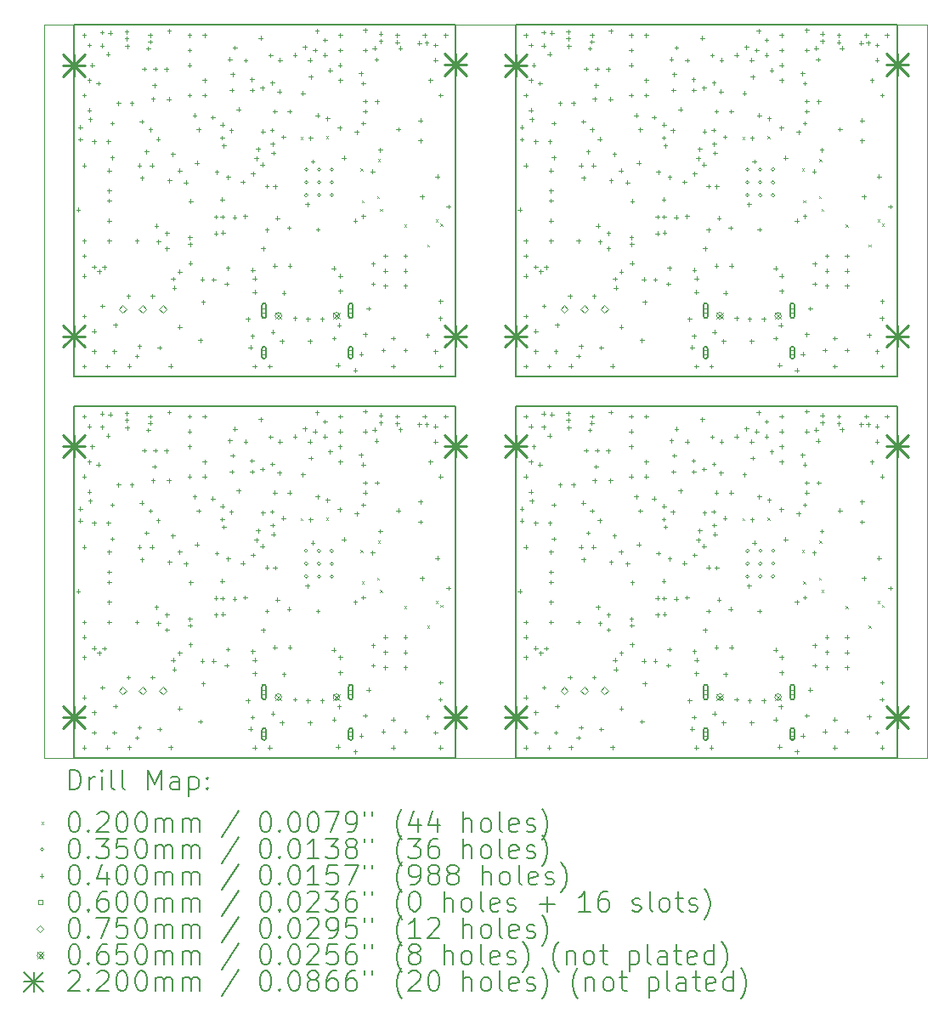
<source format=gbr>
%FSLAX45Y45*%
G04 Gerber Fmt 4.5, Leading zero omitted, Abs format (unit mm)*
G04 Created by KiCad (PCBNEW (6.0.4)) date 2022-09-20 15:17:27*
%MOMM*%
%LPD*%
G01*
G04 APERTURE LIST*
%TA.AperFunction,Profile*%
%ADD10C,0.050000*%
%TD*%
%TA.AperFunction,Profile*%
%ADD11C,0.200000*%
%TD*%
%ADD12C,0.200000*%
%ADD13C,0.020000*%
%ADD14C,0.035000*%
%ADD15C,0.040000*%
%ADD16C,0.060000*%
%ADD17C,0.075000*%
%ADD18C,0.065000*%
%ADD19C,0.220000*%
G04 APERTURE END LIST*
D10*
X18100000Y-13300000D02*
X9300000Y-13300000D01*
X9300000Y-13300000D02*
X9300000Y-6000000D01*
X9300000Y-6000000D02*
X18100000Y-6000000D01*
X18100000Y-6000000D02*
X18100000Y-13300000D01*
D11*
X17800000Y-13300000D02*
X14000000Y-13300000D01*
X14000000Y-13300000D02*
X14000000Y-9800000D01*
X14000000Y-9800000D02*
X17800000Y-9800000D01*
X17800000Y-9800000D02*
X17800000Y-13300000D01*
X13400000Y-13300000D02*
X9600000Y-13300000D01*
X9600000Y-13300000D02*
X9600000Y-9800000D01*
X9600000Y-9800000D02*
X13400000Y-9800000D01*
X13400000Y-9800000D02*
X13400000Y-13300000D01*
X17800000Y-9500000D02*
X14000000Y-9500000D01*
X14000000Y-9500000D02*
X14000000Y-6000000D01*
X14000000Y-6000000D02*
X17800000Y-6000000D01*
X17800000Y-6000000D02*
X17800000Y-9500000D01*
X13400000Y-9500000D02*
X9600000Y-9500000D01*
X9600000Y-9500000D02*
X9600000Y-6000000D01*
X9600000Y-6000000D02*
X13400000Y-6000000D01*
X13400000Y-6000000D02*
X13400000Y-9500000D01*
D12*
D13*
X11858710Y-7116580D02*
X11878710Y-7136580D01*
X11878710Y-7116580D02*
X11858710Y-7136580D01*
X11858710Y-10916580D02*
X11878710Y-10936580D01*
X11878710Y-10916580D02*
X11858710Y-10936580D01*
X12110000Y-7110000D02*
X12130000Y-7130000D01*
X12130000Y-7110000D02*
X12110000Y-7130000D01*
X12110000Y-10910000D02*
X12130000Y-10930000D01*
X12130000Y-10910000D02*
X12110000Y-10930000D01*
X12453582Y-7431598D02*
X12473582Y-7451598D01*
X12473582Y-7431598D02*
X12453582Y-7451598D01*
X12453582Y-11231598D02*
X12473582Y-11251598D01*
X12473582Y-11231598D02*
X12453582Y-11251598D01*
X12464980Y-7746500D02*
X12484980Y-7766500D01*
X12484980Y-7746500D02*
X12464980Y-7766500D01*
X12464980Y-11546500D02*
X12484980Y-11566500D01*
X12484980Y-11546500D02*
X12464980Y-11566500D01*
X12621057Y-7706325D02*
X12641057Y-7726325D01*
X12641057Y-7706325D02*
X12621057Y-7726325D01*
X12621057Y-11506325D02*
X12641057Y-11526325D01*
X12641057Y-11506325D02*
X12621057Y-11526325D01*
X12627500Y-7338899D02*
X12647500Y-7358899D01*
X12647500Y-7338899D02*
X12627500Y-7358899D01*
X12627500Y-11138899D02*
X12647500Y-11158899D01*
X12647500Y-11138899D02*
X12627500Y-11158899D01*
X12650000Y-7831410D02*
X12670000Y-7851410D01*
X12670000Y-7831410D02*
X12650000Y-7851410D01*
X12650000Y-11631410D02*
X12670000Y-11651410D01*
X12670000Y-11631410D02*
X12650000Y-11651410D01*
X12889160Y-7990340D02*
X12909160Y-8010340D01*
X12909160Y-7990340D02*
X12889160Y-8010340D01*
X12889160Y-11790340D02*
X12909160Y-11810340D01*
X12909160Y-11790340D02*
X12889160Y-11810340D01*
X13117760Y-8185920D02*
X13137760Y-8205920D01*
X13137760Y-8185920D02*
X13117760Y-8205920D01*
X13117760Y-11985920D02*
X13137760Y-12005920D01*
X13137760Y-11985920D02*
X13117760Y-12005920D01*
X13205000Y-7940000D02*
X13225000Y-7960000D01*
X13225000Y-7940000D02*
X13205000Y-7960000D01*
X13205000Y-11740000D02*
X13225000Y-11760000D01*
X13225000Y-11740000D02*
X13205000Y-11760000D01*
X13250000Y-7980000D02*
X13270000Y-8000000D01*
X13270000Y-7980000D02*
X13250000Y-8000000D01*
X13250000Y-11780000D02*
X13270000Y-11800000D01*
X13270000Y-11780000D02*
X13250000Y-11800000D01*
X16258710Y-7116580D02*
X16278710Y-7136580D01*
X16278710Y-7116580D02*
X16258710Y-7136580D01*
X16258710Y-10916580D02*
X16278710Y-10936580D01*
X16278710Y-10916580D02*
X16258710Y-10936580D01*
X16510000Y-7110000D02*
X16530000Y-7130000D01*
X16530000Y-7110000D02*
X16510000Y-7130000D01*
X16510000Y-10910000D02*
X16530000Y-10930000D01*
X16530000Y-10910000D02*
X16510000Y-10930000D01*
X16853582Y-7431598D02*
X16873582Y-7451598D01*
X16873582Y-7431598D02*
X16853582Y-7451598D01*
X16853582Y-11231598D02*
X16873582Y-11251598D01*
X16873582Y-11231598D02*
X16853582Y-11251598D01*
X16864980Y-7746500D02*
X16884980Y-7766500D01*
X16884980Y-7746500D02*
X16864980Y-7766500D01*
X16864980Y-11546500D02*
X16884980Y-11566500D01*
X16884980Y-11546500D02*
X16864980Y-11566500D01*
X17021057Y-7706325D02*
X17041057Y-7726325D01*
X17041057Y-7706325D02*
X17021057Y-7726325D01*
X17021057Y-11506325D02*
X17041057Y-11526325D01*
X17041057Y-11506325D02*
X17021057Y-11526325D01*
X17027500Y-7338899D02*
X17047500Y-7358899D01*
X17047500Y-7338899D02*
X17027500Y-7358899D01*
X17027500Y-11138899D02*
X17047500Y-11158899D01*
X17047500Y-11138899D02*
X17027500Y-11158899D01*
X17050000Y-7831410D02*
X17070000Y-7851410D01*
X17070000Y-7831410D02*
X17050000Y-7851410D01*
X17050000Y-11631410D02*
X17070000Y-11651410D01*
X17070000Y-11631410D02*
X17050000Y-11651410D01*
X17289160Y-7990340D02*
X17309160Y-8010340D01*
X17309160Y-7990340D02*
X17289160Y-8010340D01*
X17289160Y-11790340D02*
X17309160Y-11810340D01*
X17309160Y-11790340D02*
X17289160Y-11810340D01*
X17517760Y-8185920D02*
X17537760Y-8205920D01*
X17537760Y-8185920D02*
X17517760Y-8205920D01*
X17517760Y-11985920D02*
X17537760Y-12005920D01*
X17537760Y-11985920D02*
X17517760Y-12005920D01*
X17605000Y-7940000D02*
X17625000Y-7960000D01*
X17625000Y-7940000D02*
X17605000Y-7960000D01*
X17605000Y-11740000D02*
X17625000Y-11760000D01*
X17625000Y-11740000D02*
X17605000Y-11760000D01*
X17650000Y-7980000D02*
X17670000Y-8000000D01*
X17670000Y-7980000D02*
X17650000Y-8000000D01*
X17650000Y-11780000D02*
X17670000Y-11800000D01*
X17670000Y-11780000D02*
X17650000Y-11800000D01*
D14*
X11928760Y-7440190D02*
G75*
G03*
X11928760Y-7440190I-17500J0D01*
G01*
X11928760Y-7567690D02*
G75*
G03*
X11928760Y-7567690I-17500J0D01*
G01*
X11928760Y-7695190D02*
G75*
G03*
X11928760Y-7695190I-17500J0D01*
G01*
X11928760Y-11240190D02*
G75*
G03*
X11928760Y-11240190I-17500J0D01*
G01*
X11928760Y-11367690D02*
G75*
G03*
X11928760Y-11367690I-17500J0D01*
G01*
X11928760Y-11495190D02*
G75*
G03*
X11928760Y-11495190I-17500J0D01*
G01*
X12056260Y-7440190D02*
G75*
G03*
X12056260Y-7440190I-17500J0D01*
G01*
X12056260Y-7567690D02*
G75*
G03*
X12056260Y-7567690I-17500J0D01*
G01*
X12056260Y-7695190D02*
G75*
G03*
X12056260Y-7695190I-17500J0D01*
G01*
X12056260Y-11240190D02*
G75*
G03*
X12056260Y-11240190I-17500J0D01*
G01*
X12056260Y-11367690D02*
G75*
G03*
X12056260Y-11367690I-17500J0D01*
G01*
X12056260Y-11495190D02*
G75*
G03*
X12056260Y-11495190I-17500J0D01*
G01*
X12183760Y-7440190D02*
G75*
G03*
X12183760Y-7440190I-17500J0D01*
G01*
X12183760Y-7567690D02*
G75*
G03*
X12183760Y-7567690I-17500J0D01*
G01*
X12183760Y-7695190D02*
G75*
G03*
X12183760Y-7695190I-17500J0D01*
G01*
X12183760Y-11240190D02*
G75*
G03*
X12183760Y-11240190I-17500J0D01*
G01*
X12183760Y-11367690D02*
G75*
G03*
X12183760Y-11367690I-17500J0D01*
G01*
X12183760Y-11495190D02*
G75*
G03*
X12183760Y-11495190I-17500J0D01*
G01*
X16328760Y-7440190D02*
G75*
G03*
X16328760Y-7440190I-17500J0D01*
G01*
X16328760Y-7567690D02*
G75*
G03*
X16328760Y-7567690I-17500J0D01*
G01*
X16328760Y-7695190D02*
G75*
G03*
X16328760Y-7695190I-17500J0D01*
G01*
X16328760Y-11240190D02*
G75*
G03*
X16328760Y-11240190I-17500J0D01*
G01*
X16328760Y-11367690D02*
G75*
G03*
X16328760Y-11367690I-17500J0D01*
G01*
X16328760Y-11495190D02*
G75*
G03*
X16328760Y-11495190I-17500J0D01*
G01*
X16456260Y-7440190D02*
G75*
G03*
X16456260Y-7440190I-17500J0D01*
G01*
X16456260Y-7567690D02*
G75*
G03*
X16456260Y-7567690I-17500J0D01*
G01*
X16456260Y-7695190D02*
G75*
G03*
X16456260Y-7695190I-17500J0D01*
G01*
X16456260Y-11240190D02*
G75*
G03*
X16456260Y-11240190I-17500J0D01*
G01*
X16456260Y-11367690D02*
G75*
G03*
X16456260Y-11367690I-17500J0D01*
G01*
X16456260Y-11495190D02*
G75*
G03*
X16456260Y-11495190I-17500J0D01*
G01*
X16583760Y-7440190D02*
G75*
G03*
X16583760Y-7440190I-17500J0D01*
G01*
X16583760Y-7567690D02*
G75*
G03*
X16583760Y-7567690I-17500J0D01*
G01*
X16583760Y-7695190D02*
G75*
G03*
X16583760Y-7695190I-17500J0D01*
G01*
X16583760Y-11240190D02*
G75*
G03*
X16583760Y-11240190I-17500J0D01*
G01*
X16583760Y-11367690D02*
G75*
G03*
X16583760Y-11367690I-17500J0D01*
G01*
X16583760Y-11495190D02*
G75*
G03*
X16583760Y-11495190I-17500J0D01*
G01*
D15*
X9640000Y-7820000D02*
X9640000Y-7860000D01*
X9620000Y-7840000D02*
X9660000Y-7840000D01*
X9640000Y-11620000D02*
X9640000Y-11660000D01*
X9620000Y-11640000D02*
X9660000Y-11640000D01*
X9660000Y-7000000D02*
X9660000Y-7040000D01*
X9640000Y-7020000D02*
X9680000Y-7020000D01*
X9660000Y-7120000D02*
X9660000Y-7160000D01*
X9640000Y-7140000D02*
X9680000Y-7140000D01*
X9660000Y-10800000D02*
X9660000Y-10840000D01*
X9640000Y-10820000D02*
X9680000Y-10820000D01*
X9660000Y-10920000D02*
X9660000Y-10960000D01*
X9640000Y-10940000D02*
X9680000Y-10940000D01*
X9700000Y-6080000D02*
X9700000Y-6120000D01*
X9680000Y-6100000D02*
X9720000Y-6100000D01*
X9700000Y-6680000D02*
X9700000Y-6720000D01*
X9680000Y-6700000D02*
X9720000Y-6700000D01*
X9700000Y-7380000D02*
X9700000Y-7420000D01*
X9680000Y-7400000D02*
X9720000Y-7400000D01*
X9700000Y-8130000D02*
X9700000Y-8170000D01*
X9680000Y-8150000D02*
X9720000Y-8150000D01*
X9700000Y-8280000D02*
X9700000Y-8320000D01*
X9680000Y-8300000D02*
X9720000Y-8300000D01*
X9700000Y-8480000D02*
X9700000Y-8520000D01*
X9680000Y-8500000D02*
X9720000Y-8500000D01*
X9700000Y-8880000D02*
X9700000Y-8920000D01*
X9680000Y-8900000D02*
X9720000Y-8900000D01*
X9700000Y-9380000D02*
X9700000Y-9420000D01*
X9680000Y-9400000D02*
X9720000Y-9400000D01*
X9700000Y-9880000D02*
X9700000Y-9920000D01*
X9680000Y-9900000D02*
X9720000Y-9900000D01*
X9700000Y-10480000D02*
X9700000Y-10520000D01*
X9680000Y-10500000D02*
X9720000Y-10500000D01*
X9700000Y-11180000D02*
X9700000Y-11220000D01*
X9680000Y-11200000D02*
X9720000Y-11200000D01*
X9700000Y-11930000D02*
X9700000Y-11970000D01*
X9680000Y-11950000D02*
X9720000Y-11950000D01*
X9700000Y-12080000D02*
X9700000Y-12120000D01*
X9680000Y-12100000D02*
X9720000Y-12100000D01*
X9700000Y-12280000D02*
X9700000Y-12320000D01*
X9680000Y-12300000D02*
X9720000Y-12300000D01*
X9700000Y-12680000D02*
X9700000Y-12720000D01*
X9680000Y-12700000D02*
X9720000Y-12700000D01*
X9700000Y-13180000D02*
X9700000Y-13220000D01*
X9680000Y-13200000D02*
X9720000Y-13200000D01*
X9750000Y-6180000D02*
X9750000Y-6220000D01*
X9730000Y-6200000D02*
X9770000Y-6200000D01*
X9750000Y-6530000D02*
X9750000Y-6570000D01*
X9730000Y-6550000D02*
X9770000Y-6550000D01*
X9750000Y-6830000D02*
X9750000Y-6870000D01*
X9730000Y-6850000D02*
X9770000Y-6850000D01*
X9750000Y-9980000D02*
X9750000Y-10020000D01*
X9730000Y-10000000D02*
X9770000Y-10000000D01*
X9750000Y-10330000D02*
X9750000Y-10370000D01*
X9730000Y-10350000D02*
X9770000Y-10350000D01*
X9750000Y-10630000D02*
X9750000Y-10670000D01*
X9730000Y-10650000D02*
X9770000Y-10650000D01*
X9760000Y-6920000D02*
X9760000Y-6960000D01*
X9740000Y-6940000D02*
X9780000Y-6940000D01*
X9760000Y-10720000D02*
X9760000Y-10760000D01*
X9740000Y-10740000D02*
X9780000Y-10740000D01*
X9780000Y-6380000D02*
X9780000Y-6420000D01*
X9760000Y-6400000D02*
X9800000Y-6400000D01*
X9780000Y-10180000D02*
X9780000Y-10220000D01*
X9760000Y-10200000D02*
X9800000Y-10200000D01*
X9797820Y-8389280D02*
X9797820Y-8429280D01*
X9777820Y-8409280D02*
X9817820Y-8409280D01*
X9797820Y-12189280D02*
X9797820Y-12229280D01*
X9777820Y-12209280D02*
X9817820Y-12209280D01*
X9800000Y-7140000D02*
X9800000Y-7180000D01*
X9780000Y-7160000D02*
X9820000Y-7160000D01*
X9800000Y-9030000D02*
X9800000Y-9070000D01*
X9780000Y-9050000D02*
X9820000Y-9050000D01*
X9800000Y-9230000D02*
X9800000Y-9270000D01*
X9780000Y-9250000D02*
X9820000Y-9250000D01*
X9800000Y-10940000D02*
X9800000Y-10980000D01*
X9780000Y-10960000D02*
X9820000Y-10960000D01*
X9800000Y-12830000D02*
X9800000Y-12870000D01*
X9780000Y-12850000D02*
X9820000Y-12850000D01*
X9800000Y-13030000D02*
X9800000Y-13070000D01*
X9780000Y-13050000D02*
X9820000Y-13050000D01*
X9841000Y-6560480D02*
X9841000Y-6600480D01*
X9821000Y-6580480D02*
X9861000Y-6580480D01*
X9841000Y-10360480D02*
X9841000Y-10400480D01*
X9821000Y-10380480D02*
X9861000Y-10380480D01*
X9848620Y-8435000D02*
X9848620Y-8475000D01*
X9828620Y-8455000D02*
X9868620Y-8455000D01*
X9848620Y-12235000D02*
X9848620Y-12275000D01*
X9828620Y-12255000D02*
X9868620Y-12255000D01*
X9879100Y-6052480D02*
X9879100Y-6092480D01*
X9859100Y-6072480D02*
X9899100Y-6072480D01*
X9879100Y-6184560D02*
X9879100Y-6224560D01*
X9859100Y-6204560D02*
X9899100Y-6204560D01*
X9879100Y-9852480D02*
X9879100Y-9892480D01*
X9859100Y-9872480D02*
X9899100Y-9872480D01*
X9879100Y-9984560D02*
X9879100Y-10024560D01*
X9859100Y-10004560D02*
X9899100Y-10004560D01*
X9880000Y-8780000D02*
X9880000Y-8820000D01*
X9860000Y-8800000D02*
X9900000Y-8800000D01*
X9880000Y-12580000D02*
X9880000Y-12620000D01*
X9860000Y-12600000D02*
X9900000Y-12600000D01*
X9901960Y-8391820D02*
X9901960Y-8431820D01*
X9881960Y-8411820D02*
X9921960Y-8411820D01*
X9901960Y-12191820D02*
X9901960Y-12231820D01*
X9881960Y-12211820D02*
X9921960Y-12211820D01*
X9932149Y-9380000D02*
X9932149Y-9420000D01*
X9912149Y-9400000D02*
X9952149Y-9400000D01*
X9932149Y-13180000D02*
X9932149Y-13220000D01*
X9912149Y-13200000D02*
X9952149Y-13200000D01*
X9938025Y-6271010D02*
X9938025Y-6311010D01*
X9918025Y-6291010D02*
X9958025Y-6291010D01*
X9938025Y-10071010D02*
X9938025Y-10111010D01*
X9918025Y-10091010D02*
X9958025Y-10091010D01*
X9940000Y-7140000D02*
X9940000Y-7180000D01*
X9920000Y-7160000D02*
X9960000Y-7160000D01*
X9940000Y-10940000D02*
X9940000Y-10980000D01*
X9920000Y-10960000D02*
X9960000Y-10960000D01*
X9949648Y-7429071D02*
X9949648Y-7469071D01*
X9929648Y-7449071D02*
X9969648Y-7449071D01*
X9949648Y-11229071D02*
X9949648Y-11269071D01*
X9929648Y-11249071D02*
X9969648Y-11249071D01*
X9950000Y-7630000D02*
X9950000Y-7670000D01*
X9930000Y-7650000D02*
X9970000Y-7650000D01*
X9950000Y-7730000D02*
X9950000Y-7770000D01*
X9930000Y-7750000D02*
X9970000Y-7750000D01*
X9950000Y-7930000D02*
X9950000Y-7970000D01*
X9930000Y-7950000D02*
X9970000Y-7950000D01*
X9950000Y-8130000D02*
X9950000Y-8170000D01*
X9930000Y-8150000D02*
X9970000Y-8150000D01*
X9950000Y-11430000D02*
X9950000Y-11470000D01*
X9930000Y-11450000D02*
X9970000Y-11450000D01*
X9950000Y-11530000D02*
X9950000Y-11570000D01*
X9930000Y-11550000D02*
X9970000Y-11550000D01*
X9950000Y-11730000D02*
X9950000Y-11770000D01*
X9930000Y-11750000D02*
X9970000Y-11750000D01*
X9950000Y-11930000D02*
X9950000Y-11970000D01*
X9930000Y-11950000D02*
X9970000Y-11950000D01*
X9959210Y-6060100D02*
X9959210Y-6100100D01*
X9939210Y-6080100D02*
X9979210Y-6080100D01*
X9959210Y-9860100D02*
X9959210Y-9900100D01*
X9939210Y-9880100D02*
X9979210Y-9880100D01*
X9980000Y-6960000D02*
X9980000Y-7000000D01*
X9960000Y-6980000D02*
X10000000Y-6980000D01*
X9980000Y-7300000D02*
X9980000Y-7340000D01*
X9960000Y-7320000D02*
X10000000Y-7320000D01*
X9980000Y-10760000D02*
X9980000Y-10800000D01*
X9960000Y-10780000D02*
X10000000Y-10780000D01*
X9980000Y-11100000D02*
X9980000Y-11140000D01*
X9960000Y-11120000D02*
X10000000Y-11120000D01*
X10000000Y-9230000D02*
X10000000Y-9270000D01*
X9980000Y-9250000D02*
X10020000Y-9250000D01*
X10000000Y-13030000D02*
X10000000Y-13070000D01*
X9980000Y-13050000D02*
X10020000Y-13050000D01*
X10012325Y-8967445D02*
X10012325Y-9007445D01*
X9992325Y-8987445D02*
X10032325Y-8987445D01*
X10012325Y-12767445D02*
X10012325Y-12807445D01*
X9992325Y-12787445D02*
X10032325Y-12787445D01*
X10041660Y-6758600D02*
X10041660Y-6798600D01*
X10021660Y-6778600D02*
X10061660Y-6778600D01*
X10041660Y-10558600D02*
X10041660Y-10598600D01*
X10021660Y-10578600D02*
X10061660Y-10578600D01*
X10123159Y-6048388D02*
X10123159Y-6088388D01*
X10103159Y-6068388D02*
X10143159Y-6068388D01*
X10123159Y-9848388D02*
X10123159Y-9888388D01*
X10103159Y-9868388D02*
X10143159Y-9868388D01*
X10124110Y-6115980D02*
X10124110Y-6155980D01*
X10104110Y-6135980D02*
X10144110Y-6135980D01*
X10124110Y-9915980D02*
X10124110Y-9955980D01*
X10104110Y-9935980D02*
X10144110Y-9935980D01*
X10128020Y-6192180D02*
X10128020Y-6232180D01*
X10108020Y-6212180D02*
X10148020Y-6212180D01*
X10128020Y-9992180D02*
X10128020Y-10032180D01*
X10108020Y-10012180D02*
X10148020Y-10012180D01*
X10140000Y-8680000D02*
X10140000Y-8720000D01*
X10120000Y-8700000D02*
X10160000Y-8700000D01*
X10140000Y-12480000D02*
X10140000Y-12520000D01*
X10120000Y-12500000D02*
X10160000Y-12500000D01*
X10150000Y-9377808D02*
X10150000Y-9417808D01*
X10130000Y-9397808D02*
X10170000Y-9397808D01*
X10150000Y-13177808D02*
X10150000Y-13217808D01*
X10130000Y-13197808D02*
X10170000Y-13197808D01*
X10173740Y-6758600D02*
X10173740Y-6798600D01*
X10153740Y-6778600D02*
X10193740Y-6778600D01*
X10173740Y-10558600D02*
X10173740Y-10598600D01*
X10153740Y-10578600D02*
X10193740Y-10578600D01*
X10225000Y-8130000D02*
X10225000Y-8170000D01*
X10205000Y-8150000D02*
X10245000Y-8150000D01*
X10225000Y-9280000D02*
X10225000Y-9320000D01*
X10205000Y-9300000D02*
X10245000Y-9300000D01*
X10225000Y-11930000D02*
X10225000Y-11970000D01*
X10205000Y-11950000D02*
X10245000Y-11950000D01*
X10225000Y-13080000D02*
X10225000Y-13120000D01*
X10205000Y-13100000D02*
X10245000Y-13100000D01*
X10250000Y-7380000D02*
X10250000Y-7420000D01*
X10230000Y-7400000D02*
X10270000Y-7400000D01*
X10250000Y-9180000D02*
X10250000Y-9220000D01*
X10230000Y-9200000D02*
X10270000Y-9200000D01*
X10250000Y-11180000D02*
X10250000Y-11220000D01*
X10230000Y-11200000D02*
X10270000Y-11200000D01*
X10250000Y-12980000D02*
X10250000Y-13020000D01*
X10230000Y-13000000D02*
X10270000Y-13000000D01*
X10272167Y-6941554D02*
X10272167Y-6981554D01*
X10252167Y-6961554D02*
X10292167Y-6961554D01*
X10272167Y-10741554D02*
X10272167Y-10781554D01*
X10252167Y-10761554D02*
X10292167Y-10761554D01*
X10275000Y-7505000D02*
X10275000Y-7545000D01*
X10255000Y-7525000D02*
X10295000Y-7525000D01*
X10275000Y-11305000D02*
X10275000Y-11345000D01*
X10255000Y-11325000D02*
X10295000Y-11325000D01*
X10300000Y-6418240D02*
X10300000Y-6458240D01*
X10280000Y-6438240D02*
X10320000Y-6438240D01*
X10300000Y-10218240D02*
X10300000Y-10258240D01*
X10280000Y-10238240D02*
X10320000Y-10238240D01*
X10320000Y-7240000D02*
X10320000Y-7280000D01*
X10300000Y-7260000D02*
X10340000Y-7260000D01*
X10320000Y-11040000D02*
X10320000Y-11080000D01*
X10300000Y-11060000D02*
X10340000Y-11060000D01*
X10338840Y-6215040D02*
X10338840Y-6255040D01*
X10318840Y-6235040D02*
X10358840Y-6235040D01*
X10338840Y-10015040D02*
X10338840Y-10055040D01*
X10318840Y-10035040D02*
X10358840Y-10035040D01*
X10356620Y-6146460D02*
X10356620Y-6186460D01*
X10336620Y-6166460D02*
X10376620Y-6166460D01*
X10356620Y-9946460D02*
X10356620Y-9986460D01*
X10336620Y-9966460D02*
X10376620Y-9966460D01*
X10359160Y-6080420D02*
X10359160Y-6120420D01*
X10339160Y-6100420D02*
X10379160Y-6100420D01*
X10359160Y-9880420D02*
X10359160Y-9920420D01*
X10339160Y-9900420D02*
X10379160Y-9900420D01*
X10360000Y-7020000D02*
X10360000Y-7060000D01*
X10340000Y-7040000D02*
X10380000Y-7040000D01*
X10360000Y-10820000D02*
X10360000Y-10860000D01*
X10340000Y-10840000D02*
X10380000Y-10840000D01*
X10375000Y-7380000D02*
X10375000Y-7420000D01*
X10355000Y-7400000D02*
X10395000Y-7400000D01*
X10375000Y-11180000D02*
X10375000Y-11220000D01*
X10355000Y-11200000D02*
X10395000Y-11200000D01*
X10380000Y-8680000D02*
X10380000Y-8720000D01*
X10360000Y-8700000D02*
X10400000Y-8700000D01*
X10380000Y-12480000D02*
X10380000Y-12520000D01*
X10360000Y-12500000D02*
X10400000Y-12500000D01*
X10385000Y-6717500D02*
X10385000Y-6757500D01*
X10365000Y-6737500D02*
X10405000Y-6737500D01*
X10385000Y-10517500D02*
X10385000Y-10557500D01*
X10365000Y-10537500D02*
X10405000Y-10537500D01*
X10400000Y-6580000D02*
X10400000Y-6620000D01*
X10380000Y-6600000D02*
X10420000Y-6600000D01*
X10400000Y-10380000D02*
X10400000Y-10420000D01*
X10380000Y-10400000D02*
X10420000Y-10400000D01*
X10409960Y-6418240D02*
X10409960Y-6458240D01*
X10389960Y-6438240D02*
X10429960Y-6438240D01*
X10409960Y-10218240D02*
X10409960Y-10258240D01*
X10389960Y-10238240D02*
X10429960Y-10238240D01*
X10420000Y-7980000D02*
X10420000Y-8020000D01*
X10400000Y-8000000D02*
X10440000Y-8000000D01*
X10420000Y-11780000D02*
X10420000Y-11820000D01*
X10400000Y-11800000D02*
X10440000Y-11800000D01*
X10437900Y-7116740D02*
X10437900Y-7156740D01*
X10417900Y-7136740D02*
X10457900Y-7136740D01*
X10437900Y-10916740D02*
X10437900Y-10956740D01*
X10417900Y-10936740D02*
X10457900Y-10936740D01*
X10440000Y-8140000D02*
X10440000Y-8180000D01*
X10420000Y-8160000D02*
X10460000Y-8160000D01*
X10440000Y-11940000D02*
X10440000Y-11980000D01*
X10420000Y-11960000D02*
X10460000Y-11960000D01*
X10450000Y-9195000D02*
X10450000Y-9235000D01*
X10430000Y-9215000D02*
X10470000Y-9215000D01*
X10450000Y-12995000D02*
X10450000Y-13035000D01*
X10430000Y-13015000D02*
X10470000Y-13015000D01*
X10520000Y-6420000D02*
X10520000Y-6460000D01*
X10500000Y-6440000D02*
X10540000Y-6440000D01*
X10520000Y-10220000D02*
X10520000Y-10260000D01*
X10500000Y-10240000D02*
X10540000Y-10240000D01*
X10525000Y-8055000D02*
X10525000Y-8095000D01*
X10505000Y-8075000D02*
X10545000Y-8075000D01*
X10525000Y-8205000D02*
X10525000Y-8245000D01*
X10505000Y-8225000D02*
X10545000Y-8225000D01*
X10525000Y-11855000D02*
X10525000Y-11895000D01*
X10505000Y-11875000D02*
X10545000Y-11875000D01*
X10525000Y-12005000D02*
X10525000Y-12045000D01*
X10505000Y-12025000D02*
X10545000Y-12025000D01*
X10544580Y-6717960D02*
X10544580Y-6757960D01*
X10524580Y-6737960D02*
X10564580Y-6737960D01*
X10544580Y-10517960D02*
X10544580Y-10557960D01*
X10524580Y-10537960D02*
X10564580Y-10537960D01*
X10547500Y-6037500D02*
X10547500Y-6077500D01*
X10527500Y-6057500D02*
X10567500Y-6057500D01*
X10547500Y-9837500D02*
X10547500Y-9877500D01*
X10527500Y-9857500D02*
X10567500Y-9857500D01*
X10550000Y-7530000D02*
X10550000Y-7570000D01*
X10530000Y-7550000D02*
X10570000Y-7550000D01*
X10550000Y-11330000D02*
X10550000Y-11370000D01*
X10530000Y-11350000D02*
X10570000Y-11350000D01*
X10562500Y-9377500D02*
X10562500Y-9417500D01*
X10542500Y-9397500D02*
X10582500Y-9397500D01*
X10562500Y-13177500D02*
X10562500Y-13217500D01*
X10542500Y-13197500D02*
X10582500Y-13197500D01*
X10582680Y-7266600D02*
X10582680Y-7306600D01*
X10562680Y-7286600D02*
X10602680Y-7286600D01*
X10582680Y-11066600D02*
X10582680Y-11106600D01*
X10562680Y-11086600D02*
X10602680Y-11086600D01*
X10587760Y-8508660D02*
X10587760Y-8548660D01*
X10567760Y-8528660D02*
X10607760Y-8528660D01*
X10587760Y-12308660D02*
X10587760Y-12348660D01*
X10567760Y-12328660D02*
X10607760Y-12328660D01*
X10597920Y-8600100D02*
X10597920Y-8640100D01*
X10577920Y-8620100D02*
X10617920Y-8620100D01*
X10597920Y-12400100D02*
X10597920Y-12440100D01*
X10577920Y-12420100D02*
X10617920Y-12420100D01*
X10650000Y-7430000D02*
X10650000Y-7470000D01*
X10630000Y-7450000D02*
X10670000Y-7450000D01*
X10650000Y-11230000D02*
X10650000Y-11270000D01*
X10630000Y-11250000D02*
X10670000Y-11250000D01*
X10650424Y-8437726D02*
X10650424Y-8477726D01*
X10630424Y-8457726D02*
X10670424Y-8457726D01*
X10650424Y-12237726D02*
X10650424Y-12277726D01*
X10630424Y-12257726D02*
X10670424Y-12257726D01*
X10651354Y-8988646D02*
X10651354Y-9028646D01*
X10631354Y-9008646D02*
X10671354Y-9008646D01*
X10651354Y-12788646D02*
X10651354Y-12828646D01*
X10631354Y-12808646D02*
X10671354Y-12808646D01*
X10712220Y-7548540D02*
X10712220Y-7588540D01*
X10692220Y-7568540D02*
X10732220Y-7568540D01*
X10712220Y-11348540D02*
X10712220Y-11388540D01*
X10692220Y-11368540D02*
X10732220Y-11368540D01*
X10749026Y-6379504D02*
X10749026Y-6419504D01*
X10729026Y-6399504D02*
X10769026Y-6399504D01*
X10749026Y-10179504D02*
X10749026Y-10219504D01*
X10729026Y-10199504D02*
X10769026Y-10199504D01*
X10750000Y-6080000D02*
X10750000Y-6120000D01*
X10730000Y-6100000D02*
X10770000Y-6100000D01*
X10750000Y-6230000D02*
X10750000Y-6270000D01*
X10730000Y-6250000D02*
X10770000Y-6250000D01*
X10750000Y-6680000D02*
X10750000Y-6720000D01*
X10730000Y-6700000D02*
X10770000Y-6700000D01*
X10750000Y-9880000D02*
X10750000Y-9920000D01*
X10730000Y-9900000D02*
X10770000Y-9900000D01*
X10750000Y-10030000D02*
X10750000Y-10070000D01*
X10730000Y-10050000D02*
X10770000Y-10050000D01*
X10750000Y-10480000D02*
X10750000Y-10520000D01*
X10730000Y-10500000D02*
X10770000Y-10500000D01*
X10752860Y-8097180D02*
X10752860Y-8137180D01*
X10732860Y-8117180D02*
X10772860Y-8117180D01*
X10752860Y-11897180D02*
X10752860Y-11937180D01*
X10732860Y-11917180D02*
X10772860Y-11917180D01*
X10755400Y-8163220D02*
X10755400Y-8203220D01*
X10735400Y-8183220D02*
X10775400Y-8183220D01*
X10755400Y-11963220D02*
X10755400Y-12003220D01*
X10735400Y-11983220D02*
X10775400Y-11983220D01*
X10757940Y-8352232D02*
X10757940Y-8392232D01*
X10737940Y-8372232D02*
X10777940Y-8372232D01*
X10757940Y-12152232D02*
X10757940Y-12192232D01*
X10737940Y-12172232D02*
X10777940Y-12172232D01*
X10760480Y-7733960D02*
X10760480Y-7773960D01*
X10740480Y-7753960D02*
X10780480Y-7753960D01*
X10760480Y-11533960D02*
X10760480Y-11573960D01*
X10740480Y-11553960D02*
X10780480Y-11553960D01*
X10800000Y-6880000D02*
X10800000Y-6920000D01*
X10780000Y-6900000D02*
X10820000Y-6900000D01*
X10800000Y-10680000D02*
X10800000Y-10720000D01*
X10780000Y-10700000D02*
X10820000Y-10700000D01*
X10825000Y-7355000D02*
X10825000Y-7395000D01*
X10805000Y-7375000D02*
X10845000Y-7375000D01*
X10825000Y-11155000D02*
X10825000Y-11195000D01*
X10805000Y-11175000D02*
X10845000Y-11175000D01*
X10840000Y-7020000D02*
X10840000Y-7060000D01*
X10820000Y-7040000D02*
X10860000Y-7040000D01*
X10840000Y-10820000D02*
X10840000Y-10860000D01*
X10820000Y-10840000D02*
X10860000Y-10840000D01*
X10857500Y-9120000D02*
X10857500Y-9160000D01*
X10837500Y-9140000D02*
X10877500Y-9140000D01*
X10857500Y-12920000D02*
X10857500Y-12960000D01*
X10837500Y-12940000D02*
X10877500Y-12940000D01*
X10877320Y-8515330D02*
X10877320Y-8555330D01*
X10857320Y-8535330D02*
X10897320Y-8535330D01*
X10877320Y-12315330D02*
X10877320Y-12355330D01*
X10857320Y-12335330D02*
X10897320Y-12335330D01*
X10884940Y-8739800D02*
X10884940Y-8779800D01*
X10864940Y-8759800D02*
X10904940Y-8759800D01*
X10884940Y-12539800D02*
X10884940Y-12579800D01*
X10864940Y-12559800D02*
X10904940Y-12559800D01*
X10900000Y-6080000D02*
X10900000Y-6120000D01*
X10880000Y-6100000D02*
X10920000Y-6100000D01*
X10900000Y-6530000D02*
X10900000Y-6570000D01*
X10880000Y-6550000D02*
X10920000Y-6550000D01*
X10900000Y-6680000D02*
X10900000Y-6720000D01*
X10880000Y-6700000D02*
X10920000Y-6700000D01*
X10900000Y-9880000D02*
X10900000Y-9920000D01*
X10880000Y-9900000D02*
X10920000Y-9900000D01*
X10900000Y-10330000D02*
X10900000Y-10370000D01*
X10880000Y-10350000D02*
X10920000Y-10350000D01*
X10900000Y-10480000D02*
X10900000Y-10520000D01*
X10880000Y-10500000D02*
X10920000Y-10500000D01*
X10980000Y-6900000D02*
X10980000Y-6940000D01*
X10960000Y-6920000D02*
X11000000Y-6920000D01*
X10980000Y-10700000D02*
X10980000Y-10740000D01*
X10960000Y-10720000D02*
X11000000Y-10720000D01*
X10989080Y-8516280D02*
X10989080Y-8556280D01*
X10969080Y-8536280D02*
X11009080Y-8536280D01*
X10989080Y-12316280D02*
X10989080Y-12356280D01*
X10969080Y-12336280D02*
X11009080Y-12336280D01*
X11012995Y-7889955D02*
X11012995Y-7929955D01*
X10992995Y-7909955D02*
X11032995Y-7909955D01*
X11012995Y-11689955D02*
X11012995Y-11729955D01*
X10992995Y-11709955D02*
X11032995Y-11709955D01*
X11013399Y-8055742D02*
X11013399Y-8095742D01*
X10993399Y-8075742D02*
X11033399Y-8075742D01*
X11013399Y-11855742D02*
X11013399Y-11895742D01*
X10993399Y-11875742D02*
X11033399Y-11875742D01*
X11022100Y-7442870D02*
X11022100Y-7482870D01*
X11002100Y-7462870D02*
X11042100Y-7462870D01*
X11022100Y-11242870D02*
X11022100Y-11282870D01*
X11002100Y-11262870D02*
X11042100Y-11262870D01*
X11073422Y-7104040D02*
X11073422Y-7144040D01*
X11053422Y-7124040D02*
X11093422Y-7124040D01*
X11073422Y-10904040D02*
X11073422Y-10944040D01*
X11053422Y-10924040D02*
X11093422Y-10924040D01*
X11075440Y-7718720D02*
X11075440Y-7758720D01*
X11055440Y-7738720D02*
X11095440Y-7738720D01*
X11075440Y-11518720D02*
X11075440Y-11558720D01*
X11055440Y-11538720D02*
X11095440Y-11538720D01*
X11076393Y-6973731D02*
X11076393Y-7013731D01*
X11056393Y-6993731D02*
X11096393Y-6993731D01*
X11076393Y-10773731D02*
X11076393Y-10813731D01*
X11056393Y-10793731D02*
X11096393Y-10793731D01*
X11077980Y-7891440D02*
X11077980Y-7931440D01*
X11057980Y-7911440D02*
X11097980Y-7911440D01*
X11077980Y-11691440D02*
X11077980Y-11731440D01*
X11057980Y-11711440D02*
X11097980Y-11711440D01*
X11083060Y-8048920D02*
X11083060Y-8088920D01*
X11063060Y-8068920D02*
X11103060Y-8068920D01*
X11083060Y-11848920D02*
X11083060Y-11888920D01*
X11063060Y-11868920D02*
X11103060Y-11868920D01*
X11092186Y-7181757D02*
X11092186Y-7221757D01*
X11072186Y-7201757D02*
X11112186Y-7201757D01*
X11092186Y-10981757D02*
X11092186Y-11021757D01*
X11072186Y-11001757D02*
X11112186Y-11001757D01*
X11120000Y-8560000D02*
X11120000Y-8600000D01*
X11100000Y-8580000D02*
X11140000Y-8580000D01*
X11120000Y-12360000D02*
X11120000Y-12400000D01*
X11100000Y-12380000D02*
X11140000Y-12380000D01*
X11130000Y-8400000D02*
X11130000Y-8440000D01*
X11110000Y-8420000D02*
X11150000Y-8420000D01*
X11130000Y-12200000D02*
X11130000Y-12240000D01*
X11110000Y-12220000D02*
X11150000Y-12220000D01*
X11133860Y-7495200D02*
X11133860Y-7535200D01*
X11113860Y-7515200D02*
X11153860Y-7515200D01*
X11133860Y-11295200D02*
X11133860Y-11335200D01*
X11113860Y-11315200D02*
X11153860Y-11315200D01*
X11150000Y-6320000D02*
X11150000Y-6360000D01*
X11130000Y-6340000D02*
X11170000Y-6340000D01*
X11150000Y-10120000D02*
X11150000Y-10160000D01*
X11130000Y-10140000D02*
X11170000Y-10140000D01*
X11164647Y-7030073D02*
X11164647Y-7070073D01*
X11144647Y-7050073D02*
X11184647Y-7050073D01*
X11164647Y-10830073D02*
X11164647Y-10870073D01*
X11144647Y-10850073D02*
X11184647Y-10850073D01*
X11170000Y-6630000D02*
X11170000Y-6670000D01*
X11150000Y-6650000D02*
X11190000Y-6650000D01*
X11170000Y-10430000D02*
X11170000Y-10470000D01*
X11150000Y-10450000D02*
X11190000Y-10450000D01*
X11180000Y-6470000D02*
X11180000Y-6510000D01*
X11160000Y-6490000D02*
X11200000Y-6490000D01*
X11180000Y-10270000D02*
X11180000Y-10310000D01*
X11160000Y-10290000D02*
X11200000Y-10290000D01*
X11200000Y-7896520D02*
X11200000Y-7936520D01*
X11180000Y-7916520D02*
X11220000Y-7916520D01*
X11200000Y-11696520D02*
X11200000Y-11736520D01*
X11180000Y-11716520D02*
X11220000Y-11716520D01*
X11200613Y-6205050D02*
X11200613Y-6245050D01*
X11180613Y-6225050D02*
X11220613Y-6225050D01*
X11200613Y-10005050D02*
X11200613Y-10045050D01*
X11180613Y-10025050D02*
X11220613Y-10025050D01*
X11240000Y-6820000D02*
X11240000Y-6860000D01*
X11220000Y-6840000D02*
X11260000Y-6840000D01*
X11240000Y-10620000D02*
X11240000Y-10660000D01*
X11220000Y-10640000D02*
X11260000Y-10640000D01*
X11281210Y-7542778D02*
X11281210Y-7582778D01*
X11261210Y-7562778D02*
X11301210Y-7562778D01*
X11281210Y-11342778D02*
X11281210Y-11382778D01*
X11261210Y-11362778D02*
X11301210Y-11362778D01*
X11304646Y-7884646D02*
X11304646Y-7924646D01*
X11284646Y-7904646D02*
X11324646Y-7904646D01*
X11304646Y-11684646D02*
X11304646Y-11724646D01*
X11284646Y-11704646D02*
X11324646Y-11704646D01*
X11310000Y-6332450D02*
X11310000Y-6372450D01*
X11290000Y-6352450D02*
X11330000Y-6352450D01*
X11310000Y-10132450D02*
X11310000Y-10172450D01*
X11290000Y-10152450D02*
X11330000Y-10152450D01*
X11332470Y-8909980D02*
X11332470Y-8949980D01*
X11312470Y-8929980D02*
X11352470Y-8929980D01*
X11332470Y-12709980D02*
X11332470Y-12749980D01*
X11312470Y-12729980D02*
X11352470Y-12729980D01*
X11357500Y-9192500D02*
X11357500Y-9232500D01*
X11337500Y-9212500D02*
X11377500Y-9212500D01*
X11357500Y-12992500D02*
X11357500Y-13032500D01*
X11337500Y-13012500D02*
X11377500Y-13012500D01*
X11370000Y-6520000D02*
X11370000Y-6560000D01*
X11350000Y-6540000D02*
X11390000Y-6540000D01*
X11370000Y-10320000D02*
X11370000Y-10360000D01*
X11350000Y-10340000D02*
X11390000Y-10340000D01*
X11375000Y-6630000D02*
X11375000Y-6670000D01*
X11355000Y-6650000D02*
X11395000Y-6650000D01*
X11375000Y-10430000D02*
X11375000Y-10470000D01*
X11355000Y-10450000D02*
X11395000Y-10450000D01*
X11377500Y-9077500D02*
X11377500Y-9117500D01*
X11357500Y-9097500D02*
X11397500Y-9097500D01*
X11377500Y-12877500D02*
X11377500Y-12917500D01*
X11357500Y-12897500D02*
X11397500Y-12897500D01*
X11380000Y-8420000D02*
X11380000Y-8460000D01*
X11360000Y-8440000D02*
X11400000Y-8440000D01*
X11380000Y-12220000D02*
X11380000Y-12260000D01*
X11360000Y-12240000D02*
X11400000Y-12240000D01*
X11381260Y-7460928D02*
X11381260Y-7500928D01*
X11361260Y-7480928D02*
X11401260Y-7480928D01*
X11381260Y-11260928D02*
X11381260Y-11300928D01*
X11361260Y-11280928D02*
X11401260Y-11280928D01*
X11400000Y-8640000D02*
X11400000Y-8680000D01*
X11380000Y-8660000D02*
X11420000Y-8660000D01*
X11400000Y-9380000D02*
X11400000Y-9420000D01*
X11380000Y-9400000D02*
X11420000Y-9400000D01*
X11400000Y-12440000D02*
X11400000Y-12480000D01*
X11380000Y-12460000D02*
X11420000Y-12460000D01*
X11400000Y-13180000D02*
X11400000Y-13220000D01*
X11380000Y-13200000D02*
X11420000Y-13200000D01*
X11400560Y-8506120D02*
X11400560Y-8546120D01*
X11380560Y-8526120D02*
X11420560Y-8526120D01*
X11400560Y-12306120D02*
X11400560Y-12346120D01*
X11380560Y-12326120D02*
X11420560Y-12326120D01*
X11417817Y-7310102D02*
X11417817Y-7350102D01*
X11397817Y-7330102D02*
X11437817Y-7330102D01*
X11417817Y-11110102D02*
X11417817Y-11150102D01*
X11397817Y-11130102D02*
X11437817Y-11130102D01*
X11433580Y-7215800D02*
X11433580Y-7255800D01*
X11413580Y-7235800D02*
X11453580Y-7235800D01*
X11433580Y-11015800D02*
X11433580Y-11055800D01*
X11413580Y-11035800D02*
X11453580Y-11035800D01*
X11458531Y-6109621D02*
X11458531Y-6149621D01*
X11438531Y-6129621D02*
X11478531Y-6129621D01*
X11458531Y-9909621D02*
X11458531Y-9949621D01*
X11438531Y-9929621D02*
X11478531Y-9929621D01*
X11475000Y-6605000D02*
X11475000Y-6645000D01*
X11455000Y-6625000D02*
X11495000Y-6625000D01*
X11475000Y-10405000D02*
X11475000Y-10445000D01*
X11455000Y-10425000D02*
X11495000Y-10425000D01*
X11476251Y-7372270D02*
X11476251Y-7412270D01*
X11456251Y-7392270D02*
X11496251Y-7392270D01*
X11476251Y-11172270D02*
X11476251Y-11212270D01*
X11456251Y-11192270D02*
X11496251Y-11192270D01*
X11480000Y-7040000D02*
X11480000Y-7080000D01*
X11460000Y-7060000D02*
X11500000Y-7060000D01*
X11480000Y-10840000D02*
X11480000Y-10880000D01*
X11460000Y-10860000D02*
X11500000Y-10860000D01*
X11485280Y-8207086D02*
X11485280Y-8247086D01*
X11465280Y-8227086D02*
X11505280Y-8227086D01*
X11485280Y-12007086D02*
X11485280Y-12047086D01*
X11465280Y-12027086D02*
X11505280Y-12027086D01*
X11519505Y-7584762D02*
X11519505Y-7624762D01*
X11499505Y-7604762D02*
X11539505Y-7604762D01*
X11519505Y-11384762D02*
X11519505Y-11424762D01*
X11499505Y-11404762D02*
X11539505Y-11404762D01*
X11520000Y-8020000D02*
X11520000Y-8060000D01*
X11500000Y-8040000D02*
X11540000Y-8040000D01*
X11520000Y-11820000D02*
X11520000Y-11860000D01*
X11500000Y-11840000D02*
X11540000Y-11840000D01*
X11549206Y-9379450D02*
X11549206Y-9419450D01*
X11529206Y-9399450D02*
X11569206Y-9399450D01*
X11549206Y-13179449D02*
X11549206Y-13219449D01*
X11529206Y-13199449D02*
X11569206Y-13199449D01*
X11557184Y-6282764D02*
X11557184Y-6322764D01*
X11537184Y-6302764D02*
X11577184Y-6302764D01*
X11557184Y-10082764D02*
X11557184Y-10122764D01*
X11537184Y-10102764D02*
X11577184Y-10102764D01*
X11570740Y-7027840D02*
X11570740Y-7067840D01*
X11550740Y-7047840D02*
X11590740Y-7047840D01*
X11570740Y-10827840D02*
X11570740Y-10867840D01*
X11550740Y-10847840D02*
X11590740Y-10847840D01*
X11575000Y-6555000D02*
X11575000Y-6595000D01*
X11555000Y-6575000D02*
X11595000Y-6575000D01*
X11575000Y-10355000D02*
X11575000Y-10395000D01*
X11555000Y-10375000D02*
X11595000Y-10375000D01*
X11577500Y-7164542D02*
X11577500Y-7204542D01*
X11557500Y-7184542D02*
X11597500Y-7184542D01*
X11577500Y-10964542D02*
X11577500Y-11004542D01*
X11557500Y-10984542D02*
X11597500Y-10984542D01*
X11580000Y-9040000D02*
X11580000Y-9080000D01*
X11560000Y-9060000D02*
X11600000Y-9060000D01*
X11580000Y-12840000D02*
X11580000Y-12880000D01*
X11560000Y-12860000D02*
X11600000Y-12860000D01*
X11585463Y-7255415D02*
X11585463Y-7295415D01*
X11565463Y-7275415D02*
X11605463Y-7275415D01*
X11585463Y-11055415D02*
X11585463Y-11095415D01*
X11565463Y-11075415D02*
X11605463Y-11075415D01*
X11600000Y-6840000D02*
X11600000Y-6880000D01*
X11580000Y-6860000D02*
X11620000Y-6860000D01*
X11600000Y-8380000D02*
X11600000Y-8420000D01*
X11580000Y-8400000D02*
X11620000Y-8400000D01*
X11600000Y-10640000D02*
X11600000Y-10680000D01*
X11580000Y-10660000D02*
X11620000Y-10660000D01*
X11600000Y-12180000D02*
X11600000Y-12220000D01*
X11580000Y-12200000D02*
X11620000Y-12200000D01*
X11601310Y-7587740D02*
X11601310Y-7627740D01*
X11581310Y-7607740D02*
X11621310Y-7607740D01*
X11601310Y-11387740D02*
X11601310Y-11427740D01*
X11581310Y-11407740D02*
X11621310Y-11407740D01*
X11625000Y-7905000D02*
X11625000Y-7945000D01*
X11605000Y-7925000D02*
X11645000Y-7925000D01*
X11625000Y-11705000D02*
X11625000Y-11745000D01*
X11605000Y-11725000D02*
X11645000Y-11725000D01*
X11644760Y-6643057D02*
X11644760Y-6683057D01*
X11624760Y-6663057D02*
X11664760Y-6663057D01*
X11644760Y-10443057D02*
X11644760Y-10483057D01*
X11624760Y-10463057D02*
X11664760Y-10463057D01*
X11650000Y-6330000D02*
X11650000Y-6370000D01*
X11630000Y-6350000D02*
X11670000Y-6350000D01*
X11650000Y-10130000D02*
X11650000Y-10170000D01*
X11630000Y-10150000D02*
X11670000Y-10150000D01*
X11670000Y-9130000D02*
X11670000Y-9170000D01*
X11650000Y-9150000D02*
X11690000Y-9150000D01*
X11670000Y-12930000D02*
X11670000Y-12970000D01*
X11650000Y-12950000D02*
X11690000Y-12950000D01*
X11684328Y-7094592D02*
X11684328Y-7134592D01*
X11664328Y-7114592D02*
X11704328Y-7114592D01*
X11684328Y-10894592D02*
X11684328Y-10934592D01*
X11664328Y-10914592D02*
X11704328Y-10914592D01*
X11690120Y-8648360D02*
X11690120Y-8688360D01*
X11670120Y-8668360D02*
X11710120Y-8668360D01*
X11690120Y-12448360D02*
X11690120Y-12488360D01*
X11670120Y-12468360D02*
X11710120Y-12468360D01*
X11740000Y-8000000D02*
X11740000Y-8040000D01*
X11720000Y-8020000D02*
X11760000Y-8020000D01*
X11740000Y-11800000D02*
X11740000Y-11840000D01*
X11720000Y-11820000D02*
X11760000Y-11820000D01*
X11747110Y-6840000D02*
X11747110Y-6880000D01*
X11727110Y-6860000D02*
X11767110Y-6860000D01*
X11747110Y-10640000D02*
X11747110Y-10680000D01*
X11727110Y-10660000D02*
X11767110Y-10660000D01*
X11750000Y-8380000D02*
X11750000Y-8420000D01*
X11730000Y-8400000D02*
X11770000Y-8400000D01*
X11750000Y-12180000D02*
X11750000Y-12220000D01*
X11730000Y-12200000D02*
X11770000Y-12200000D01*
X11800000Y-6280000D02*
X11800000Y-6320000D01*
X11780000Y-6300000D02*
X11820000Y-6300000D01*
X11800000Y-10080000D02*
X11800000Y-10120000D01*
X11780000Y-10100000D02*
X11820000Y-10100000D01*
X11801104Y-8900000D02*
X11801104Y-8940000D01*
X11781104Y-8920000D02*
X11821104Y-8920000D01*
X11801104Y-12700000D02*
X11801104Y-12740000D01*
X11781104Y-12720000D02*
X11821104Y-12720000D01*
X11880000Y-6660000D02*
X11880000Y-6700000D01*
X11860000Y-6680000D02*
X11900000Y-6680000D01*
X11880000Y-10460000D02*
X11880000Y-10500000D01*
X11860000Y-10480000D02*
X11900000Y-10480000D01*
X11900000Y-6200000D02*
X11900000Y-6240000D01*
X11880000Y-6220000D02*
X11920000Y-6220000D01*
X11900000Y-10000000D02*
X11900000Y-10040000D01*
X11880000Y-10020000D02*
X11920000Y-10020000D01*
X11923800Y-7767640D02*
X11923800Y-7807640D01*
X11903800Y-7787640D02*
X11943800Y-7787640D01*
X11923800Y-11567640D02*
X11923800Y-11607640D01*
X11903800Y-11587640D02*
X11943800Y-11587640D01*
X11930000Y-8910000D02*
X11930000Y-8950000D01*
X11910000Y-8930000D02*
X11950000Y-8930000D01*
X11930000Y-12710000D02*
X11930000Y-12750000D01*
X11910000Y-12730000D02*
X11950000Y-12730000D01*
X11950000Y-6330000D02*
X11950000Y-6370000D01*
X11930000Y-6350000D02*
X11970000Y-6350000D01*
X11950000Y-9130000D02*
X11950000Y-9170000D01*
X11930000Y-9150000D02*
X11970000Y-9150000D01*
X11950000Y-10130000D02*
X11950000Y-10170000D01*
X11930000Y-10150000D02*
X11970000Y-10150000D01*
X11950000Y-12930000D02*
X11950000Y-12970000D01*
X11930000Y-12950000D02*
X11970000Y-12950000D01*
X11954608Y-7107128D02*
X11954608Y-7147128D01*
X11934608Y-7127128D02*
X11974608Y-7127128D01*
X11954608Y-10907128D02*
X11954608Y-10947128D01*
X11934608Y-10927128D02*
X11974608Y-10927128D01*
X11959360Y-6495290D02*
X11959360Y-6535290D01*
X11939360Y-6515290D02*
X11979360Y-6515290D01*
X11959360Y-10295290D02*
X11959360Y-10335290D01*
X11939360Y-10315290D02*
X11979360Y-10315290D01*
X11977140Y-7340260D02*
X11977140Y-7380260D01*
X11957140Y-7360260D02*
X11997140Y-7360260D01*
X11977140Y-11140260D02*
X11977140Y-11180260D01*
X11957140Y-11160260D02*
X11997140Y-11160260D01*
X12000000Y-6230000D02*
X12000000Y-6270000D01*
X11980000Y-6250000D02*
X12020000Y-6250000D01*
X12000000Y-10030000D02*
X12000000Y-10070000D01*
X11980000Y-10050000D02*
X12020000Y-10050000D01*
X12020000Y-6040000D02*
X12020000Y-6080000D01*
X12000000Y-6060000D02*
X12040000Y-6060000D01*
X12020000Y-9840000D02*
X12020000Y-9880000D01*
X12000000Y-9860000D02*
X12040000Y-9860000D01*
X12025200Y-6879680D02*
X12025200Y-6919680D01*
X12005200Y-6899680D02*
X12045200Y-6899680D01*
X12025200Y-10679680D02*
X12025200Y-10719680D01*
X12005200Y-10699680D02*
X12045200Y-10699680D01*
X12028810Y-8018440D02*
X12028810Y-8058440D01*
X12008810Y-8038440D02*
X12048810Y-8038440D01*
X12028810Y-11818440D02*
X12028810Y-11858440D01*
X12008810Y-11838440D02*
X12048810Y-11838440D01*
X12070000Y-8910000D02*
X12070000Y-8950000D01*
X12050000Y-8930000D02*
X12090000Y-8930000D01*
X12070000Y-12710000D02*
X12070000Y-12750000D01*
X12050000Y-12730000D02*
X12090000Y-12730000D01*
X12100000Y-6130000D02*
X12100000Y-6170000D01*
X12080000Y-6150000D02*
X12120000Y-6150000D01*
X12100000Y-6280000D02*
X12100000Y-6320000D01*
X12080000Y-6300000D02*
X12120000Y-6300000D01*
X12100000Y-9930000D02*
X12100000Y-9970000D01*
X12080000Y-9950000D02*
X12120000Y-9950000D01*
X12100000Y-10080000D02*
X12100000Y-10120000D01*
X12080000Y-10100000D02*
X12120000Y-10100000D01*
X12124460Y-6912240D02*
X12124460Y-6952240D01*
X12104460Y-6932240D02*
X12144460Y-6932240D01*
X12124460Y-10712240D02*
X12124460Y-10752240D01*
X12104460Y-10732240D02*
X12144460Y-10732240D01*
X12150000Y-6430000D02*
X12150000Y-6470000D01*
X12130000Y-6450000D02*
X12170000Y-6450000D01*
X12150000Y-10230000D02*
X12150000Y-10270000D01*
X12130000Y-10250000D02*
X12170000Y-10250000D01*
X12188028Y-8404452D02*
X12188028Y-8444452D01*
X12168028Y-8424452D02*
X12208028Y-8424452D01*
X12188028Y-12204452D02*
X12188028Y-12244452D01*
X12168028Y-12224452D02*
X12208028Y-12224452D01*
X12190000Y-9100000D02*
X12190000Y-9140000D01*
X12170000Y-9120000D02*
X12210000Y-9120000D01*
X12190000Y-12900000D02*
X12190000Y-12940000D01*
X12170000Y-12920000D02*
X12210000Y-12920000D01*
X12230000Y-9370000D02*
X12230000Y-9410000D01*
X12210000Y-9390000D02*
X12250000Y-9390000D01*
X12230000Y-13170000D02*
X12230000Y-13210000D01*
X12210000Y-13190000D02*
X12250000Y-13190000D01*
X12240000Y-8970000D02*
X12240000Y-9010000D01*
X12220000Y-8990000D02*
X12260000Y-8990000D01*
X12240000Y-12770000D02*
X12240000Y-12810000D01*
X12220000Y-12790000D02*
X12260000Y-12790000D01*
X12246902Y-7004980D02*
X12246902Y-7044980D01*
X12226902Y-7024980D02*
X12266902Y-7024980D01*
X12246902Y-10804980D02*
X12246902Y-10844980D01*
X12226902Y-10824980D02*
X12266902Y-10824980D01*
X12249338Y-6379296D02*
X12249338Y-6419296D01*
X12229338Y-6399296D02*
X12269338Y-6399296D01*
X12249338Y-10179296D02*
X12249338Y-10219296D01*
X12229338Y-10199296D02*
X12269338Y-10199296D01*
X12250000Y-6080000D02*
X12250000Y-6120000D01*
X12230000Y-6100000D02*
X12270000Y-6100000D01*
X12250000Y-6230000D02*
X12250000Y-6270000D01*
X12230000Y-6250000D02*
X12270000Y-6250000D01*
X12250000Y-6530000D02*
X12250000Y-6570000D01*
X12230000Y-6550000D02*
X12270000Y-6550000D01*
X12250000Y-8480000D02*
X12250000Y-8520000D01*
X12230000Y-8500000D02*
X12270000Y-8500000D01*
X12250000Y-8630000D02*
X12250000Y-8670000D01*
X12230000Y-8650000D02*
X12270000Y-8650000D01*
X12250000Y-9880000D02*
X12250000Y-9920000D01*
X12230000Y-9900000D02*
X12270000Y-9900000D01*
X12250000Y-10030000D02*
X12250000Y-10070000D01*
X12230000Y-10050000D02*
X12270000Y-10050000D01*
X12250000Y-10330000D02*
X12250000Y-10370000D01*
X12230000Y-10350000D02*
X12270000Y-10350000D01*
X12250000Y-12280000D02*
X12250000Y-12320000D01*
X12230000Y-12300000D02*
X12270000Y-12300000D01*
X12250000Y-12430000D02*
X12250000Y-12470000D01*
X12230000Y-12450000D02*
X12270000Y-12450000D01*
X12287020Y-7304700D02*
X12287020Y-7344700D01*
X12267020Y-7324700D02*
X12307020Y-7324700D01*
X12287020Y-11104700D02*
X12287020Y-11144700D01*
X12267020Y-11124700D02*
X12307020Y-11124700D01*
X12400000Y-7930000D02*
X12400000Y-7970000D01*
X12380000Y-7950000D02*
X12420000Y-7950000D01*
X12400000Y-9420000D02*
X12400000Y-9460000D01*
X12380000Y-9440000D02*
X12420000Y-9440000D01*
X12400000Y-11730000D02*
X12400000Y-11770000D01*
X12380000Y-11750000D02*
X12420000Y-11750000D01*
X12400000Y-13220000D02*
X12400000Y-13260000D01*
X12380000Y-13240000D02*
X12420000Y-13240000D01*
X12416755Y-7047757D02*
X12416755Y-7087757D01*
X12396755Y-7067757D02*
X12436755Y-7067757D01*
X12416755Y-10847757D02*
X12416755Y-10887757D01*
X12396755Y-10867757D02*
X12436755Y-10867757D01*
X12457500Y-6462500D02*
X12457500Y-6502500D01*
X12437500Y-6482500D02*
X12477500Y-6482500D01*
X12457500Y-10262500D02*
X12457500Y-10302500D01*
X12437500Y-10282500D02*
X12477500Y-10282500D01*
X12460000Y-9260000D02*
X12460000Y-9300000D01*
X12440000Y-9280000D02*
X12480000Y-9280000D01*
X12460000Y-13060000D02*
X12460000Y-13100000D01*
X12440000Y-13080000D02*
X12480000Y-13080000D01*
X12480000Y-6560000D02*
X12480000Y-6600000D01*
X12460000Y-6580000D02*
X12500000Y-6580000D01*
X12480000Y-6960000D02*
X12480000Y-7000000D01*
X12460000Y-6980000D02*
X12500000Y-6980000D01*
X12480000Y-10360000D02*
X12480000Y-10400000D01*
X12460000Y-10380000D02*
X12500000Y-10380000D01*
X12480000Y-10760000D02*
X12480000Y-10800000D01*
X12460000Y-10780000D02*
X12500000Y-10780000D01*
X12480060Y-7883820D02*
X12480060Y-7923820D01*
X12460060Y-7903820D02*
X12500060Y-7903820D01*
X12480060Y-11683820D02*
X12480060Y-11723820D01*
X12460060Y-11703820D02*
X12500060Y-11703820D01*
X12500000Y-6030000D02*
X12500000Y-6070000D01*
X12480000Y-6050000D02*
X12520000Y-6050000D01*
X12500000Y-6230000D02*
X12500000Y-6270000D01*
X12480000Y-6250000D02*
X12520000Y-6250000D01*
X12500000Y-6740000D02*
X12500000Y-6780000D01*
X12480000Y-6760000D02*
X12520000Y-6760000D01*
X12500000Y-6840000D02*
X12500000Y-6880000D01*
X12480000Y-6860000D02*
X12520000Y-6860000D01*
X12500000Y-9060000D02*
X12500000Y-9100000D01*
X12480000Y-9080000D02*
X12520000Y-9080000D01*
X12500000Y-9830000D02*
X12500000Y-9870000D01*
X12480000Y-9850000D02*
X12520000Y-9850000D01*
X12500000Y-10030000D02*
X12500000Y-10070000D01*
X12480000Y-10050000D02*
X12520000Y-10050000D01*
X12500000Y-10540000D02*
X12500000Y-10580000D01*
X12480000Y-10560000D02*
X12520000Y-10560000D01*
X12500000Y-10640000D02*
X12500000Y-10680000D01*
X12480000Y-10660000D02*
X12520000Y-10660000D01*
X12500000Y-12860000D02*
X12500000Y-12900000D01*
X12480000Y-12880000D02*
X12520000Y-12880000D01*
X12533400Y-8804540D02*
X12533400Y-8844540D01*
X12513400Y-8824540D02*
X12553400Y-8824540D01*
X12533400Y-12604540D02*
X12533400Y-12644540D01*
X12513400Y-12624540D02*
X12553400Y-12624540D01*
X12573520Y-7438800D02*
X12573520Y-7478800D01*
X12553520Y-7458800D02*
X12593520Y-7458800D01*
X12573520Y-11238800D02*
X12573520Y-11278800D01*
X12553520Y-11258800D02*
X12593520Y-11258800D01*
X12580000Y-8360000D02*
X12580000Y-8400000D01*
X12560000Y-8380000D02*
X12600000Y-8380000D01*
X12580000Y-8560000D02*
X12580000Y-8600000D01*
X12560000Y-8580000D02*
X12600000Y-8580000D01*
X12580000Y-12160000D02*
X12580000Y-12200000D01*
X12560000Y-12180000D02*
X12600000Y-12180000D01*
X12580000Y-12360000D02*
X12580000Y-12400000D01*
X12560000Y-12380000D02*
X12600000Y-12380000D01*
X12591820Y-6212500D02*
X12591820Y-6252500D01*
X12571820Y-6232500D02*
X12611820Y-6232500D01*
X12591820Y-10012500D02*
X12591820Y-10052500D01*
X12571820Y-10032500D02*
X12611820Y-10032500D01*
X12612140Y-6324260D02*
X12612140Y-6364260D01*
X12592140Y-6344260D02*
X12632140Y-6344260D01*
X12612140Y-10124260D02*
X12612140Y-10164260D01*
X12592140Y-10144260D02*
X12632140Y-10144260D01*
X12617220Y-6740820D02*
X12617220Y-6780820D01*
X12597220Y-6760820D02*
X12637220Y-6760820D01*
X12617220Y-10540820D02*
X12617220Y-10580820D01*
X12597220Y-10560820D02*
X12637220Y-10560820D01*
X12650000Y-7223420D02*
X12650000Y-7263420D01*
X12630000Y-7243420D02*
X12670000Y-7243420D01*
X12650000Y-11023420D02*
X12650000Y-11063420D01*
X12630000Y-11043420D02*
X12670000Y-11043420D01*
X12654050Y-6067720D02*
X12654050Y-6107720D01*
X12634050Y-6087720D02*
X12674050Y-6087720D01*
X12654050Y-6141380D02*
X12654050Y-6181380D01*
X12634050Y-6161380D02*
X12674050Y-6161380D01*
X12654050Y-9867720D02*
X12654050Y-9907720D01*
X12634050Y-9887720D02*
X12674050Y-9887720D01*
X12654050Y-9941380D02*
X12654050Y-9981380D01*
X12634050Y-9961380D02*
X12674050Y-9961380D01*
X12680000Y-9220000D02*
X12680000Y-9260000D01*
X12660000Y-9240000D02*
X12700000Y-9240000D01*
X12680000Y-13020000D02*
X12680000Y-13060000D01*
X12660000Y-13040000D02*
X12700000Y-13040000D01*
X12699529Y-8428084D02*
X12699529Y-8468084D01*
X12679529Y-8448084D02*
X12719529Y-8448084D01*
X12699529Y-12228084D02*
X12699529Y-12268084D01*
X12679529Y-12248084D02*
X12719529Y-12248084D01*
X12700000Y-8280000D02*
X12700000Y-8320000D01*
X12680000Y-8300000D02*
X12720000Y-8300000D01*
X12700000Y-8580000D02*
X12700000Y-8620000D01*
X12680000Y-8600000D02*
X12720000Y-8600000D01*
X12700000Y-12080000D02*
X12700000Y-12120000D01*
X12680000Y-12100000D02*
X12720000Y-12100000D01*
X12700000Y-12380000D02*
X12700000Y-12420000D01*
X12680000Y-12400000D02*
X12720000Y-12400000D01*
X12780000Y-9100000D02*
X12780000Y-9140000D01*
X12760000Y-9120000D02*
X12800000Y-9120000D01*
X12780000Y-9380000D02*
X12780000Y-9420000D01*
X12760000Y-9400000D02*
X12800000Y-9400000D01*
X12780000Y-12900000D02*
X12780000Y-12940000D01*
X12760000Y-12920000D02*
X12800000Y-12920000D01*
X12780000Y-13180000D02*
X12780000Y-13220000D01*
X12760000Y-13200000D02*
X12800000Y-13200000D01*
X12818950Y-6080000D02*
X12818950Y-6120000D01*
X12798950Y-6100000D02*
X12838950Y-6100000D01*
X12818950Y-6151540D02*
X12818950Y-6191540D01*
X12798950Y-6171540D02*
X12838950Y-6171540D01*
X12818950Y-9880000D02*
X12818950Y-9920000D01*
X12798950Y-9900000D02*
X12838950Y-9900000D01*
X12818950Y-9951540D02*
X12818950Y-9991540D01*
X12798950Y-9971540D02*
X12838950Y-9971540D01*
X12829020Y-7017797D02*
X12829020Y-7057797D01*
X12809020Y-7037797D02*
X12849020Y-7037797D01*
X12829020Y-10817797D02*
X12829020Y-10857797D01*
X12809020Y-10837797D02*
X12849020Y-10837797D01*
X12850000Y-6210690D02*
X12850000Y-6250690D01*
X12830000Y-6230690D02*
X12870000Y-6230690D01*
X12850000Y-10010690D02*
X12850000Y-10050690D01*
X12830000Y-10030690D02*
X12870000Y-10030690D01*
X12900000Y-8280000D02*
X12900000Y-8320000D01*
X12880000Y-8300000D02*
X12920000Y-8300000D01*
X12900000Y-8430000D02*
X12900000Y-8470000D01*
X12880000Y-8450000D02*
X12920000Y-8450000D01*
X12900000Y-8580000D02*
X12900000Y-8620000D01*
X12880000Y-8600000D02*
X12920000Y-8600000D01*
X12900000Y-9220000D02*
X12900000Y-9260000D01*
X12880000Y-9240000D02*
X12920000Y-9240000D01*
X12900000Y-12080000D02*
X12900000Y-12120000D01*
X12880000Y-12100000D02*
X12920000Y-12100000D01*
X12900000Y-12230000D02*
X12900000Y-12270000D01*
X12880000Y-12250000D02*
X12920000Y-12250000D01*
X12900000Y-12380000D02*
X12900000Y-12420000D01*
X12880000Y-12400000D02*
X12920000Y-12400000D01*
X12900000Y-13020000D02*
X12900000Y-13060000D01*
X12880000Y-13040000D02*
X12920000Y-13040000D01*
X13040000Y-6160000D02*
X13040000Y-6200000D01*
X13020000Y-6180000D02*
X13060000Y-6180000D01*
X13040000Y-9960000D02*
X13040000Y-10000000D01*
X13020000Y-9980000D02*
X13060000Y-9980000D01*
X13050000Y-6930000D02*
X13050000Y-6970000D01*
X13030000Y-6950000D02*
X13070000Y-6950000D01*
X13050000Y-7130000D02*
X13050000Y-7170000D01*
X13030000Y-7150000D02*
X13070000Y-7150000D01*
X13050000Y-10730000D02*
X13050000Y-10770000D01*
X13030000Y-10750000D02*
X13070000Y-10750000D01*
X13050000Y-10930000D02*
X13050000Y-10970000D01*
X13030000Y-10950000D02*
X13070000Y-10950000D01*
X13068680Y-7690120D02*
X13068680Y-7730120D01*
X13048680Y-7710120D02*
X13088680Y-7710120D01*
X13068680Y-11490120D02*
X13068680Y-11530120D01*
X13048680Y-11510120D02*
X13088680Y-11510120D01*
X13092200Y-6080420D02*
X13092200Y-6120420D01*
X13072200Y-6100420D02*
X13112200Y-6100420D01*
X13092200Y-9880420D02*
X13092200Y-9920420D01*
X13072200Y-9900420D02*
X13112200Y-9900420D01*
X13112735Y-6158184D02*
X13112735Y-6198184D01*
X13092735Y-6178184D02*
X13132735Y-6178184D01*
X13112735Y-9958184D02*
X13112735Y-9998184D01*
X13092735Y-9978184D02*
X13132735Y-9978184D01*
X13120140Y-9070000D02*
X13120140Y-9110000D01*
X13100140Y-9090000D02*
X13140140Y-9090000D01*
X13120140Y-12870000D02*
X13120140Y-12910000D01*
X13100140Y-12890000D02*
X13140140Y-12890000D01*
X13150000Y-6530000D02*
X13150000Y-6570000D01*
X13130000Y-6550000D02*
X13170000Y-6550000D01*
X13150000Y-10330000D02*
X13150000Y-10370000D01*
X13130000Y-10350000D02*
X13170000Y-10350000D01*
X13200000Y-6180000D02*
X13200000Y-6220000D01*
X13180000Y-6200000D02*
X13220000Y-6200000D01*
X13200000Y-6330000D02*
X13200000Y-6370000D01*
X13180000Y-6350000D02*
X13220000Y-6350000D01*
X13200000Y-9230000D02*
X13200000Y-9270000D01*
X13180000Y-9250000D02*
X13220000Y-9250000D01*
X13200000Y-9980000D02*
X13200000Y-10020000D01*
X13180000Y-10000000D02*
X13220000Y-10000000D01*
X13200000Y-10130000D02*
X13200000Y-10170000D01*
X13180000Y-10150000D02*
X13220000Y-10150000D01*
X13200000Y-13030000D02*
X13200000Y-13070000D01*
X13180000Y-13050000D02*
X13220000Y-13050000D01*
X13219200Y-7490120D02*
X13219200Y-7530120D01*
X13199200Y-7510120D02*
X13239200Y-7510120D01*
X13219200Y-11290120D02*
X13219200Y-11330120D01*
X13199200Y-11310120D02*
X13239200Y-11310120D01*
X13247500Y-8900000D02*
X13247500Y-8940000D01*
X13227500Y-8920000D02*
X13267500Y-8920000D01*
X13247500Y-12700000D02*
X13247500Y-12740000D01*
X13227500Y-12720000D02*
X13267500Y-12720000D01*
X13250000Y-6680000D02*
X13250000Y-6720000D01*
X13230000Y-6700000D02*
X13270000Y-6700000D01*
X13250000Y-8730000D02*
X13250000Y-8770000D01*
X13230000Y-8750000D02*
X13270000Y-8750000D01*
X13250000Y-9380000D02*
X13250000Y-9420000D01*
X13230000Y-9400000D02*
X13270000Y-9400000D01*
X13250000Y-10480000D02*
X13250000Y-10520000D01*
X13230000Y-10500000D02*
X13270000Y-10500000D01*
X13250000Y-12530000D02*
X13250000Y-12570000D01*
X13230000Y-12550000D02*
X13270000Y-12550000D01*
X13250000Y-13180000D02*
X13250000Y-13220000D01*
X13230000Y-13200000D02*
X13270000Y-13200000D01*
X13300000Y-6080000D02*
X13300000Y-6120000D01*
X13280000Y-6100000D02*
X13320000Y-6100000D01*
X13300000Y-9880000D02*
X13300000Y-9920000D01*
X13280000Y-9900000D02*
X13320000Y-9900000D01*
X13331042Y-7789861D02*
X13331042Y-7829861D01*
X13311042Y-7809861D02*
X13351042Y-7809861D01*
X13331042Y-11589861D02*
X13331042Y-11629861D01*
X13311042Y-11609861D02*
X13351042Y-11609861D01*
X14040000Y-7820000D02*
X14040000Y-7860000D01*
X14020000Y-7840000D02*
X14060000Y-7840000D01*
X14040000Y-11620000D02*
X14040000Y-11660000D01*
X14020000Y-11640000D02*
X14060000Y-11640000D01*
X14060000Y-7000000D02*
X14060000Y-7040000D01*
X14040000Y-7020000D02*
X14080000Y-7020000D01*
X14060000Y-7120000D02*
X14060000Y-7160000D01*
X14040000Y-7140000D02*
X14080000Y-7140000D01*
X14060000Y-10800000D02*
X14060000Y-10840000D01*
X14040000Y-10820000D02*
X14080000Y-10820000D01*
X14060000Y-10920000D02*
X14060000Y-10960000D01*
X14040000Y-10940000D02*
X14080000Y-10940000D01*
X14100000Y-6080000D02*
X14100000Y-6120000D01*
X14080000Y-6100000D02*
X14120000Y-6100000D01*
X14100000Y-6680000D02*
X14100000Y-6720000D01*
X14080000Y-6700000D02*
X14120000Y-6700000D01*
X14100000Y-7380000D02*
X14100000Y-7420000D01*
X14080000Y-7400000D02*
X14120000Y-7400000D01*
X14100000Y-8130000D02*
X14100000Y-8170000D01*
X14080000Y-8150000D02*
X14120000Y-8150000D01*
X14100000Y-8280000D02*
X14100000Y-8320000D01*
X14080000Y-8300000D02*
X14120000Y-8300000D01*
X14100000Y-8480000D02*
X14100000Y-8520000D01*
X14080000Y-8500000D02*
X14120000Y-8500000D01*
X14100000Y-8880000D02*
X14100000Y-8920000D01*
X14080000Y-8900000D02*
X14120000Y-8900000D01*
X14100000Y-9380000D02*
X14100000Y-9420000D01*
X14080000Y-9400000D02*
X14120000Y-9400000D01*
X14100000Y-9880000D02*
X14100000Y-9920000D01*
X14080000Y-9900000D02*
X14120000Y-9900000D01*
X14100000Y-10480000D02*
X14100000Y-10520000D01*
X14080000Y-10500000D02*
X14120000Y-10500000D01*
X14100000Y-11180000D02*
X14100000Y-11220000D01*
X14080000Y-11200000D02*
X14120000Y-11200000D01*
X14100000Y-11930000D02*
X14100000Y-11970000D01*
X14080000Y-11950000D02*
X14120000Y-11950000D01*
X14100000Y-12080000D02*
X14100000Y-12120000D01*
X14080000Y-12100000D02*
X14120000Y-12100000D01*
X14100000Y-12280000D02*
X14100000Y-12320000D01*
X14080000Y-12300000D02*
X14120000Y-12300000D01*
X14100000Y-12680000D02*
X14100000Y-12720000D01*
X14080000Y-12700000D02*
X14120000Y-12700000D01*
X14100000Y-13180000D02*
X14100000Y-13220000D01*
X14080000Y-13200000D02*
X14120000Y-13200000D01*
X14150000Y-6180000D02*
X14150000Y-6220000D01*
X14130000Y-6200000D02*
X14170000Y-6200000D01*
X14150000Y-6530000D02*
X14150000Y-6570000D01*
X14130000Y-6550000D02*
X14170000Y-6550000D01*
X14150000Y-6830000D02*
X14150000Y-6870000D01*
X14130000Y-6850000D02*
X14170000Y-6850000D01*
X14150000Y-9980000D02*
X14150000Y-10020000D01*
X14130000Y-10000000D02*
X14170000Y-10000000D01*
X14150000Y-10330000D02*
X14150000Y-10370000D01*
X14130000Y-10350000D02*
X14170000Y-10350000D01*
X14150000Y-10630000D02*
X14150000Y-10670000D01*
X14130000Y-10650000D02*
X14170000Y-10650000D01*
X14160000Y-6920000D02*
X14160000Y-6960000D01*
X14140000Y-6940000D02*
X14180000Y-6940000D01*
X14160000Y-10720000D02*
X14160000Y-10760000D01*
X14140000Y-10740000D02*
X14180000Y-10740000D01*
X14180000Y-6380000D02*
X14180000Y-6420000D01*
X14160000Y-6400000D02*
X14200000Y-6400000D01*
X14180000Y-10180000D02*
X14180000Y-10220000D01*
X14160000Y-10200000D02*
X14200000Y-10200000D01*
X14197820Y-8389280D02*
X14197820Y-8429280D01*
X14177820Y-8409280D02*
X14217820Y-8409280D01*
X14197820Y-12189280D02*
X14197820Y-12229280D01*
X14177820Y-12209280D02*
X14217820Y-12209280D01*
X14200000Y-7140000D02*
X14200000Y-7180000D01*
X14180000Y-7160000D02*
X14220000Y-7160000D01*
X14200000Y-9030000D02*
X14200000Y-9070000D01*
X14180000Y-9050000D02*
X14220000Y-9050000D01*
X14200000Y-9230000D02*
X14200000Y-9270000D01*
X14180000Y-9250000D02*
X14220000Y-9250000D01*
X14200000Y-10940000D02*
X14200000Y-10980000D01*
X14180000Y-10960000D02*
X14220000Y-10960000D01*
X14200000Y-12830000D02*
X14200000Y-12870000D01*
X14180000Y-12850000D02*
X14220000Y-12850000D01*
X14200000Y-13030000D02*
X14200000Y-13070000D01*
X14180000Y-13050000D02*
X14220000Y-13050000D01*
X14241000Y-6560480D02*
X14241000Y-6600480D01*
X14221000Y-6580480D02*
X14261000Y-6580480D01*
X14241000Y-10360480D02*
X14241000Y-10400480D01*
X14221000Y-10380480D02*
X14261000Y-10380480D01*
X14248620Y-8435000D02*
X14248620Y-8475000D01*
X14228620Y-8455000D02*
X14268620Y-8455000D01*
X14248620Y-12235000D02*
X14248620Y-12275000D01*
X14228620Y-12255000D02*
X14268620Y-12255000D01*
X14279100Y-6052480D02*
X14279100Y-6092480D01*
X14259100Y-6072480D02*
X14299100Y-6072480D01*
X14279100Y-6184560D02*
X14279100Y-6224560D01*
X14259100Y-6204560D02*
X14299100Y-6204560D01*
X14279100Y-9852480D02*
X14279100Y-9892480D01*
X14259100Y-9872480D02*
X14299100Y-9872480D01*
X14279100Y-9984560D02*
X14279100Y-10024560D01*
X14259100Y-10004560D02*
X14299100Y-10004560D01*
X14280000Y-8780000D02*
X14280000Y-8820000D01*
X14260000Y-8800000D02*
X14300000Y-8800000D01*
X14280000Y-12580000D02*
X14280000Y-12620000D01*
X14260000Y-12600000D02*
X14300000Y-12600000D01*
X14301960Y-8391820D02*
X14301960Y-8431820D01*
X14281960Y-8411820D02*
X14321960Y-8411820D01*
X14301960Y-12191820D02*
X14301960Y-12231820D01*
X14281960Y-12211820D02*
X14321960Y-12211820D01*
X14332149Y-9380000D02*
X14332149Y-9420000D01*
X14312149Y-9400000D02*
X14352149Y-9400000D01*
X14332149Y-13180000D02*
X14332149Y-13220000D01*
X14312149Y-13200000D02*
X14352149Y-13200000D01*
X14338025Y-6271010D02*
X14338025Y-6311010D01*
X14318025Y-6291010D02*
X14358025Y-6291010D01*
X14338025Y-10071010D02*
X14338025Y-10111010D01*
X14318025Y-10091010D02*
X14358025Y-10091010D01*
X14340000Y-7140000D02*
X14340000Y-7180000D01*
X14320000Y-7160000D02*
X14360000Y-7160000D01*
X14340000Y-10940000D02*
X14340000Y-10980000D01*
X14320000Y-10960000D02*
X14360000Y-10960000D01*
X14349648Y-7429071D02*
X14349648Y-7469071D01*
X14329648Y-7449071D02*
X14369648Y-7449071D01*
X14349648Y-11229071D02*
X14349648Y-11269071D01*
X14329648Y-11249071D02*
X14369648Y-11249071D01*
X14350000Y-7630000D02*
X14350000Y-7670000D01*
X14330000Y-7650000D02*
X14370000Y-7650000D01*
X14350000Y-7730000D02*
X14350000Y-7770000D01*
X14330000Y-7750000D02*
X14370000Y-7750000D01*
X14350000Y-7930000D02*
X14350000Y-7970000D01*
X14330000Y-7950000D02*
X14370000Y-7950000D01*
X14350000Y-8130000D02*
X14350000Y-8170000D01*
X14330000Y-8150000D02*
X14370000Y-8150000D01*
X14350000Y-11430000D02*
X14350000Y-11470000D01*
X14330000Y-11450000D02*
X14370000Y-11450000D01*
X14350000Y-11530000D02*
X14350000Y-11570000D01*
X14330000Y-11550000D02*
X14370000Y-11550000D01*
X14350000Y-11730000D02*
X14350000Y-11770000D01*
X14330000Y-11750000D02*
X14370000Y-11750000D01*
X14350000Y-11930000D02*
X14350000Y-11970000D01*
X14330000Y-11950000D02*
X14370000Y-11950000D01*
X14359210Y-6060100D02*
X14359210Y-6100100D01*
X14339210Y-6080100D02*
X14379210Y-6080100D01*
X14359210Y-9860100D02*
X14359210Y-9900100D01*
X14339210Y-9880100D02*
X14379210Y-9880100D01*
X14380000Y-6960000D02*
X14380000Y-7000000D01*
X14360000Y-6980000D02*
X14400000Y-6980000D01*
X14380000Y-7300000D02*
X14380000Y-7340000D01*
X14360000Y-7320000D02*
X14400000Y-7320000D01*
X14380000Y-10760000D02*
X14380000Y-10800000D01*
X14360000Y-10780000D02*
X14400000Y-10780000D01*
X14380000Y-11100000D02*
X14380000Y-11140000D01*
X14360000Y-11120000D02*
X14400000Y-11120000D01*
X14400000Y-9230000D02*
X14400000Y-9270000D01*
X14380000Y-9250000D02*
X14420000Y-9250000D01*
X14400000Y-13030000D02*
X14400000Y-13070000D01*
X14380000Y-13050000D02*
X14420000Y-13050000D01*
X14412325Y-8967445D02*
X14412325Y-9007445D01*
X14392325Y-8987445D02*
X14432325Y-8987445D01*
X14412325Y-12767445D02*
X14412325Y-12807445D01*
X14392325Y-12787445D02*
X14432325Y-12787445D01*
X14441660Y-6758600D02*
X14441660Y-6798600D01*
X14421660Y-6778600D02*
X14461660Y-6778600D01*
X14441660Y-10558600D02*
X14441660Y-10598600D01*
X14421660Y-10578600D02*
X14461660Y-10578600D01*
X14523159Y-6048388D02*
X14523159Y-6088388D01*
X14503159Y-6068388D02*
X14543159Y-6068388D01*
X14523159Y-9848388D02*
X14523159Y-9888388D01*
X14503159Y-9868388D02*
X14543159Y-9868388D01*
X14524110Y-6115980D02*
X14524110Y-6155980D01*
X14504110Y-6135980D02*
X14544110Y-6135980D01*
X14524110Y-9915980D02*
X14524110Y-9955980D01*
X14504110Y-9935980D02*
X14544110Y-9935980D01*
X14528020Y-6192180D02*
X14528020Y-6232180D01*
X14508020Y-6212180D02*
X14548020Y-6212180D01*
X14528020Y-9992180D02*
X14528020Y-10032180D01*
X14508020Y-10012180D02*
X14548020Y-10012180D01*
X14540000Y-8680000D02*
X14540000Y-8720000D01*
X14520000Y-8700000D02*
X14560000Y-8700000D01*
X14540000Y-12480000D02*
X14540000Y-12520000D01*
X14520000Y-12500000D02*
X14560000Y-12500000D01*
X14550000Y-9377808D02*
X14550000Y-9417808D01*
X14530000Y-9397808D02*
X14570000Y-9397808D01*
X14550000Y-13177808D02*
X14550000Y-13217808D01*
X14530000Y-13197808D02*
X14570000Y-13197808D01*
X14573740Y-6758600D02*
X14573740Y-6798600D01*
X14553740Y-6778600D02*
X14593740Y-6778600D01*
X14573740Y-10558600D02*
X14573740Y-10598600D01*
X14553740Y-10578600D02*
X14593740Y-10578600D01*
X14625000Y-8130000D02*
X14625000Y-8170000D01*
X14605000Y-8150000D02*
X14645000Y-8150000D01*
X14625000Y-9280000D02*
X14625000Y-9320000D01*
X14605000Y-9300000D02*
X14645000Y-9300000D01*
X14625000Y-11930000D02*
X14625000Y-11970000D01*
X14605000Y-11950000D02*
X14645000Y-11950000D01*
X14625000Y-13080000D02*
X14625000Y-13120000D01*
X14605000Y-13100000D02*
X14645000Y-13100000D01*
X14650000Y-7380000D02*
X14650000Y-7420000D01*
X14630000Y-7400000D02*
X14670000Y-7400000D01*
X14650000Y-9180000D02*
X14650000Y-9220000D01*
X14630000Y-9200000D02*
X14670000Y-9200000D01*
X14650000Y-11180000D02*
X14650000Y-11220000D01*
X14630000Y-11200000D02*
X14670000Y-11200000D01*
X14650000Y-12980000D02*
X14650000Y-13020000D01*
X14630000Y-13000000D02*
X14670000Y-13000000D01*
X14672167Y-6941554D02*
X14672167Y-6981554D01*
X14652167Y-6961554D02*
X14692167Y-6961554D01*
X14672167Y-10741554D02*
X14672167Y-10781554D01*
X14652167Y-10761554D02*
X14692167Y-10761554D01*
X14675000Y-7505000D02*
X14675000Y-7545000D01*
X14655000Y-7525000D02*
X14695000Y-7525000D01*
X14675000Y-11305000D02*
X14675000Y-11345000D01*
X14655000Y-11325000D02*
X14695000Y-11325000D01*
X14700000Y-6418240D02*
X14700000Y-6458240D01*
X14680000Y-6438240D02*
X14720000Y-6438240D01*
X14700000Y-10218240D02*
X14700000Y-10258240D01*
X14680000Y-10238240D02*
X14720000Y-10238240D01*
X14720000Y-7240000D02*
X14720000Y-7280000D01*
X14700000Y-7260000D02*
X14740000Y-7260000D01*
X14720000Y-11040000D02*
X14720000Y-11080000D01*
X14700000Y-11060000D02*
X14740000Y-11060000D01*
X14738840Y-6215040D02*
X14738840Y-6255040D01*
X14718840Y-6235040D02*
X14758840Y-6235040D01*
X14738840Y-10015040D02*
X14738840Y-10055040D01*
X14718840Y-10035040D02*
X14758840Y-10035040D01*
X14756620Y-6146460D02*
X14756620Y-6186460D01*
X14736620Y-6166460D02*
X14776620Y-6166460D01*
X14756620Y-9946460D02*
X14756620Y-9986460D01*
X14736620Y-9966460D02*
X14776620Y-9966460D01*
X14759160Y-6080420D02*
X14759160Y-6120420D01*
X14739160Y-6100420D02*
X14779160Y-6100420D01*
X14759160Y-9880420D02*
X14759160Y-9920420D01*
X14739160Y-9900420D02*
X14779160Y-9900420D01*
X14760000Y-7020000D02*
X14760000Y-7060000D01*
X14740000Y-7040000D02*
X14780000Y-7040000D01*
X14760000Y-10820000D02*
X14760000Y-10860000D01*
X14740000Y-10840000D02*
X14780000Y-10840000D01*
X14775000Y-7380000D02*
X14775000Y-7420000D01*
X14755000Y-7400000D02*
X14795000Y-7400000D01*
X14775000Y-11180000D02*
X14775000Y-11220000D01*
X14755000Y-11200000D02*
X14795000Y-11200000D01*
X14780000Y-8680000D02*
X14780000Y-8720000D01*
X14760000Y-8700000D02*
X14800000Y-8700000D01*
X14780000Y-12480000D02*
X14780000Y-12520000D01*
X14760000Y-12500000D02*
X14800000Y-12500000D01*
X14785000Y-6717500D02*
X14785000Y-6757500D01*
X14765000Y-6737500D02*
X14805000Y-6737500D01*
X14785000Y-10517500D02*
X14785000Y-10557500D01*
X14765000Y-10537500D02*
X14805000Y-10537500D01*
X14800000Y-6580000D02*
X14800000Y-6620000D01*
X14780000Y-6600000D02*
X14820000Y-6600000D01*
X14800000Y-10380000D02*
X14800000Y-10420000D01*
X14780000Y-10400000D02*
X14820000Y-10400000D01*
X14809960Y-6418240D02*
X14809960Y-6458240D01*
X14789960Y-6438240D02*
X14829960Y-6438240D01*
X14809960Y-10218240D02*
X14809960Y-10258240D01*
X14789960Y-10238240D02*
X14829960Y-10238240D01*
X14820000Y-7980000D02*
X14820000Y-8020000D01*
X14800000Y-8000000D02*
X14840000Y-8000000D01*
X14820000Y-11780000D02*
X14820000Y-11820000D01*
X14800000Y-11800000D02*
X14840000Y-11800000D01*
X14837900Y-7116740D02*
X14837900Y-7156740D01*
X14817900Y-7136740D02*
X14857900Y-7136740D01*
X14837900Y-10916740D02*
X14837900Y-10956740D01*
X14817900Y-10936740D02*
X14857900Y-10936740D01*
X14840000Y-8140000D02*
X14840000Y-8180000D01*
X14820000Y-8160000D02*
X14860000Y-8160000D01*
X14840000Y-11940000D02*
X14840000Y-11980000D01*
X14820000Y-11960000D02*
X14860000Y-11960000D01*
X14850000Y-9195000D02*
X14850000Y-9235000D01*
X14830000Y-9215000D02*
X14870000Y-9215000D01*
X14850000Y-12995000D02*
X14850000Y-13035000D01*
X14830000Y-13015000D02*
X14870000Y-13015000D01*
X14920000Y-6420000D02*
X14920000Y-6460000D01*
X14900000Y-6440000D02*
X14940000Y-6440000D01*
X14920000Y-10220000D02*
X14920000Y-10260000D01*
X14900000Y-10240000D02*
X14940000Y-10240000D01*
X14925000Y-8055000D02*
X14925000Y-8095000D01*
X14905000Y-8075000D02*
X14945000Y-8075000D01*
X14925000Y-8205000D02*
X14925000Y-8245000D01*
X14905000Y-8225000D02*
X14945000Y-8225000D01*
X14925000Y-11855000D02*
X14925000Y-11895000D01*
X14905000Y-11875000D02*
X14945000Y-11875000D01*
X14925000Y-12005000D02*
X14925000Y-12045000D01*
X14905000Y-12025000D02*
X14945000Y-12025000D01*
X14944580Y-6717960D02*
X14944580Y-6757960D01*
X14924580Y-6737960D02*
X14964580Y-6737960D01*
X14944580Y-10517960D02*
X14944580Y-10557960D01*
X14924580Y-10537960D02*
X14964580Y-10537960D01*
X14947500Y-6037500D02*
X14947500Y-6077500D01*
X14927500Y-6057500D02*
X14967500Y-6057500D01*
X14947500Y-9837500D02*
X14947500Y-9877500D01*
X14927500Y-9857500D02*
X14967500Y-9857500D01*
X14950000Y-7530000D02*
X14950000Y-7570000D01*
X14930000Y-7550000D02*
X14970000Y-7550000D01*
X14950000Y-11330000D02*
X14950000Y-11370000D01*
X14930000Y-11350000D02*
X14970000Y-11350000D01*
X14962500Y-9377500D02*
X14962500Y-9417500D01*
X14942500Y-9397500D02*
X14982500Y-9397500D01*
X14962500Y-13177500D02*
X14962500Y-13217500D01*
X14942500Y-13197500D02*
X14982500Y-13197500D01*
X14982680Y-7266600D02*
X14982680Y-7306600D01*
X14962680Y-7286600D02*
X15002680Y-7286600D01*
X14982680Y-11066600D02*
X14982680Y-11106600D01*
X14962680Y-11086600D02*
X15002680Y-11086600D01*
X14987760Y-8508660D02*
X14987760Y-8548660D01*
X14967760Y-8528660D02*
X15007760Y-8528660D01*
X14987760Y-12308660D02*
X14987760Y-12348660D01*
X14967760Y-12328660D02*
X15007760Y-12328660D01*
X14997920Y-8600100D02*
X14997920Y-8640100D01*
X14977920Y-8620100D02*
X15017920Y-8620100D01*
X14997920Y-12400100D02*
X14997920Y-12440100D01*
X14977920Y-12420100D02*
X15017920Y-12420100D01*
X15050000Y-7430000D02*
X15050000Y-7470000D01*
X15030000Y-7450000D02*
X15070000Y-7450000D01*
X15050000Y-11230000D02*
X15050000Y-11270000D01*
X15030000Y-11250000D02*
X15070000Y-11250000D01*
X15050424Y-8437726D02*
X15050424Y-8477726D01*
X15030424Y-8457726D02*
X15070424Y-8457726D01*
X15050424Y-12237726D02*
X15050424Y-12277726D01*
X15030424Y-12257726D02*
X15070424Y-12257726D01*
X15051354Y-8988646D02*
X15051354Y-9028646D01*
X15031354Y-9008646D02*
X15071354Y-9008646D01*
X15051354Y-12788646D02*
X15051354Y-12828646D01*
X15031354Y-12808646D02*
X15071354Y-12808646D01*
X15112220Y-7548540D02*
X15112220Y-7588540D01*
X15092220Y-7568540D02*
X15132220Y-7568540D01*
X15112220Y-11348540D02*
X15112220Y-11388540D01*
X15092220Y-11368540D02*
X15132220Y-11368540D01*
X15149025Y-6379504D02*
X15149025Y-6419504D01*
X15129025Y-6399504D02*
X15169025Y-6399504D01*
X15149025Y-10179504D02*
X15149025Y-10219504D01*
X15129025Y-10199504D02*
X15169025Y-10199504D01*
X15150000Y-6080000D02*
X15150000Y-6120000D01*
X15130000Y-6100000D02*
X15170000Y-6100000D01*
X15150000Y-6230000D02*
X15150000Y-6270000D01*
X15130000Y-6250000D02*
X15170000Y-6250000D01*
X15150000Y-6680000D02*
X15150000Y-6720000D01*
X15130000Y-6700000D02*
X15170000Y-6700000D01*
X15150000Y-9880000D02*
X15150000Y-9920000D01*
X15130000Y-9900000D02*
X15170000Y-9900000D01*
X15150000Y-10030000D02*
X15150000Y-10070000D01*
X15130000Y-10050000D02*
X15170000Y-10050000D01*
X15150000Y-10480000D02*
X15150000Y-10520000D01*
X15130000Y-10500000D02*
X15170000Y-10500000D01*
X15152860Y-8097180D02*
X15152860Y-8137180D01*
X15132860Y-8117180D02*
X15172860Y-8117180D01*
X15152860Y-11897180D02*
X15152860Y-11937180D01*
X15132860Y-11917180D02*
X15172860Y-11917180D01*
X15155400Y-8163220D02*
X15155400Y-8203220D01*
X15135400Y-8183220D02*
X15175400Y-8183220D01*
X15155400Y-11963220D02*
X15155400Y-12003220D01*
X15135400Y-11983220D02*
X15175400Y-11983220D01*
X15157940Y-8352232D02*
X15157940Y-8392232D01*
X15137940Y-8372232D02*
X15177940Y-8372232D01*
X15157940Y-12152232D02*
X15157940Y-12192232D01*
X15137940Y-12172232D02*
X15177940Y-12172232D01*
X15160480Y-7733960D02*
X15160480Y-7773960D01*
X15140480Y-7753960D02*
X15180480Y-7753960D01*
X15160480Y-11533960D02*
X15160480Y-11573960D01*
X15140480Y-11553960D02*
X15180480Y-11553960D01*
X15200000Y-6880000D02*
X15200000Y-6920000D01*
X15180000Y-6900000D02*
X15220000Y-6900000D01*
X15200000Y-10680000D02*
X15200000Y-10720000D01*
X15180000Y-10700000D02*
X15220000Y-10700000D01*
X15225000Y-7355000D02*
X15225000Y-7395000D01*
X15205000Y-7375000D02*
X15245000Y-7375000D01*
X15225000Y-11155000D02*
X15225000Y-11195000D01*
X15205000Y-11175000D02*
X15245000Y-11175000D01*
X15240000Y-7020000D02*
X15240000Y-7060000D01*
X15220000Y-7040000D02*
X15260000Y-7040000D01*
X15240000Y-10820000D02*
X15240000Y-10860000D01*
X15220000Y-10840000D02*
X15260000Y-10840000D01*
X15257500Y-9120000D02*
X15257500Y-9160000D01*
X15237500Y-9140000D02*
X15277500Y-9140000D01*
X15257500Y-12920000D02*
X15257500Y-12960000D01*
X15237500Y-12940000D02*
X15277500Y-12940000D01*
X15277320Y-8515330D02*
X15277320Y-8555330D01*
X15257320Y-8535330D02*
X15297320Y-8535330D01*
X15277320Y-12315330D02*
X15277320Y-12355330D01*
X15257320Y-12335330D02*
X15297320Y-12335330D01*
X15284940Y-8739800D02*
X15284940Y-8779800D01*
X15264940Y-8759800D02*
X15304940Y-8759800D01*
X15284940Y-12539800D02*
X15284940Y-12579800D01*
X15264940Y-12559800D02*
X15304940Y-12559800D01*
X15300000Y-6080000D02*
X15300000Y-6120000D01*
X15280000Y-6100000D02*
X15320000Y-6100000D01*
X15300000Y-6530000D02*
X15300000Y-6570000D01*
X15280000Y-6550000D02*
X15320000Y-6550000D01*
X15300000Y-6680000D02*
X15300000Y-6720000D01*
X15280000Y-6700000D02*
X15320000Y-6700000D01*
X15300000Y-9880000D02*
X15300000Y-9920000D01*
X15280000Y-9900000D02*
X15320000Y-9900000D01*
X15300000Y-10330000D02*
X15300000Y-10370000D01*
X15280000Y-10350000D02*
X15320000Y-10350000D01*
X15300000Y-10480000D02*
X15300000Y-10520000D01*
X15280000Y-10500000D02*
X15320000Y-10500000D01*
X15380000Y-6900000D02*
X15380000Y-6940000D01*
X15360000Y-6920000D02*
X15400000Y-6920000D01*
X15380000Y-10700000D02*
X15380000Y-10740000D01*
X15360000Y-10720000D02*
X15400000Y-10720000D01*
X15389080Y-8516280D02*
X15389080Y-8556280D01*
X15369080Y-8536280D02*
X15409080Y-8536280D01*
X15389080Y-12316280D02*
X15389080Y-12356280D01*
X15369080Y-12336280D02*
X15409080Y-12336280D01*
X15412995Y-7889955D02*
X15412995Y-7929955D01*
X15392995Y-7909955D02*
X15432995Y-7909955D01*
X15412995Y-11689955D02*
X15412995Y-11729955D01*
X15392995Y-11709955D02*
X15432995Y-11709955D01*
X15413399Y-8055742D02*
X15413399Y-8095742D01*
X15393399Y-8075742D02*
X15433399Y-8075742D01*
X15413399Y-11855742D02*
X15413399Y-11895742D01*
X15393399Y-11875742D02*
X15433399Y-11875742D01*
X15422100Y-7442870D02*
X15422100Y-7482870D01*
X15402100Y-7462870D02*
X15442100Y-7462870D01*
X15422100Y-11242870D02*
X15422100Y-11282870D01*
X15402100Y-11262870D02*
X15442100Y-11262870D01*
X15473422Y-7104040D02*
X15473422Y-7144040D01*
X15453422Y-7124040D02*
X15493422Y-7124040D01*
X15473422Y-10904040D02*
X15473422Y-10944040D01*
X15453422Y-10924040D02*
X15493422Y-10924040D01*
X15475440Y-7718720D02*
X15475440Y-7758720D01*
X15455440Y-7738720D02*
X15495440Y-7738720D01*
X15475440Y-11518720D02*
X15475440Y-11558720D01*
X15455440Y-11538720D02*
X15495440Y-11538720D01*
X15476393Y-6973731D02*
X15476393Y-7013731D01*
X15456393Y-6993731D02*
X15496393Y-6993731D01*
X15476393Y-10773731D02*
X15476393Y-10813731D01*
X15456393Y-10793731D02*
X15496393Y-10793731D01*
X15477980Y-7891440D02*
X15477980Y-7931440D01*
X15457980Y-7911440D02*
X15497980Y-7911440D01*
X15477980Y-11691440D02*
X15477980Y-11731440D01*
X15457980Y-11711440D02*
X15497980Y-11711440D01*
X15483060Y-8048920D02*
X15483060Y-8088920D01*
X15463060Y-8068920D02*
X15503060Y-8068920D01*
X15483060Y-11848920D02*
X15483060Y-11888920D01*
X15463060Y-11868920D02*
X15503060Y-11868920D01*
X15492186Y-7181757D02*
X15492186Y-7221757D01*
X15472186Y-7201757D02*
X15512186Y-7201757D01*
X15492186Y-10981757D02*
X15492186Y-11021757D01*
X15472186Y-11001757D02*
X15512186Y-11001757D01*
X15520000Y-8560000D02*
X15520000Y-8600000D01*
X15500000Y-8580000D02*
X15540000Y-8580000D01*
X15520000Y-12360000D02*
X15520000Y-12400000D01*
X15500000Y-12380000D02*
X15540000Y-12380000D01*
X15530000Y-8400000D02*
X15530000Y-8440000D01*
X15510000Y-8420000D02*
X15550000Y-8420000D01*
X15530000Y-12200000D02*
X15530000Y-12240000D01*
X15510000Y-12220000D02*
X15550000Y-12220000D01*
X15533860Y-7495200D02*
X15533860Y-7535200D01*
X15513860Y-7515200D02*
X15553860Y-7515200D01*
X15533860Y-11295200D02*
X15533860Y-11335200D01*
X15513860Y-11315200D02*
X15553860Y-11315200D01*
X15550000Y-6320000D02*
X15550000Y-6360000D01*
X15530000Y-6340000D02*
X15570000Y-6340000D01*
X15550000Y-10120000D02*
X15550000Y-10160000D01*
X15530000Y-10140000D02*
X15570000Y-10140000D01*
X15564647Y-7030073D02*
X15564647Y-7070073D01*
X15544647Y-7050073D02*
X15584647Y-7050073D01*
X15564647Y-10830073D02*
X15564647Y-10870073D01*
X15544647Y-10850073D02*
X15584647Y-10850073D01*
X15570000Y-6630000D02*
X15570000Y-6670000D01*
X15550000Y-6650000D02*
X15590000Y-6650000D01*
X15570000Y-10430000D02*
X15570000Y-10470000D01*
X15550000Y-10450000D02*
X15590000Y-10450000D01*
X15580000Y-6470000D02*
X15580000Y-6510000D01*
X15560000Y-6490000D02*
X15600000Y-6490000D01*
X15580000Y-10270000D02*
X15580000Y-10310000D01*
X15560000Y-10290000D02*
X15600000Y-10290000D01*
X15600000Y-7896520D02*
X15600000Y-7936520D01*
X15580000Y-7916520D02*
X15620000Y-7916520D01*
X15600000Y-11696520D02*
X15600000Y-11736520D01*
X15580000Y-11716520D02*
X15620000Y-11716520D01*
X15600613Y-6205050D02*
X15600613Y-6245050D01*
X15580613Y-6225050D02*
X15620613Y-6225050D01*
X15600613Y-10005050D02*
X15600613Y-10045050D01*
X15580613Y-10025050D02*
X15620613Y-10025050D01*
X15640000Y-6820000D02*
X15640000Y-6860000D01*
X15620000Y-6840000D02*
X15660000Y-6840000D01*
X15640000Y-10620000D02*
X15640000Y-10660000D01*
X15620000Y-10640000D02*
X15660000Y-10640000D01*
X15681210Y-7542778D02*
X15681210Y-7582778D01*
X15661210Y-7562778D02*
X15701210Y-7562778D01*
X15681210Y-11342778D02*
X15681210Y-11382778D01*
X15661210Y-11362778D02*
X15701210Y-11362778D01*
X15704646Y-7884646D02*
X15704646Y-7924646D01*
X15684646Y-7904646D02*
X15724646Y-7904646D01*
X15704646Y-11684646D02*
X15704646Y-11724646D01*
X15684646Y-11704646D02*
X15724646Y-11704646D01*
X15710000Y-6332450D02*
X15710000Y-6372450D01*
X15690000Y-6352450D02*
X15730000Y-6352450D01*
X15710000Y-10132450D02*
X15710000Y-10172450D01*
X15690000Y-10152450D02*
X15730000Y-10152450D01*
X15732470Y-8909980D02*
X15732470Y-8949980D01*
X15712470Y-8929980D02*
X15752470Y-8929980D01*
X15732470Y-12709980D02*
X15732470Y-12749980D01*
X15712470Y-12729980D02*
X15752470Y-12729980D01*
X15757500Y-9192500D02*
X15757500Y-9232500D01*
X15737500Y-9212500D02*
X15777500Y-9212500D01*
X15757500Y-12992500D02*
X15757500Y-13032500D01*
X15737500Y-13012500D02*
X15777500Y-13012500D01*
X15770000Y-6520000D02*
X15770000Y-6560000D01*
X15750000Y-6540000D02*
X15790000Y-6540000D01*
X15770000Y-10320000D02*
X15770000Y-10360000D01*
X15750000Y-10340000D02*
X15790000Y-10340000D01*
X15775000Y-6630000D02*
X15775000Y-6670000D01*
X15755000Y-6650000D02*
X15795000Y-6650000D01*
X15775000Y-10430000D02*
X15775000Y-10470000D01*
X15755000Y-10450000D02*
X15795000Y-10450000D01*
X15777500Y-9077500D02*
X15777500Y-9117500D01*
X15757500Y-9097500D02*
X15797500Y-9097500D01*
X15777500Y-12877500D02*
X15777500Y-12917500D01*
X15757500Y-12897500D02*
X15797500Y-12897500D01*
X15780000Y-8420000D02*
X15780000Y-8460000D01*
X15760000Y-8440000D02*
X15800000Y-8440000D01*
X15780000Y-12220000D02*
X15780000Y-12260000D01*
X15760000Y-12240000D02*
X15800000Y-12240000D01*
X15781260Y-7460928D02*
X15781260Y-7500928D01*
X15761260Y-7480928D02*
X15801260Y-7480928D01*
X15781260Y-11260928D02*
X15781260Y-11300928D01*
X15761260Y-11280928D02*
X15801260Y-11280928D01*
X15800000Y-8640000D02*
X15800000Y-8680000D01*
X15780000Y-8660000D02*
X15820000Y-8660000D01*
X15800000Y-9380000D02*
X15800000Y-9420000D01*
X15780000Y-9400000D02*
X15820000Y-9400000D01*
X15800000Y-12440000D02*
X15800000Y-12480000D01*
X15780000Y-12460000D02*
X15820000Y-12460000D01*
X15800000Y-13180000D02*
X15800000Y-13220000D01*
X15780000Y-13200000D02*
X15820000Y-13200000D01*
X15800560Y-8506120D02*
X15800560Y-8546120D01*
X15780560Y-8526120D02*
X15820560Y-8526120D01*
X15800560Y-12306120D02*
X15800560Y-12346120D01*
X15780560Y-12326120D02*
X15820560Y-12326120D01*
X15817817Y-7310102D02*
X15817817Y-7350102D01*
X15797817Y-7330102D02*
X15837817Y-7330102D01*
X15817817Y-11110102D02*
X15817817Y-11150102D01*
X15797817Y-11130102D02*
X15837817Y-11130102D01*
X15833580Y-7215800D02*
X15833580Y-7255800D01*
X15813580Y-7235800D02*
X15853580Y-7235800D01*
X15833580Y-11015800D02*
X15833580Y-11055800D01*
X15813580Y-11035800D02*
X15853580Y-11035800D01*
X15858531Y-6109621D02*
X15858531Y-6149621D01*
X15838531Y-6129621D02*
X15878531Y-6129621D01*
X15858531Y-9909621D02*
X15858531Y-9949621D01*
X15838531Y-9929621D02*
X15878531Y-9929621D01*
X15875000Y-6605000D02*
X15875000Y-6645000D01*
X15855000Y-6625000D02*
X15895000Y-6625000D01*
X15875000Y-10405000D02*
X15875000Y-10445000D01*
X15855000Y-10425000D02*
X15895000Y-10425000D01*
X15876251Y-7372270D02*
X15876251Y-7412270D01*
X15856251Y-7392270D02*
X15896251Y-7392270D01*
X15876251Y-11172270D02*
X15876251Y-11212270D01*
X15856251Y-11192270D02*
X15896251Y-11192270D01*
X15880000Y-7040000D02*
X15880000Y-7080000D01*
X15860000Y-7060000D02*
X15900000Y-7060000D01*
X15880000Y-10840000D02*
X15880000Y-10880000D01*
X15860000Y-10860000D02*
X15900000Y-10860000D01*
X15885280Y-8207086D02*
X15885280Y-8247086D01*
X15865280Y-8227086D02*
X15905280Y-8227086D01*
X15885280Y-12007086D02*
X15885280Y-12047086D01*
X15865280Y-12027086D02*
X15905280Y-12027086D01*
X15919505Y-7584762D02*
X15919505Y-7624762D01*
X15899505Y-7604762D02*
X15939505Y-7604762D01*
X15919505Y-11384762D02*
X15919505Y-11424762D01*
X15899505Y-11404762D02*
X15939505Y-11404762D01*
X15920000Y-8020000D02*
X15920000Y-8060000D01*
X15900000Y-8040000D02*
X15940000Y-8040000D01*
X15920000Y-11820000D02*
X15920000Y-11860000D01*
X15900000Y-11840000D02*
X15940000Y-11840000D01*
X15949206Y-9379450D02*
X15949206Y-9419450D01*
X15929206Y-9399450D02*
X15969206Y-9399450D01*
X15949206Y-13179449D02*
X15949206Y-13219449D01*
X15929206Y-13199449D02*
X15969206Y-13199449D01*
X15957184Y-6282764D02*
X15957184Y-6322764D01*
X15937184Y-6302764D02*
X15977184Y-6302764D01*
X15957184Y-10082764D02*
X15957184Y-10122764D01*
X15937184Y-10102764D02*
X15977184Y-10102764D01*
X15970740Y-7027840D02*
X15970740Y-7067840D01*
X15950740Y-7047840D02*
X15990740Y-7047840D01*
X15970740Y-10827840D02*
X15970740Y-10867840D01*
X15950740Y-10847840D02*
X15990740Y-10847840D01*
X15975000Y-6555000D02*
X15975000Y-6595000D01*
X15955000Y-6575000D02*
X15995000Y-6575000D01*
X15975000Y-10355000D02*
X15975000Y-10395000D01*
X15955000Y-10375000D02*
X15995000Y-10375000D01*
X15977500Y-7164542D02*
X15977500Y-7204542D01*
X15957500Y-7184542D02*
X15997500Y-7184542D01*
X15977500Y-10964542D02*
X15977500Y-11004542D01*
X15957500Y-10984542D02*
X15997500Y-10984542D01*
X15980000Y-9040000D02*
X15980000Y-9080000D01*
X15960000Y-9060000D02*
X16000000Y-9060000D01*
X15980000Y-12840000D02*
X15980000Y-12880000D01*
X15960000Y-12860000D02*
X16000000Y-12860000D01*
X15985463Y-7255415D02*
X15985463Y-7295415D01*
X15965463Y-7275415D02*
X16005463Y-7275415D01*
X15985463Y-11055415D02*
X15985463Y-11095415D01*
X15965463Y-11075415D02*
X16005463Y-11075415D01*
X16000000Y-6840000D02*
X16000000Y-6880000D01*
X15980000Y-6860000D02*
X16020000Y-6860000D01*
X16000000Y-8380000D02*
X16000000Y-8420000D01*
X15980000Y-8400000D02*
X16020000Y-8400000D01*
X16000000Y-10640000D02*
X16000000Y-10680000D01*
X15980000Y-10660000D02*
X16020000Y-10660000D01*
X16000000Y-12180000D02*
X16000000Y-12220000D01*
X15980000Y-12200000D02*
X16020000Y-12200000D01*
X16001310Y-7587740D02*
X16001310Y-7627740D01*
X15981310Y-7607740D02*
X16021310Y-7607740D01*
X16001310Y-11387740D02*
X16001310Y-11427740D01*
X15981310Y-11407740D02*
X16021310Y-11407740D01*
X16025000Y-7905000D02*
X16025000Y-7945000D01*
X16005000Y-7925000D02*
X16045000Y-7925000D01*
X16025000Y-11705000D02*
X16025000Y-11745000D01*
X16005000Y-11725000D02*
X16045000Y-11725000D01*
X16044760Y-6643057D02*
X16044760Y-6683057D01*
X16024760Y-6663057D02*
X16064760Y-6663057D01*
X16044760Y-10443057D02*
X16044760Y-10483057D01*
X16024760Y-10463057D02*
X16064760Y-10463057D01*
X16050000Y-6330000D02*
X16050000Y-6370000D01*
X16030000Y-6350000D02*
X16070000Y-6350000D01*
X16050000Y-10130000D02*
X16050000Y-10170000D01*
X16030000Y-10150000D02*
X16070000Y-10150000D01*
X16070000Y-9130000D02*
X16070000Y-9170000D01*
X16050000Y-9150000D02*
X16090000Y-9150000D01*
X16070000Y-12930000D02*
X16070000Y-12970000D01*
X16050000Y-12950000D02*
X16090000Y-12950000D01*
X16084328Y-7094592D02*
X16084328Y-7134592D01*
X16064328Y-7114592D02*
X16104328Y-7114592D01*
X16084328Y-10894592D02*
X16084328Y-10934592D01*
X16064328Y-10914592D02*
X16104328Y-10914592D01*
X16090120Y-8648360D02*
X16090120Y-8688360D01*
X16070120Y-8668360D02*
X16110120Y-8668360D01*
X16090120Y-12448360D02*
X16090120Y-12488360D01*
X16070120Y-12468360D02*
X16110120Y-12468360D01*
X16140000Y-8000000D02*
X16140000Y-8040000D01*
X16120000Y-8020000D02*
X16160000Y-8020000D01*
X16140000Y-11800000D02*
X16140000Y-11840000D01*
X16120000Y-11820000D02*
X16160000Y-11820000D01*
X16147110Y-6840000D02*
X16147110Y-6880000D01*
X16127110Y-6860000D02*
X16167110Y-6860000D01*
X16147110Y-10640000D02*
X16147110Y-10680000D01*
X16127110Y-10660000D02*
X16167110Y-10660000D01*
X16150000Y-8380000D02*
X16150000Y-8420000D01*
X16130000Y-8400000D02*
X16170000Y-8400000D01*
X16150000Y-12180000D02*
X16150000Y-12220000D01*
X16130000Y-12200000D02*
X16170000Y-12200000D01*
X16200000Y-6280000D02*
X16200000Y-6320000D01*
X16180000Y-6300000D02*
X16220000Y-6300000D01*
X16200000Y-10080000D02*
X16200000Y-10120000D01*
X16180000Y-10100000D02*
X16220000Y-10100000D01*
X16201104Y-8900000D02*
X16201104Y-8940000D01*
X16181104Y-8920000D02*
X16221104Y-8920000D01*
X16201104Y-12700000D02*
X16201104Y-12740000D01*
X16181104Y-12720000D02*
X16221104Y-12720000D01*
X16280000Y-6660000D02*
X16280000Y-6700000D01*
X16260000Y-6680000D02*
X16300000Y-6680000D01*
X16280000Y-10460000D02*
X16280000Y-10500000D01*
X16260000Y-10480000D02*
X16300000Y-10480000D01*
X16300000Y-6200000D02*
X16300000Y-6240000D01*
X16280000Y-6220000D02*
X16320000Y-6220000D01*
X16300000Y-10000000D02*
X16300000Y-10040000D01*
X16280000Y-10020000D02*
X16320000Y-10020000D01*
X16323800Y-7767640D02*
X16323800Y-7807640D01*
X16303800Y-7787640D02*
X16343800Y-7787640D01*
X16323800Y-11567640D02*
X16323800Y-11607640D01*
X16303800Y-11587640D02*
X16343800Y-11587640D01*
X16330000Y-8910000D02*
X16330000Y-8950000D01*
X16310000Y-8930000D02*
X16350000Y-8930000D01*
X16330000Y-12710000D02*
X16330000Y-12750000D01*
X16310000Y-12730000D02*
X16350000Y-12730000D01*
X16350000Y-6330000D02*
X16350000Y-6370000D01*
X16330000Y-6350000D02*
X16370000Y-6350000D01*
X16350000Y-9130000D02*
X16350000Y-9170000D01*
X16330000Y-9150000D02*
X16370000Y-9150000D01*
X16350000Y-10130000D02*
X16350000Y-10170000D01*
X16330000Y-10150000D02*
X16370000Y-10150000D01*
X16350000Y-12930000D02*
X16350000Y-12970000D01*
X16330000Y-12950000D02*
X16370000Y-12950000D01*
X16354608Y-7107128D02*
X16354608Y-7147128D01*
X16334608Y-7127128D02*
X16374608Y-7127128D01*
X16354608Y-10907128D02*
X16354608Y-10947128D01*
X16334608Y-10927128D02*
X16374608Y-10927128D01*
X16359360Y-6495290D02*
X16359360Y-6535290D01*
X16339360Y-6515290D02*
X16379360Y-6515290D01*
X16359360Y-10295290D02*
X16359360Y-10335290D01*
X16339360Y-10315290D02*
X16379360Y-10315290D01*
X16377140Y-7340260D02*
X16377140Y-7380260D01*
X16357140Y-7360260D02*
X16397140Y-7360260D01*
X16377140Y-11140260D02*
X16377140Y-11180260D01*
X16357140Y-11160260D02*
X16397140Y-11160260D01*
X16400000Y-6230000D02*
X16400000Y-6270000D01*
X16380000Y-6250000D02*
X16420000Y-6250000D01*
X16400000Y-10030000D02*
X16400000Y-10070000D01*
X16380000Y-10050000D02*
X16420000Y-10050000D01*
X16420000Y-6040000D02*
X16420000Y-6080000D01*
X16400000Y-6060000D02*
X16440000Y-6060000D01*
X16420000Y-9840000D02*
X16420000Y-9880000D01*
X16400000Y-9860000D02*
X16440000Y-9860000D01*
X16425200Y-6879680D02*
X16425200Y-6919680D01*
X16405200Y-6899680D02*
X16445200Y-6899680D01*
X16425200Y-10679680D02*
X16425200Y-10719680D01*
X16405200Y-10699680D02*
X16445200Y-10699680D01*
X16428810Y-8018440D02*
X16428810Y-8058440D01*
X16408810Y-8038440D02*
X16448810Y-8038440D01*
X16428810Y-11818440D02*
X16428810Y-11858440D01*
X16408810Y-11838440D02*
X16448810Y-11838440D01*
X16470000Y-8910000D02*
X16470000Y-8950000D01*
X16450000Y-8930000D02*
X16490000Y-8930000D01*
X16470000Y-12710000D02*
X16470000Y-12750000D01*
X16450000Y-12730000D02*
X16490000Y-12730000D01*
X16500000Y-6130000D02*
X16500000Y-6170000D01*
X16480000Y-6150000D02*
X16520000Y-6150000D01*
X16500000Y-6280000D02*
X16500000Y-6320000D01*
X16480000Y-6300000D02*
X16520000Y-6300000D01*
X16500000Y-9930000D02*
X16500000Y-9970000D01*
X16480000Y-9950000D02*
X16520000Y-9950000D01*
X16500000Y-10080000D02*
X16500000Y-10120000D01*
X16480000Y-10100000D02*
X16520000Y-10100000D01*
X16524460Y-6912240D02*
X16524460Y-6952240D01*
X16504460Y-6932240D02*
X16544460Y-6932240D01*
X16524460Y-10712240D02*
X16524460Y-10752240D01*
X16504460Y-10732240D02*
X16544460Y-10732240D01*
X16550000Y-6430000D02*
X16550000Y-6470000D01*
X16530000Y-6450000D02*
X16570000Y-6450000D01*
X16550000Y-10230000D02*
X16550000Y-10270000D01*
X16530000Y-10250000D02*
X16570000Y-10250000D01*
X16588028Y-8404452D02*
X16588028Y-8444452D01*
X16568028Y-8424452D02*
X16608028Y-8424452D01*
X16588028Y-12204452D02*
X16588028Y-12244452D01*
X16568028Y-12224452D02*
X16608028Y-12224452D01*
X16590000Y-9100000D02*
X16590000Y-9140000D01*
X16570000Y-9120000D02*
X16610000Y-9120000D01*
X16590000Y-12900000D02*
X16590000Y-12940000D01*
X16570000Y-12920000D02*
X16610000Y-12920000D01*
X16630000Y-9370000D02*
X16630000Y-9410000D01*
X16610000Y-9390000D02*
X16650000Y-9390000D01*
X16630000Y-13170000D02*
X16630000Y-13210000D01*
X16610000Y-13190000D02*
X16650000Y-13190000D01*
X16640000Y-8970000D02*
X16640000Y-9010000D01*
X16620000Y-8990000D02*
X16660000Y-8990000D01*
X16640000Y-12770000D02*
X16640000Y-12810000D01*
X16620000Y-12790000D02*
X16660000Y-12790000D01*
X16646902Y-7004980D02*
X16646902Y-7044980D01*
X16626902Y-7024980D02*
X16666902Y-7024980D01*
X16646902Y-10804980D02*
X16646902Y-10844980D01*
X16626902Y-10824980D02*
X16666902Y-10824980D01*
X16649338Y-6379296D02*
X16649338Y-6419296D01*
X16629338Y-6399296D02*
X16669338Y-6399296D01*
X16649338Y-10179296D02*
X16649338Y-10219296D01*
X16629338Y-10199296D02*
X16669338Y-10199296D01*
X16650000Y-6080000D02*
X16650000Y-6120000D01*
X16630000Y-6100000D02*
X16670000Y-6100000D01*
X16650000Y-6230000D02*
X16650000Y-6270000D01*
X16630000Y-6250000D02*
X16670000Y-6250000D01*
X16650000Y-6530000D02*
X16650000Y-6570000D01*
X16630000Y-6550000D02*
X16670000Y-6550000D01*
X16650000Y-8480000D02*
X16650000Y-8520000D01*
X16630000Y-8500000D02*
X16670000Y-8500000D01*
X16650000Y-8630000D02*
X16650000Y-8670000D01*
X16630000Y-8650000D02*
X16670000Y-8650000D01*
X16650000Y-9880000D02*
X16650000Y-9920000D01*
X16630000Y-9900000D02*
X16670000Y-9900000D01*
X16650000Y-10030000D02*
X16650000Y-10070000D01*
X16630000Y-10050000D02*
X16670000Y-10050000D01*
X16650000Y-10330000D02*
X16650000Y-10370000D01*
X16630000Y-10350000D02*
X16670000Y-10350000D01*
X16650000Y-12280000D02*
X16650000Y-12320000D01*
X16630000Y-12300000D02*
X16670000Y-12300000D01*
X16650000Y-12430000D02*
X16650000Y-12470000D01*
X16630000Y-12450000D02*
X16670000Y-12450000D01*
X16687020Y-7304700D02*
X16687020Y-7344700D01*
X16667020Y-7324700D02*
X16707020Y-7324700D01*
X16687020Y-11104700D02*
X16687020Y-11144700D01*
X16667020Y-11124700D02*
X16707020Y-11124700D01*
X16800000Y-7930000D02*
X16800000Y-7970000D01*
X16780000Y-7950000D02*
X16820000Y-7950000D01*
X16800000Y-9420000D02*
X16800000Y-9460000D01*
X16780000Y-9440000D02*
X16820000Y-9440000D01*
X16800000Y-11730000D02*
X16800000Y-11770000D01*
X16780000Y-11750000D02*
X16820000Y-11750000D01*
X16800000Y-13220000D02*
X16800000Y-13260000D01*
X16780000Y-13240000D02*
X16820000Y-13240000D01*
X16816755Y-7047757D02*
X16816755Y-7087757D01*
X16796755Y-7067757D02*
X16836755Y-7067757D01*
X16816755Y-10847757D02*
X16816755Y-10887757D01*
X16796755Y-10867757D02*
X16836755Y-10867757D01*
X16857500Y-6462500D02*
X16857500Y-6502500D01*
X16837500Y-6482500D02*
X16877500Y-6482500D01*
X16857500Y-10262500D02*
X16857500Y-10302500D01*
X16837500Y-10282500D02*
X16877500Y-10282500D01*
X16860000Y-9260000D02*
X16860000Y-9300000D01*
X16840000Y-9280000D02*
X16880000Y-9280000D01*
X16860000Y-13060000D02*
X16860000Y-13100000D01*
X16840000Y-13080000D02*
X16880000Y-13080000D01*
X16880000Y-6560000D02*
X16880000Y-6600000D01*
X16860000Y-6580000D02*
X16900000Y-6580000D01*
X16880000Y-6960000D02*
X16880000Y-7000000D01*
X16860000Y-6980000D02*
X16900000Y-6980000D01*
X16880000Y-10360000D02*
X16880000Y-10400000D01*
X16860000Y-10380000D02*
X16900000Y-10380000D01*
X16880000Y-10760000D02*
X16880000Y-10800000D01*
X16860000Y-10780000D02*
X16900000Y-10780000D01*
X16880060Y-7883820D02*
X16880060Y-7923820D01*
X16860060Y-7903820D02*
X16900060Y-7903820D01*
X16880060Y-11683820D02*
X16880060Y-11723820D01*
X16860060Y-11703820D02*
X16900060Y-11703820D01*
X16900000Y-6030000D02*
X16900000Y-6070000D01*
X16880000Y-6050000D02*
X16920000Y-6050000D01*
X16900000Y-6230000D02*
X16900000Y-6270000D01*
X16880000Y-6250000D02*
X16920000Y-6250000D01*
X16900000Y-6740000D02*
X16900000Y-6780000D01*
X16880000Y-6760000D02*
X16920000Y-6760000D01*
X16900000Y-6840000D02*
X16900000Y-6880000D01*
X16880000Y-6860000D02*
X16920000Y-6860000D01*
X16900000Y-9060000D02*
X16900000Y-9100000D01*
X16880000Y-9080000D02*
X16920000Y-9080000D01*
X16900000Y-9830000D02*
X16900000Y-9870000D01*
X16880000Y-9850000D02*
X16920000Y-9850000D01*
X16900000Y-10030000D02*
X16900000Y-10070000D01*
X16880000Y-10050000D02*
X16920000Y-10050000D01*
X16900000Y-10540000D02*
X16900000Y-10580000D01*
X16880000Y-10560000D02*
X16920000Y-10560000D01*
X16900000Y-10640000D02*
X16900000Y-10680000D01*
X16880000Y-10660000D02*
X16920000Y-10660000D01*
X16900000Y-12860000D02*
X16900000Y-12900000D01*
X16880000Y-12880000D02*
X16920000Y-12880000D01*
X16933400Y-8804540D02*
X16933400Y-8844540D01*
X16913400Y-8824540D02*
X16953400Y-8824540D01*
X16933400Y-12604540D02*
X16933400Y-12644540D01*
X16913400Y-12624540D02*
X16953400Y-12624540D01*
X16973520Y-7438800D02*
X16973520Y-7478800D01*
X16953520Y-7458800D02*
X16993520Y-7458800D01*
X16973520Y-11238800D02*
X16973520Y-11278800D01*
X16953520Y-11258800D02*
X16993520Y-11258800D01*
X16980000Y-8360000D02*
X16980000Y-8400000D01*
X16960000Y-8380000D02*
X17000000Y-8380000D01*
X16980000Y-8560000D02*
X16980000Y-8600000D01*
X16960000Y-8580000D02*
X17000000Y-8580000D01*
X16980000Y-12160000D02*
X16980000Y-12200000D01*
X16960000Y-12180000D02*
X17000000Y-12180000D01*
X16980000Y-12360000D02*
X16980000Y-12400000D01*
X16960000Y-12380000D02*
X17000000Y-12380000D01*
X16991820Y-6212500D02*
X16991820Y-6252500D01*
X16971820Y-6232500D02*
X17011820Y-6232500D01*
X16991820Y-10012500D02*
X16991820Y-10052500D01*
X16971820Y-10032500D02*
X17011820Y-10032500D01*
X17012140Y-6324260D02*
X17012140Y-6364260D01*
X16992140Y-6344260D02*
X17032140Y-6344260D01*
X17012140Y-10124260D02*
X17012140Y-10164260D01*
X16992140Y-10144260D02*
X17032140Y-10144260D01*
X17017220Y-6740820D02*
X17017220Y-6780820D01*
X16997220Y-6760820D02*
X17037220Y-6760820D01*
X17017220Y-10540820D02*
X17017220Y-10580820D01*
X16997220Y-10560820D02*
X17037220Y-10560820D01*
X17050000Y-7223420D02*
X17050000Y-7263420D01*
X17030000Y-7243420D02*
X17070000Y-7243420D01*
X17050000Y-11023420D02*
X17050000Y-11063420D01*
X17030000Y-11043420D02*
X17070000Y-11043420D01*
X17054050Y-6067720D02*
X17054050Y-6107720D01*
X17034050Y-6087720D02*
X17074050Y-6087720D01*
X17054050Y-6141380D02*
X17054050Y-6181380D01*
X17034050Y-6161380D02*
X17074050Y-6161380D01*
X17054050Y-9867720D02*
X17054050Y-9907720D01*
X17034050Y-9887720D02*
X17074050Y-9887720D01*
X17054050Y-9941380D02*
X17054050Y-9981380D01*
X17034050Y-9961380D02*
X17074050Y-9961380D01*
X17080000Y-9220000D02*
X17080000Y-9260000D01*
X17060000Y-9240000D02*
X17100000Y-9240000D01*
X17080000Y-13020000D02*
X17080000Y-13060000D01*
X17060000Y-13040000D02*
X17100000Y-13040000D01*
X17099529Y-8428084D02*
X17099529Y-8468084D01*
X17079529Y-8448084D02*
X17119529Y-8448084D01*
X17099529Y-12228084D02*
X17099529Y-12268084D01*
X17079529Y-12248084D02*
X17119529Y-12248084D01*
X17100000Y-8280000D02*
X17100000Y-8320000D01*
X17080000Y-8300000D02*
X17120000Y-8300000D01*
X17100000Y-8580000D02*
X17100000Y-8620000D01*
X17080000Y-8600000D02*
X17120000Y-8600000D01*
X17100000Y-12080000D02*
X17100000Y-12120000D01*
X17080000Y-12100000D02*
X17120000Y-12100000D01*
X17100000Y-12380000D02*
X17100000Y-12420000D01*
X17080000Y-12400000D02*
X17120000Y-12400000D01*
X17180000Y-9100000D02*
X17180000Y-9140000D01*
X17160000Y-9120000D02*
X17200000Y-9120000D01*
X17180000Y-9380000D02*
X17180000Y-9420000D01*
X17160000Y-9400000D02*
X17200000Y-9400000D01*
X17180000Y-12900000D02*
X17180000Y-12940000D01*
X17160000Y-12920000D02*
X17200000Y-12920000D01*
X17180000Y-13180000D02*
X17180000Y-13220000D01*
X17160000Y-13200000D02*
X17200000Y-13200000D01*
X17218950Y-6080000D02*
X17218950Y-6120000D01*
X17198950Y-6100000D02*
X17238950Y-6100000D01*
X17218950Y-6151540D02*
X17218950Y-6191540D01*
X17198950Y-6171540D02*
X17238950Y-6171540D01*
X17218950Y-9880000D02*
X17218950Y-9920000D01*
X17198950Y-9900000D02*
X17238950Y-9900000D01*
X17218950Y-9951540D02*
X17218950Y-9991540D01*
X17198950Y-9971540D02*
X17238950Y-9971540D01*
X17229020Y-7017797D02*
X17229020Y-7057797D01*
X17209020Y-7037797D02*
X17249020Y-7037797D01*
X17229020Y-10817797D02*
X17229020Y-10857797D01*
X17209020Y-10837797D02*
X17249020Y-10837797D01*
X17250000Y-6210690D02*
X17250000Y-6250690D01*
X17230000Y-6230690D02*
X17270000Y-6230690D01*
X17250000Y-10010690D02*
X17250000Y-10050690D01*
X17230000Y-10030690D02*
X17270000Y-10030690D01*
X17300000Y-8280000D02*
X17300000Y-8320000D01*
X17280000Y-8300000D02*
X17320000Y-8300000D01*
X17300000Y-8430000D02*
X17300000Y-8470000D01*
X17280000Y-8450000D02*
X17320000Y-8450000D01*
X17300000Y-8580000D02*
X17300000Y-8620000D01*
X17280000Y-8600000D02*
X17320000Y-8600000D01*
X17300000Y-9220000D02*
X17300000Y-9260000D01*
X17280000Y-9240000D02*
X17320000Y-9240000D01*
X17300000Y-12080000D02*
X17300000Y-12120000D01*
X17280000Y-12100000D02*
X17320000Y-12100000D01*
X17300000Y-12230000D02*
X17300000Y-12270000D01*
X17280000Y-12250000D02*
X17320000Y-12250000D01*
X17300000Y-12380000D02*
X17300000Y-12420000D01*
X17280000Y-12400000D02*
X17320000Y-12400000D01*
X17300000Y-13020000D02*
X17300000Y-13060000D01*
X17280000Y-13040000D02*
X17320000Y-13040000D01*
X17440000Y-6160000D02*
X17440000Y-6200000D01*
X17420000Y-6180000D02*
X17460000Y-6180000D01*
X17440000Y-9960000D02*
X17440000Y-10000000D01*
X17420000Y-9980000D02*
X17460000Y-9980000D01*
X17450000Y-6930000D02*
X17450000Y-6970000D01*
X17430000Y-6950000D02*
X17470000Y-6950000D01*
X17450000Y-7130000D02*
X17450000Y-7170000D01*
X17430000Y-7150000D02*
X17470000Y-7150000D01*
X17450000Y-10730000D02*
X17450000Y-10770000D01*
X17430000Y-10750000D02*
X17470000Y-10750000D01*
X17450000Y-10930000D02*
X17450000Y-10970000D01*
X17430000Y-10950000D02*
X17470000Y-10950000D01*
X17468680Y-7690120D02*
X17468680Y-7730120D01*
X17448680Y-7710120D02*
X17488680Y-7710120D01*
X17468680Y-11490120D02*
X17468680Y-11530120D01*
X17448680Y-11510120D02*
X17488680Y-11510120D01*
X17492200Y-6080420D02*
X17492200Y-6120420D01*
X17472200Y-6100420D02*
X17512200Y-6100420D01*
X17492200Y-9880420D02*
X17492200Y-9920420D01*
X17472200Y-9900420D02*
X17512200Y-9900420D01*
X17512736Y-6158184D02*
X17512736Y-6198184D01*
X17492736Y-6178184D02*
X17532736Y-6178184D01*
X17512736Y-9958184D02*
X17512736Y-9998184D01*
X17492736Y-9978184D02*
X17532736Y-9978184D01*
X17520140Y-9070000D02*
X17520140Y-9110000D01*
X17500140Y-9090000D02*
X17540140Y-9090000D01*
X17520140Y-12870000D02*
X17520140Y-12910000D01*
X17500140Y-12890000D02*
X17540140Y-12890000D01*
X17550000Y-6530000D02*
X17550000Y-6570000D01*
X17530000Y-6550000D02*
X17570000Y-6550000D01*
X17550000Y-10330000D02*
X17550000Y-10370000D01*
X17530000Y-10350000D02*
X17570000Y-10350000D01*
X17600000Y-6180000D02*
X17600000Y-6220000D01*
X17580000Y-6200000D02*
X17620000Y-6200000D01*
X17600000Y-6330000D02*
X17600000Y-6370000D01*
X17580000Y-6350000D02*
X17620000Y-6350000D01*
X17600000Y-9230000D02*
X17600000Y-9270000D01*
X17580000Y-9250000D02*
X17620000Y-9250000D01*
X17600000Y-9980000D02*
X17600000Y-10020000D01*
X17580000Y-10000000D02*
X17620000Y-10000000D01*
X17600000Y-10130000D02*
X17600000Y-10170000D01*
X17580000Y-10150000D02*
X17620000Y-10150000D01*
X17600000Y-13030000D02*
X17600000Y-13070000D01*
X17580000Y-13050000D02*
X17620000Y-13050000D01*
X17619200Y-7490120D02*
X17619200Y-7530120D01*
X17599200Y-7510120D02*
X17639200Y-7510120D01*
X17619200Y-11290120D02*
X17619200Y-11330120D01*
X17599200Y-11310120D02*
X17639200Y-11310120D01*
X17647500Y-8900000D02*
X17647500Y-8940000D01*
X17627500Y-8920000D02*
X17667500Y-8920000D01*
X17647500Y-12700000D02*
X17647500Y-12740000D01*
X17627500Y-12720000D02*
X17667500Y-12720000D01*
X17650000Y-6680000D02*
X17650000Y-6720000D01*
X17630000Y-6700000D02*
X17670000Y-6700000D01*
X17650000Y-8730000D02*
X17650000Y-8770000D01*
X17630000Y-8750000D02*
X17670000Y-8750000D01*
X17650000Y-9380000D02*
X17650000Y-9420000D01*
X17630000Y-9400000D02*
X17670000Y-9400000D01*
X17650000Y-10480000D02*
X17650000Y-10520000D01*
X17630000Y-10500000D02*
X17670000Y-10500000D01*
X17650000Y-12530000D02*
X17650000Y-12570000D01*
X17630000Y-12550000D02*
X17670000Y-12550000D01*
X17650000Y-13180000D02*
X17650000Y-13220000D01*
X17630000Y-13200000D02*
X17670000Y-13200000D01*
X17700000Y-6080000D02*
X17700000Y-6120000D01*
X17680000Y-6100000D02*
X17720000Y-6100000D01*
X17700000Y-9880000D02*
X17700000Y-9920000D01*
X17680000Y-9900000D02*
X17720000Y-9900000D01*
X17731042Y-7789861D02*
X17731042Y-7829861D01*
X17711042Y-7809861D02*
X17751042Y-7809861D01*
X17731042Y-11589861D02*
X17731042Y-11629861D01*
X17711042Y-11609861D02*
X17751042Y-11609861D01*
D16*
X11514213Y-8868213D02*
X11514213Y-8825787D01*
X11471787Y-8825787D01*
X11471787Y-8868213D01*
X11514213Y-8868213D01*
D12*
X11513000Y-8902000D02*
X11513000Y-8792000D01*
X11473000Y-8902000D02*
X11473000Y-8792000D01*
X11513000Y-8792000D02*
G75*
G03*
X11473000Y-8792000I-20000J0D01*
G01*
X11473000Y-8902000D02*
G75*
G03*
X11513000Y-8902000I20000J0D01*
G01*
D16*
X11514213Y-9286213D02*
X11514213Y-9243787D01*
X11471787Y-9243787D01*
X11471787Y-9286213D01*
X11514213Y-9286213D01*
D12*
X11513000Y-9305000D02*
X11513000Y-9225000D01*
X11473000Y-9305000D02*
X11473000Y-9225000D01*
X11513000Y-9225000D02*
G75*
G03*
X11473000Y-9225000I-20000J0D01*
G01*
X11473000Y-9305000D02*
G75*
G03*
X11513000Y-9305000I20000J0D01*
G01*
D16*
X11514213Y-12668213D02*
X11514213Y-12625787D01*
X11471787Y-12625787D01*
X11471787Y-12668213D01*
X11514213Y-12668213D01*
D12*
X11513000Y-12702000D02*
X11513000Y-12592000D01*
X11473000Y-12702000D02*
X11473000Y-12592000D01*
X11513000Y-12592000D02*
G75*
G03*
X11473000Y-12592000I-20000J0D01*
G01*
X11473000Y-12702000D02*
G75*
G03*
X11513000Y-12702000I20000J0D01*
G01*
D16*
X11514213Y-13086213D02*
X11514213Y-13043787D01*
X11471787Y-13043787D01*
X11471787Y-13086213D01*
X11514213Y-13086213D01*
D12*
X11513000Y-13105000D02*
X11513000Y-13025000D01*
X11473000Y-13105000D02*
X11473000Y-13025000D01*
X11513000Y-13025000D02*
G75*
G03*
X11473000Y-13025000I-20000J0D01*
G01*
X11473000Y-13105000D02*
G75*
G03*
X11513000Y-13105000I20000J0D01*
G01*
D16*
X12378213Y-8868213D02*
X12378213Y-8825787D01*
X12335787Y-8825787D01*
X12335787Y-8868213D01*
X12378213Y-8868213D01*
D12*
X12377000Y-8902000D02*
X12377000Y-8792000D01*
X12337000Y-8902000D02*
X12337000Y-8792000D01*
X12377000Y-8792000D02*
G75*
G03*
X12337000Y-8792000I-20000J0D01*
G01*
X12337000Y-8902000D02*
G75*
G03*
X12377000Y-8902000I20000J0D01*
G01*
D16*
X12378213Y-9286213D02*
X12378213Y-9243787D01*
X12335787Y-9243787D01*
X12335787Y-9286213D01*
X12378213Y-9286213D01*
D12*
X12377000Y-9305000D02*
X12377000Y-9225000D01*
X12337000Y-9305000D02*
X12337000Y-9225000D01*
X12377000Y-9225000D02*
G75*
G03*
X12337000Y-9225000I-20000J0D01*
G01*
X12337000Y-9305000D02*
G75*
G03*
X12377000Y-9305000I20000J0D01*
G01*
D16*
X12378213Y-12668213D02*
X12378213Y-12625787D01*
X12335787Y-12625787D01*
X12335787Y-12668213D01*
X12378213Y-12668213D01*
D12*
X12377000Y-12702000D02*
X12377000Y-12592000D01*
X12337000Y-12702000D02*
X12337000Y-12592000D01*
X12377000Y-12592000D02*
G75*
G03*
X12337000Y-12592000I-20000J0D01*
G01*
X12337000Y-12702000D02*
G75*
G03*
X12377000Y-12702000I20000J0D01*
G01*
D16*
X12378213Y-13086213D02*
X12378213Y-13043787D01*
X12335787Y-13043787D01*
X12335787Y-13086213D01*
X12378213Y-13086213D01*
D12*
X12377000Y-13105000D02*
X12377000Y-13025000D01*
X12337000Y-13105000D02*
X12337000Y-13025000D01*
X12377000Y-13025000D02*
G75*
G03*
X12337000Y-13025000I-20000J0D01*
G01*
X12337000Y-13105000D02*
G75*
G03*
X12377000Y-13105000I20000J0D01*
G01*
D16*
X15914213Y-8868213D02*
X15914213Y-8825787D01*
X15871787Y-8825787D01*
X15871787Y-8868213D01*
X15914213Y-8868213D01*
D12*
X15913000Y-8902000D02*
X15913000Y-8792000D01*
X15873000Y-8902000D02*
X15873000Y-8792000D01*
X15913000Y-8792000D02*
G75*
G03*
X15873000Y-8792000I-20000J0D01*
G01*
X15873000Y-8902000D02*
G75*
G03*
X15913000Y-8902000I20000J0D01*
G01*
D16*
X15914213Y-9286213D02*
X15914213Y-9243787D01*
X15871787Y-9243787D01*
X15871787Y-9286213D01*
X15914213Y-9286213D01*
D12*
X15913000Y-9305000D02*
X15913000Y-9225000D01*
X15873000Y-9305000D02*
X15873000Y-9225000D01*
X15913000Y-9225000D02*
G75*
G03*
X15873000Y-9225000I-20000J0D01*
G01*
X15873000Y-9305000D02*
G75*
G03*
X15913000Y-9305000I20000J0D01*
G01*
D16*
X15914213Y-12668213D02*
X15914213Y-12625787D01*
X15871787Y-12625787D01*
X15871787Y-12668213D01*
X15914213Y-12668213D01*
D12*
X15913000Y-12702000D02*
X15913000Y-12592000D01*
X15873000Y-12702000D02*
X15873000Y-12592000D01*
X15913000Y-12592000D02*
G75*
G03*
X15873000Y-12592000I-20000J0D01*
G01*
X15873000Y-12702000D02*
G75*
G03*
X15913000Y-12702000I20000J0D01*
G01*
D16*
X15914213Y-13086213D02*
X15914213Y-13043787D01*
X15871787Y-13043787D01*
X15871787Y-13086213D01*
X15914213Y-13086213D01*
D12*
X15913000Y-13105000D02*
X15913000Y-13025000D01*
X15873000Y-13105000D02*
X15873000Y-13025000D01*
X15913000Y-13025000D02*
G75*
G03*
X15873000Y-13025000I-20000J0D01*
G01*
X15873000Y-13105000D02*
G75*
G03*
X15913000Y-13105000I20000J0D01*
G01*
D16*
X16778213Y-8868213D02*
X16778213Y-8825787D01*
X16735787Y-8825787D01*
X16735787Y-8868213D01*
X16778213Y-8868213D01*
D12*
X16777000Y-8902000D02*
X16777000Y-8792000D01*
X16737000Y-8902000D02*
X16737000Y-8792000D01*
X16777000Y-8792000D02*
G75*
G03*
X16737000Y-8792000I-20000J0D01*
G01*
X16737000Y-8902000D02*
G75*
G03*
X16777000Y-8902000I20000J0D01*
G01*
D16*
X16778213Y-9286213D02*
X16778213Y-9243787D01*
X16735787Y-9243787D01*
X16735787Y-9286213D01*
X16778213Y-9286213D01*
D12*
X16777000Y-9305000D02*
X16777000Y-9225000D01*
X16737000Y-9305000D02*
X16737000Y-9225000D01*
X16777000Y-9225000D02*
G75*
G03*
X16737000Y-9225000I-20000J0D01*
G01*
X16737000Y-9305000D02*
G75*
G03*
X16777000Y-9305000I20000J0D01*
G01*
D16*
X16778213Y-12668213D02*
X16778213Y-12625787D01*
X16735787Y-12625787D01*
X16735787Y-12668213D01*
X16778213Y-12668213D01*
D12*
X16777000Y-12702000D02*
X16777000Y-12592000D01*
X16737000Y-12702000D02*
X16737000Y-12592000D01*
X16777000Y-12592000D02*
G75*
G03*
X16737000Y-12592000I-20000J0D01*
G01*
X16737000Y-12702000D02*
G75*
G03*
X16777000Y-12702000I20000J0D01*
G01*
D16*
X16778213Y-13086213D02*
X16778213Y-13043787D01*
X16735787Y-13043787D01*
X16735787Y-13086213D01*
X16778213Y-13086213D01*
D12*
X16777000Y-13105000D02*
X16777000Y-13025000D01*
X16737000Y-13105000D02*
X16737000Y-13025000D01*
X16777000Y-13025000D02*
G75*
G03*
X16737000Y-13025000I-20000J0D01*
G01*
X16737000Y-13105000D02*
G75*
G03*
X16777000Y-13105000I20000J0D01*
G01*
D17*
X10083620Y-8868420D02*
X10121120Y-8830920D01*
X10083620Y-8793420D01*
X10046120Y-8830920D01*
X10083620Y-8868420D01*
X10083620Y-12668420D02*
X10121120Y-12630920D01*
X10083620Y-12593420D01*
X10046120Y-12630920D01*
X10083620Y-12668420D01*
X10283620Y-8868420D02*
X10321120Y-8830920D01*
X10283620Y-8793420D01*
X10246120Y-8830920D01*
X10283620Y-8868420D01*
X10283620Y-12668420D02*
X10321120Y-12630920D01*
X10283620Y-12593420D01*
X10246120Y-12630920D01*
X10283620Y-12668420D01*
X10483620Y-8868420D02*
X10521120Y-8830920D01*
X10483620Y-8793420D01*
X10446120Y-8830920D01*
X10483620Y-8868420D01*
X10483620Y-12668420D02*
X10521120Y-12630920D01*
X10483620Y-12593420D01*
X10446120Y-12630920D01*
X10483620Y-12668420D01*
X14483620Y-8868420D02*
X14521120Y-8830920D01*
X14483620Y-8793420D01*
X14446120Y-8830920D01*
X14483620Y-8868420D01*
X14483620Y-12668420D02*
X14521120Y-12630920D01*
X14483620Y-12593420D01*
X14446120Y-12630920D01*
X14483620Y-12668420D01*
X14683620Y-8868420D02*
X14721120Y-8830920D01*
X14683620Y-8793420D01*
X14646120Y-8830920D01*
X14683620Y-8868420D01*
X14683620Y-12668420D02*
X14721120Y-12630920D01*
X14683620Y-12593420D01*
X14646120Y-12630920D01*
X14683620Y-12668420D01*
X14883620Y-8868420D02*
X14921120Y-8830920D01*
X14883620Y-8793420D01*
X14846120Y-8830920D01*
X14883620Y-8868420D01*
X14883620Y-12668420D02*
X14921120Y-12630920D01*
X14883620Y-12593420D01*
X14846120Y-12630920D01*
X14883620Y-12668420D01*
D18*
X11603500Y-8864500D02*
X11668500Y-8929500D01*
X11668500Y-8864500D02*
X11603500Y-8929500D01*
X11668500Y-8897000D02*
G75*
G03*
X11668500Y-8897000I-32500J0D01*
G01*
X11603500Y-12664500D02*
X11668500Y-12729500D01*
X11668500Y-12664500D02*
X11603500Y-12729500D01*
X11668500Y-12697000D02*
G75*
G03*
X11668500Y-12697000I-32500J0D01*
G01*
X12181500Y-8864500D02*
X12246500Y-8929500D01*
X12246500Y-8864500D02*
X12181500Y-8929500D01*
X12246500Y-8897000D02*
G75*
G03*
X12246500Y-8897000I-32500J0D01*
G01*
X12181500Y-12664500D02*
X12246500Y-12729500D01*
X12246500Y-12664500D02*
X12181500Y-12729500D01*
X12246500Y-12697000D02*
G75*
G03*
X12246500Y-12697000I-32500J0D01*
G01*
X16003500Y-8864500D02*
X16068500Y-8929500D01*
X16068500Y-8864500D02*
X16003500Y-8929500D01*
X16068500Y-8897000D02*
G75*
G03*
X16068500Y-8897000I-32500J0D01*
G01*
X16003500Y-12664500D02*
X16068500Y-12729500D01*
X16068500Y-12664500D02*
X16003500Y-12729500D01*
X16068500Y-12697000D02*
G75*
G03*
X16068500Y-12697000I-32500J0D01*
G01*
X16581500Y-8864500D02*
X16646500Y-8929500D01*
X16646500Y-8864500D02*
X16581500Y-8929500D01*
X16646500Y-8897000D02*
G75*
G03*
X16646500Y-8897000I-32500J0D01*
G01*
X16581500Y-12664500D02*
X16646500Y-12729500D01*
X16646500Y-12664500D02*
X16581500Y-12729500D01*
X16646500Y-12697000D02*
G75*
G03*
X16646500Y-12697000I-32500J0D01*
G01*
D19*
X9490000Y-6290000D02*
X9710000Y-6510000D01*
X9710000Y-6290000D02*
X9490000Y-6510000D01*
X9600000Y-6290000D02*
X9600000Y-6510000D01*
X9490000Y-6400000D02*
X9710000Y-6400000D01*
X9490000Y-8990000D02*
X9710000Y-9210000D01*
X9710000Y-8990000D02*
X9490000Y-9210000D01*
X9600000Y-8990000D02*
X9600000Y-9210000D01*
X9490000Y-9100000D02*
X9710000Y-9100000D01*
X9490000Y-10090000D02*
X9710000Y-10310000D01*
X9710000Y-10090000D02*
X9490000Y-10310000D01*
X9600000Y-10090000D02*
X9600000Y-10310000D01*
X9490000Y-10200000D02*
X9710000Y-10200000D01*
X9490000Y-12790000D02*
X9710000Y-13010000D01*
X9710000Y-12790000D02*
X9490000Y-13010000D01*
X9600000Y-12790000D02*
X9600000Y-13010000D01*
X9490000Y-12900000D02*
X9710000Y-12900000D01*
X13290000Y-6282520D02*
X13510000Y-6502520D01*
X13510000Y-6282520D02*
X13290000Y-6502520D01*
X13400000Y-6282520D02*
X13400000Y-6502520D01*
X13290000Y-6392520D02*
X13510000Y-6392520D01*
X13290000Y-8990000D02*
X13510000Y-9210000D01*
X13510000Y-8990000D02*
X13290000Y-9210000D01*
X13400000Y-8990000D02*
X13400000Y-9210000D01*
X13290000Y-9100000D02*
X13510000Y-9100000D01*
X13290000Y-8990000D02*
X13510000Y-9210000D01*
X13510000Y-8990000D02*
X13290000Y-9210000D01*
X13400000Y-8990000D02*
X13400000Y-9210000D01*
X13290000Y-9100000D02*
X13510000Y-9100000D01*
X13290000Y-10082520D02*
X13510000Y-10302520D01*
X13510000Y-10082520D02*
X13290000Y-10302520D01*
X13400000Y-10082520D02*
X13400000Y-10302520D01*
X13290000Y-10192520D02*
X13510000Y-10192520D01*
X13290000Y-12790000D02*
X13510000Y-13010000D01*
X13510000Y-12790000D02*
X13290000Y-13010000D01*
X13400000Y-12790000D02*
X13400000Y-13010000D01*
X13290000Y-12900000D02*
X13510000Y-12900000D01*
X13290000Y-12790000D02*
X13510000Y-13010000D01*
X13510000Y-12790000D02*
X13290000Y-13010000D01*
X13400000Y-12790000D02*
X13400000Y-13010000D01*
X13290000Y-12900000D02*
X13510000Y-12900000D01*
X13890000Y-6290000D02*
X14110000Y-6510000D01*
X14110000Y-6290000D02*
X13890000Y-6510000D01*
X14000000Y-6290000D02*
X14000000Y-6510000D01*
X13890000Y-6400000D02*
X14110000Y-6400000D01*
X13890000Y-8990000D02*
X14110000Y-9210000D01*
X14110000Y-8990000D02*
X13890000Y-9210000D01*
X14000000Y-8990000D02*
X14000000Y-9210000D01*
X13890000Y-9100000D02*
X14110000Y-9100000D01*
X13890000Y-10090000D02*
X14110000Y-10310000D01*
X14110000Y-10090000D02*
X13890000Y-10310000D01*
X14000000Y-10090000D02*
X14000000Y-10310000D01*
X13890000Y-10200000D02*
X14110000Y-10200000D01*
X13890000Y-12790000D02*
X14110000Y-13010000D01*
X14110000Y-12790000D02*
X13890000Y-13010000D01*
X14000000Y-12790000D02*
X14000000Y-13010000D01*
X13890000Y-12900000D02*
X14110000Y-12900000D01*
X17690000Y-6282520D02*
X17910000Y-6502520D01*
X17910000Y-6282520D02*
X17690000Y-6502520D01*
X17800000Y-6282520D02*
X17800000Y-6502520D01*
X17690000Y-6392520D02*
X17910000Y-6392520D01*
X17690000Y-8990000D02*
X17910000Y-9210000D01*
X17910000Y-8990000D02*
X17690000Y-9210000D01*
X17800000Y-8990000D02*
X17800000Y-9210000D01*
X17690000Y-9100000D02*
X17910000Y-9100000D01*
X17690000Y-8990000D02*
X17910000Y-9210000D01*
X17910000Y-8990000D02*
X17690000Y-9210000D01*
X17800000Y-8990000D02*
X17800000Y-9210000D01*
X17690000Y-9100000D02*
X17910000Y-9100000D01*
X17690000Y-10082520D02*
X17910000Y-10302520D01*
X17910000Y-10082520D02*
X17690000Y-10302520D01*
X17800000Y-10082520D02*
X17800000Y-10302520D01*
X17690000Y-10192520D02*
X17910000Y-10192520D01*
X17690000Y-12790000D02*
X17910000Y-13010000D01*
X17910000Y-12790000D02*
X17690000Y-13010000D01*
X17800000Y-12790000D02*
X17800000Y-13010000D01*
X17690000Y-12900000D02*
X17910000Y-12900000D01*
X17690000Y-12790000D02*
X17910000Y-13010000D01*
X17910000Y-12790000D02*
X17690000Y-13010000D01*
X17800000Y-12790000D02*
X17800000Y-13010000D01*
X17690000Y-12900000D02*
X17910000Y-12900000D01*
D12*
X9555119Y-13620476D02*
X9555119Y-13420476D01*
X9602738Y-13420476D01*
X9631310Y-13430000D01*
X9650357Y-13449048D01*
X9659881Y-13468095D01*
X9669405Y-13506190D01*
X9669405Y-13534762D01*
X9659881Y-13572857D01*
X9650357Y-13591905D01*
X9631310Y-13610952D01*
X9602738Y-13620476D01*
X9555119Y-13620476D01*
X9755119Y-13620476D02*
X9755119Y-13487143D01*
X9755119Y-13525238D02*
X9764643Y-13506190D01*
X9774167Y-13496667D01*
X9793214Y-13487143D01*
X9812262Y-13487143D01*
X9878929Y-13620476D02*
X9878929Y-13487143D01*
X9878929Y-13420476D02*
X9869405Y-13430000D01*
X9878929Y-13439524D01*
X9888452Y-13430000D01*
X9878929Y-13420476D01*
X9878929Y-13439524D01*
X10002738Y-13620476D02*
X9983690Y-13610952D01*
X9974167Y-13591905D01*
X9974167Y-13420476D01*
X10107500Y-13620476D02*
X10088452Y-13610952D01*
X10078929Y-13591905D01*
X10078929Y-13420476D01*
X10336071Y-13620476D02*
X10336071Y-13420476D01*
X10402738Y-13563333D01*
X10469405Y-13420476D01*
X10469405Y-13620476D01*
X10650357Y-13620476D02*
X10650357Y-13515714D01*
X10640833Y-13496667D01*
X10621786Y-13487143D01*
X10583690Y-13487143D01*
X10564643Y-13496667D01*
X10650357Y-13610952D02*
X10631310Y-13620476D01*
X10583690Y-13620476D01*
X10564643Y-13610952D01*
X10555119Y-13591905D01*
X10555119Y-13572857D01*
X10564643Y-13553809D01*
X10583690Y-13544286D01*
X10631310Y-13544286D01*
X10650357Y-13534762D01*
X10745595Y-13487143D02*
X10745595Y-13687143D01*
X10745595Y-13496667D02*
X10764643Y-13487143D01*
X10802738Y-13487143D01*
X10821786Y-13496667D01*
X10831310Y-13506190D01*
X10840833Y-13525238D01*
X10840833Y-13582381D01*
X10831310Y-13601428D01*
X10821786Y-13610952D01*
X10802738Y-13620476D01*
X10764643Y-13620476D01*
X10745595Y-13610952D01*
X10926548Y-13601428D02*
X10936071Y-13610952D01*
X10926548Y-13620476D01*
X10917024Y-13610952D01*
X10926548Y-13601428D01*
X10926548Y-13620476D01*
X10926548Y-13496667D02*
X10936071Y-13506190D01*
X10926548Y-13515714D01*
X10917024Y-13506190D01*
X10926548Y-13496667D01*
X10926548Y-13515714D01*
D13*
X9277500Y-13940000D02*
X9297500Y-13960000D01*
X9297500Y-13940000D02*
X9277500Y-13960000D01*
D12*
X9593214Y-13840476D02*
X9612262Y-13840476D01*
X9631310Y-13850000D01*
X9640833Y-13859524D01*
X9650357Y-13878571D01*
X9659881Y-13916667D01*
X9659881Y-13964286D01*
X9650357Y-14002381D01*
X9640833Y-14021428D01*
X9631310Y-14030952D01*
X9612262Y-14040476D01*
X9593214Y-14040476D01*
X9574167Y-14030952D01*
X9564643Y-14021428D01*
X9555119Y-14002381D01*
X9545595Y-13964286D01*
X9545595Y-13916667D01*
X9555119Y-13878571D01*
X9564643Y-13859524D01*
X9574167Y-13850000D01*
X9593214Y-13840476D01*
X9745595Y-14021428D02*
X9755119Y-14030952D01*
X9745595Y-14040476D01*
X9736071Y-14030952D01*
X9745595Y-14021428D01*
X9745595Y-14040476D01*
X9831310Y-13859524D02*
X9840833Y-13850000D01*
X9859881Y-13840476D01*
X9907500Y-13840476D01*
X9926548Y-13850000D01*
X9936071Y-13859524D01*
X9945595Y-13878571D01*
X9945595Y-13897619D01*
X9936071Y-13926190D01*
X9821786Y-14040476D01*
X9945595Y-14040476D01*
X10069405Y-13840476D02*
X10088452Y-13840476D01*
X10107500Y-13850000D01*
X10117024Y-13859524D01*
X10126548Y-13878571D01*
X10136071Y-13916667D01*
X10136071Y-13964286D01*
X10126548Y-14002381D01*
X10117024Y-14021428D01*
X10107500Y-14030952D01*
X10088452Y-14040476D01*
X10069405Y-14040476D01*
X10050357Y-14030952D01*
X10040833Y-14021428D01*
X10031310Y-14002381D01*
X10021786Y-13964286D01*
X10021786Y-13916667D01*
X10031310Y-13878571D01*
X10040833Y-13859524D01*
X10050357Y-13850000D01*
X10069405Y-13840476D01*
X10259881Y-13840476D02*
X10278929Y-13840476D01*
X10297976Y-13850000D01*
X10307500Y-13859524D01*
X10317024Y-13878571D01*
X10326548Y-13916667D01*
X10326548Y-13964286D01*
X10317024Y-14002381D01*
X10307500Y-14021428D01*
X10297976Y-14030952D01*
X10278929Y-14040476D01*
X10259881Y-14040476D01*
X10240833Y-14030952D01*
X10231310Y-14021428D01*
X10221786Y-14002381D01*
X10212262Y-13964286D01*
X10212262Y-13916667D01*
X10221786Y-13878571D01*
X10231310Y-13859524D01*
X10240833Y-13850000D01*
X10259881Y-13840476D01*
X10412262Y-14040476D02*
X10412262Y-13907143D01*
X10412262Y-13926190D02*
X10421786Y-13916667D01*
X10440833Y-13907143D01*
X10469405Y-13907143D01*
X10488452Y-13916667D01*
X10497976Y-13935714D01*
X10497976Y-14040476D01*
X10497976Y-13935714D02*
X10507500Y-13916667D01*
X10526548Y-13907143D01*
X10555119Y-13907143D01*
X10574167Y-13916667D01*
X10583690Y-13935714D01*
X10583690Y-14040476D01*
X10678929Y-14040476D02*
X10678929Y-13907143D01*
X10678929Y-13926190D02*
X10688452Y-13916667D01*
X10707500Y-13907143D01*
X10736071Y-13907143D01*
X10755119Y-13916667D01*
X10764643Y-13935714D01*
X10764643Y-14040476D01*
X10764643Y-13935714D02*
X10774167Y-13916667D01*
X10793214Y-13907143D01*
X10821786Y-13907143D01*
X10840833Y-13916667D01*
X10850357Y-13935714D01*
X10850357Y-14040476D01*
X11240833Y-13830952D02*
X11069405Y-14088095D01*
X11497976Y-13840476D02*
X11517024Y-13840476D01*
X11536071Y-13850000D01*
X11545595Y-13859524D01*
X11555119Y-13878571D01*
X11564643Y-13916667D01*
X11564643Y-13964286D01*
X11555119Y-14002381D01*
X11545595Y-14021428D01*
X11536071Y-14030952D01*
X11517024Y-14040476D01*
X11497976Y-14040476D01*
X11478928Y-14030952D01*
X11469405Y-14021428D01*
X11459881Y-14002381D01*
X11450357Y-13964286D01*
X11450357Y-13916667D01*
X11459881Y-13878571D01*
X11469405Y-13859524D01*
X11478928Y-13850000D01*
X11497976Y-13840476D01*
X11650357Y-14021428D02*
X11659881Y-14030952D01*
X11650357Y-14040476D01*
X11640833Y-14030952D01*
X11650357Y-14021428D01*
X11650357Y-14040476D01*
X11783690Y-13840476D02*
X11802738Y-13840476D01*
X11821786Y-13850000D01*
X11831309Y-13859524D01*
X11840833Y-13878571D01*
X11850357Y-13916667D01*
X11850357Y-13964286D01*
X11840833Y-14002381D01*
X11831309Y-14021428D01*
X11821786Y-14030952D01*
X11802738Y-14040476D01*
X11783690Y-14040476D01*
X11764643Y-14030952D01*
X11755119Y-14021428D01*
X11745595Y-14002381D01*
X11736071Y-13964286D01*
X11736071Y-13916667D01*
X11745595Y-13878571D01*
X11755119Y-13859524D01*
X11764643Y-13850000D01*
X11783690Y-13840476D01*
X11974167Y-13840476D02*
X11993214Y-13840476D01*
X12012262Y-13850000D01*
X12021786Y-13859524D01*
X12031309Y-13878571D01*
X12040833Y-13916667D01*
X12040833Y-13964286D01*
X12031309Y-14002381D01*
X12021786Y-14021428D01*
X12012262Y-14030952D01*
X11993214Y-14040476D01*
X11974167Y-14040476D01*
X11955119Y-14030952D01*
X11945595Y-14021428D01*
X11936071Y-14002381D01*
X11926548Y-13964286D01*
X11926548Y-13916667D01*
X11936071Y-13878571D01*
X11945595Y-13859524D01*
X11955119Y-13850000D01*
X11974167Y-13840476D01*
X12107500Y-13840476D02*
X12240833Y-13840476D01*
X12155119Y-14040476D01*
X12326548Y-14040476D02*
X12364643Y-14040476D01*
X12383690Y-14030952D01*
X12393214Y-14021428D01*
X12412262Y-13992857D01*
X12421786Y-13954762D01*
X12421786Y-13878571D01*
X12412262Y-13859524D01*
X12402738Y-13850000D01*
X12383690Y-13840476D01*
X12345595Y-13840476D01*
X12326548Y-13850000D01*
X12317024Y-13859524D01*
X12307500Y-13878571D01*
X12307500Y-13926190D01*
X12317024Y-13945238D01*
X12326548Y-13954762D01*
X12345595Y-13964286D01*
X12383690Y-13964286D01*
X12402738Y-13954762D01*
X12412262Y-13945238D01*
X12421786Y-13926190D01*
X12497976Y-13840476D02*
X12497976Y-13878571D01*
X12574167Y-13840476D02*
X12574167Y-13878571D01*
X12869405Y-14116667D02*
X12859881Y-14107143D01*
X12840833Y-14078571D01*
X12831309Y-14059524D01*
X12821786Y-14030952D01*
X12812262Y-13983333D01*
X12812262Y-13945238D01*
X12821786Y-13897619D01*
X12831309Y-13869048D01*
X12840833Y-13850000D01*
X12859881Y-13821428D01*
X12869405Y-13811905D01*
X13031309Y-13907143D02*
X13031309Y-14040476D01*
X12983690Y-13830952D02*
X12936071Y-13973809D01*
X13059881Y-13973809D01*
X13221786Y-13907143D02*
X13221786Y-14040476D01*
X13174167Y-13830952D02*
X13126548Y-13973809D01*
X13250357Y-13973809D01*
X13478928Y-14040476D02*
X13478928Y-13840476D01*
X13564643Y-14040476D02*
X13564643Y-13935714D01*
X13555119Y-13916667D01*
X13536071Y-13907143D01*
X13507500Y-13907143D01*
X13488452Y-13916667D01*
X13478928Y-13926190D01*
X13688452Y-14040476D02*
X13669405Y-14030952D01*
X13659881Y-14021428D01*
X13650357Y-14002381D01*
X13650357Y-13945238D01*
X13659881Y-13926190D01*
X13669405Y-13916667D01*
X13688452Y-13907143D01*
X13717024Y-13907143D01*
X13736071Y-13916667D01*
X13745595Y-13926190D01*
X13755119Y-13945238D01*
X13755119Y-14002381D01*
X13745595Y-14021428D01*
X13736071Y-14030952D01*
X13717024Y-14040476D01*
X13688452Y-14040476D01*
X13869405Y-14040476D02*
X13850357Y-14030952D01*
X13840833Y-14011905D01*
X13840833Y-13840476D01*
X14021786Y-14030952D02*
X14002738Y-14040476D01*
X13964643Y-14040476D01*
X13945595Y-14030952D01*
X13936071Y-14011905D01*
X13936071Y-13935714D01*
X13945595Y-13916667D01*
X13964643Y-13907143D01*
X14002738Y-13907143D01*
X14021786Y-13916667D01*
X14031309Y-13935714D01*
X14031309Y-13954762D01*
X13936071Y-13973809D01*
X14107500Y-14030952D02*
X14126548Y-14040476D01*
X14164643Y-14040476D01*
X14183690Y-14030952D01*
X14193214Y-14011905D01*
X14193214Y-14002381D01*
X14183690Y-13983333D01*
X14164643Y-13973809D01*
X14136071Y-13973809D01*
X14117024Y-13964286D01*
X14107500Y-13945238D01*
X14107500Y-13935714D01*
X14117024Y-13916667D01*
X14136071Y-13907143D01*
X14164643Y-13907143D01*
X14183690Y-13916667D01*
X14259881Y-14116667D02*
X14269405Y-14107143D01*
X14288452Y-14078571D01*
X14297976Y-14059524D01*
X14307500Y-14030952D01*
X14317024Y-13983333D01*
X14317024Y-13945238D01*
X14307500Y-13897619D01*
X14297976Y-13869048D01*
X14288452Y-13850000D01*
X14269405Y-13821428D01*
X14259881Y-13811905D01*
D14*
X9297500Y-14214000D02*
G75*
G03*
X9297500Y-14214000I-17500J0D01*
G01*
D12*
X9593214Y-14104476D02*
X9612262Y-14104476D01*
X9631310Y-14114000D01*
X9640833Y-14123524D01*
X9650357Y-14142571D01*
X9659881Y-14180667D01*
X9659881Y-14228286D01*
X9650357Y-14266381D01*
X9640833Y-14285428D01*
X9631310Y-14294952D01*
X9612262Y-14304476D01*
X9593214Y-14304476D01*
X9574167Y-14294952D01*
X9564643Y-14285428D01*
X9555119Y-14266381D01*
X9545595Y-14228286D01*
X9545595Y-14180667D01*
X9555119Y-14142571D01*
X9564643Y-14123524D01*
X9574167Y-14114000D01*
X9593214Y-14104476D01*
X9745595Y-14285428D02*
X9755119Y-14294952D01*
X9745595Y-14304476D01*
X9736071Y-14294952D01*
X9745595Y-14285428D01*
X9745595Y-14304476D01*
X9821786Y-14104476D02*
X9945595Y-14104476D01*
X9878929Y-14180667D01*
X9907500Y-14180667D01*
X9926548Y-14190190D01*
X9936071Y-14199714D01*
X9945595Y-14218762D01*
X9945595Y-14266381D01*
X9936071Y-14285428D01*
X9926548Y-14294952D01*
X9907500Y-14304476D01*
X9850357Y-14304476D01*
X9831310Y-14294952D01*
X9821786Y-14285428D01*
X10126548Y-14104476D02*
X10031310Y-14104476D01*
X10021786Y-14199714D01*
X10031310Y-14190190D01*
X10050357Y-14180667D01*
X10097976Y-14180667D01*
X10117024Y-14190190D01*
X10126548Y-14199714D01*
X10136071Y-14218762D01*
X10136071Y-14266381D01*
X10126548Y-14285428D01*
X10117024Y-14294952D01*
X10097976Y-14304476D01*
X10050357Y-14304476D01*
X10031310Y-14294952D01*
X10021786Y-14285428D01*
X10259881Y-14104476D02*
X10278929Y-14104476D01*
X10297976Y-14114000D01*
X10307500Y-14123524D01*
X10317024Y-14142571D01*
X10326548Y-14180667D01*
X10326548Y-14228286D01*
X10317024Y-14266381D01*
X10307500Y-14285428D01*
X10297976Y-14294952D01*
X10278929Y-14304476D01*
X10259881Y-14304476D01*
X10240833Y-14294952D01*
X10231310Y-14285428D01*
X10221786Y-14266381D01*
X10212262Y-14228286D01*
X10212262Y-14180667D01*
X10221786Y-14142571D01*
X10231310Y-14123524D01*
X10240833Y-14114000D01*
X10259881Y-14104476D01*
X10412262Y-14304476D02*
X10412262Y-14171143D01*
X10412262Y-14190190D02*
X10421786Y-14180667D01*
X10440833Y-14171143D01*
X10469405Y-14171143D01*
X10488452Y-14180667D01*
X10497976Y-14199714D01*
X10497976Y-14304476D01*
X10497976Y-14199714D02*
X10507500Y-14180667D01*
X10526548Y-14171143D01*
X10555119Y-14171143D01*
X10574167Y-14180667D01*
X10583690Y-14199714D01*
X10583690Y-14304476D01*
X10678929Y-14304476D02*
X10678929Y-14171143D01*
X10678929Y-14190190D02*
X10688452Y-14180667D01*
X10707500Y-14171143D01*
X10736071Y-14171143D01*
X10755119Y-14180667D01*
X10764643Y-14199714D01*
X10764643Y-14304476D01*
X10764643Y-14199714D02*
X10774167Y-14180667D01*
X10793214Y-14171143D01*
X10821786Y-14171143D01*
X10840833Y-14180667D01*
X10850357Y-14199714D01*
X10850357Y-14304476D01*
X11240833Y-14094952D02*
X11069405Y-14352095D01*
X11497976Y-14104476D02*
X11517024Y-14104476D01*
X11536071Y-14114000D01*
X11545595Y-14123524D01*
X11555119Y-14142571D01*
X11564643Y-14180667D01*
X11564643Y-14228286D01*
X11555119Y-14266381D01*
X11545595Y-14285428D01*
X11536071Y-14294952D01*
X11517024Y-14304476D01*
X11497976Y-14304476D01*
X11478928Y-14294952D01*
X11469405Y-14285428D01*
X11459881Y-14266381D01*
X11450357Y-14228286D01*
X11450357Y-14180667D01*
X11459881Y-14142571D01*
X11469405Y-14123524D01*
X11478928Y-14114000D01*
X11497976Y-14104476D01*
X11650357Y-14285428D02*
X11659881Y-14294952D01*
X11650357Y-14304476D01*
X11640833Y-14294952D01*
X11650357Y-14285428D01*
X11650357Y-14304476D01*
X11783690Y-14104476D02*
X11802738Y-14104476D01*
X11821786Y-14114000D01*
X11831309Y-14123524D01*
X11840833Y-14142571D01*
X11850357Y-14180667D01*
X11850357Y-14228286D01*
X11840833Y-14266381D01*
X11831309Y-14285428D01*
X11821786Y-14294952D01*
X11802738Y-14304476D01*
X11783690Y-14304476D01*
X11764643Y-14294952D01*
X11755119Y-14285428D01*
X11745595Y-14266381D01*
X11736071Y-14228286D01*
X11736071Y-14180667D01*
X11745595Y-14142571D01*
X11755119Y-14123524D01*
X11764643Y-14114000D01*
X11783690Y-14104476D01*
X12040833Y-14304476D02*
X11926548Y-14304476D01*
X11983690Y-14304476D02*
X11983690Y-14104476D01*
X11964643Y-14133048D01*
X11945595Y-14152095D01*
X11926548Y-14161619D01*
X12107500Y-14104476D02*
X12231309Y-14104476D01*
X12164643Y-14180667D01*
X12193214Y-14180667D01*
X12212262Y-14190190D01*
X12221786Y-14199714D01*
X12231309Y-14218762D01*
X12231309Y-14266381D01*
X12221786Y-14285428D01*
X12212262Y-14294952D01*
X12193214Y-14304476D01*
X12136071Y-14304476D01*
X12117024Y-14294952D01*
X12107500Y-14285428D01*
X12345595Y-14190190D02*
X12326548Y-14180667D01*
X12317024Y-14171143D01*
X12307500Y-14152095D01*
X12307500Y-14142571D01*
X12317024Y-14123524D01*
X12326548Y-14114000D01*
X12345595Y-14104476D01*
X12383690Y-14104476D01*
X12402738Y-14114000D01*
X12412262Y-14123524D01*
X12421786Y-14142571D01*
X12421786Y-14152095D01*
X12412262Y-14171143D01*
X12402738Y-14180667D01*
X12383690Y-14190190D01*
X12345595Y-14190190D01*
X12326548Y-14199714D01*
X12317024Y-14209238D01*
X12307500Y-14228286D01*
X12307500Y-14266381D01*
X12317024Y-14285428D01*
X12326548Y-14294952D01*
X12345595Y-14304476D01*
X12383690Y-14304476D01*
X12402738Y-14294952D01*
X12412262Y-14285428D01*
X12421786Y-14266381D01*
X12421786Y-14228286D01*
X12412262Y-14209238D01*
X12402738Y-14199714D01*
X12383690Y-14190190D01*
X12497976Y-14104476D02*
X12497976Y-14142571D01*
X12574167Y-14104476D02*
X12574167Y-14142571D01*
X12869405Y-14380667D02*
X12859881Y-14371143D01*
X12840833Y-14342571D01*
X12831309Y-14323524D01*
X12821786Y-14294952D01*
X12812262Y-14247333D01*
X12812262Y-14209238D01*
X12821786Y-14161619D01*
X12831309Y-14133048D01*
X12840833Y-14114000D01*
X12859881Y-14085428D01*
X12869405Y-14075905D01*
X12926548Y-14104476D02*
X13050357Y-14104476D01*
X12983690Y-14180667D01*
X13012262Y-14180667D01*
X13031309Y-14190190D01*
X13040833Y-14199714D01*
X13050357Y-14218762D01*
X13050357Y-14266381D01*
X13040833Y-14285428D01*
X13031309Y-14294952D01*
X13012262Y-14304476D01*
X12955119Y-14304476D01*
X12936071Y-14294952D01*
X12926548Y-14285428D01*
X13221786Y-14104476D02*
X13183690Y-14104476D01*
X13164643Y-14114000D01*
X13155119Y-14123524D01*
X13136071Y-14152095D01*
X13126548Y-14190190D01*
X13126548Y-14266381D01*
X13136071Y-14285428D01*
X13145595Y-14294952D01*
X13164643Y-14304476D01*
X13202738Y-14304476D01*
X13221786Y-14294952D01*
X13231309Y-14285428D01*
X13240833Y-14266381D01*
X13240833Y-14218762D01*
X13231309Y-14199714D01*
X13221786Y-14190190D01*
X13202738Y-14180667D01*
X13164643Y-14180667D01*
X13145595Y-14190190D01*
X13136071Y-14199714D01*
X13126548Y-14218762D01*
X13478928Y-14304476D02*
X13478928Y-14104476D01*
X13564643Y-14304476D02*
X13564643Y-14199714D01*
X13555119Y-14180667D01*
X13536071Y-14171143D01*
X13507500Y-14171143D01*
X13488452Y-14180667D01*
X13478928Y-14190190D01*
X13688452Y-14304476D02*
X13669405Y-14294952D01*
X13659881Y-14285428D01*
X13650357Y-14266381D01*
X13650357Y-14209238D01*
X13659881Y-14190190D01*
X13669405Y-14180667D01*
X13688452Y-14171143D01*
X13717024Y-14171143D01*
X13736071Y-14180667D01*
X13745595Y-14190190D01*
X13755119Y-14209238D01*
X13755119Y-14266381D01*
X13745595Y-14285428D01*
X13736071Y-14294952D01*
X13717024Y-14304476D01*
X13688452Y-14304476D01*
X13869405Y-14304476D02*
X13850357Y-14294952D01*
X13840833Y-14275905D01*
X13840833Y-14104476D01*
X14021786Y-14294952D02*
X14002738Y-14304476D01*
X13964643Y-14304476D01*
X13945595Y-14294952D01*
X13936071Y-14275905D01*
X13936071Y-14199714D01*
X13945595Y-14180667D01*
X13964643Y-14171143D01*
X14002738Y-14171143D01*
X14021786Y-14180667D01*
X14031309Y-14199714D01*
X14031309Y-14218762D01*
X13936071Y-14237809D01*
X14107500Y-14294952D02*
X14126548Y-14304476D01*
X14164643Y-14304476D01*
X14183690Y-14294952D01*
X14193214Y-14275905D01*
X14193214Y-14266381D01*
X14183690Y-14247333D01*
X14164643Y-14237809D01*
X14136071Y-14237809D01*
X14117024Y-14228286D01*
X14107500Y-14209238D01*
X14107500Y-14199714D01*
X14117024Y-14180667D01*
X14136071Y-14171143D01*
X14164643Y-14171143D01*
X14183690Y-14180667D01*
X14259881Y-14380667D02*
X14269405Y-14371143D01*
X14288452Y-14342571D01*
X14297976Y-14323524D01*
X14307500Y-14294952D01*
X14317024Y-14247333D01*
X14317024Y-14209238D01*
X14307500Y-14161619D01*
X14297976Y-14133048D01*
X14288452Y-14114000D01*
X14269405Y-14085428D01*
X14259881Y-14075905D01*
D15*
X9277500Y-14458000D02*
X9277500Y-14498000D01*
X9257500Y-14478000D02*
X9297500Y-14478000D01*
D12*
X9593214Y-14368476D02*
X9612262Y-14368476D01*
X9631310Y-14378000D01*
X9640833Y-14387524D01*
X9650357Y-14406571D01*
X9659881Y-14444667D01*
X9659881Y-14492286D01*
X9650357Y-14530381D01*
X9640833Y-14549428D01*
X9631310Y-14558952D01*
X9612262Y-14568476D01*
X9593214Y-14568476D01*
X9574167Y-14558952D01*
X9564643Y-14549428D01*
X9555119Y-14530381D01*
X9545595Y-14492286D01*
X9545595Y-14444667D01*
X9555119Y-14406571D01*
X9564643Y-14387524D01*
X9574167Y-14378000D01*
X9593214Y-14368476D01*
X9745595Y-14549428D02*
X9755119Y-14558952D01*
X9745595Y-14568476D01*
X9736071Y-14558952D01*
X9745595Y-14549428D01*
X9745595Y-14568476D01*
X9926548Y-14435143D02*
X9926548Y-14568476D01*
X9878929Y-14358952D02*
X9831310Y-14501809D01*
X9955119Y-14501809D01*
X10069405Y-14368476D02*
X10088452Y-14368476D01*
X10107500Y-14378000D01*
X10117024Y-14387524D01*
X10126548Y-14406571D01*
X10136071Y-14444667D01*
X10136071Y-14492286D01*
X10126548Y-14530381D01*
X10117024Y-14549428D01*
X10107500Y-14558952D01*
X10088452Y-14568476D01*
X10069405Y-14568476D01*
X10050357Y-14558952D01*
X10040833Y-14549428D01*
X10031310Y-14530381D01*
X10021786Y-14492286D01*
X10021786Y-14444667D01*
X10031310Y-14406571D01*
X10040833Y-14387524D01*
X10050357Y-14378000D01*
X10069405Y-14368476D01*
X10259881Y-14368476D02*
X10278929Y-14368476D01*
X10297976Y-14378000D01*
X10307500Y-14387524D01*
X10317024Y-14406571D01*
X10326548Y-14444667D01*
X10326548Y-14492286D01*
X10317024Y-14530381D01*
X10307500Y-14549428D01*
X10297976Y-14558952D01*
X10278929Y-14568476D01*
X10259881Y-14568476D01*
X10240833Y-14558952D01*
X10231310Y-14549428D01*
X10221786Y-14530381D01*
X10212262Y-14492286D01*
X10212262Y-14444667D01*
X10221786Y-14406571D01*
X10231310Y-14387524D01*
X10240833Y-14378000D01*
X10259881Y-14368476D01*
X10412262Y-14568476D02*
X10412262Y-14435143D01*
X10412262Y-14454190D02*
X10421786Y-14444667D01*
X10440833Y-14435143D01*
X10469405Y-14435143D01*
X10488452Y-14444667D01*
X10497976Y-14463714D01*
X10497976Y-14568476D01*
X10497976Y-14463714D02*
X10507500Y-14444667D01*
X10526548Y-14435143D01*
X10555119Y-14435143D01*
X10574167Y-14444667D01*
X10583690Y-14463714D01*
X10583690Y-14568476D01*
X10678929Y-14568476D02*
X10678929Y-14435143D01*
X10678929Y-14454190D02*
X10688452Y-14444667D01*
X10707500Y-14435143D01*
X10736071Y-14435143D01*
X10755119Y-14444667D01*
X10764643Y-14463714D01*
X10764643Y-14568476D01*
X10764643Y-14463714D02*
X10774167Y-14444667D01*
X10793214Y-14435143D01*
X10821786Y-14435143D01*
X10840833Y-14444667D01*
X10850357Y-14463714D01*
X10850357Y-14568476D01*
X11240833Y-14358952D02*
X11069405Y-14616095D01*
X11497976Y-14368476D02*
X11517024Y-14368476D01*
X11536071Y-14378000D01*
X11545595Y-14387524D01*
X11555119Y-14406571D01*
X11564643Y-14444667D01*
X11564643Y-14492286D01*
X11555119Y-14530381D01*
X11545595Y-14549428D01*
X11536071Y-14558952D01*
X11517024Y-14568476D01*
X11497976Y-14568476D01*
X11478928Y-14558952D01*
X11469405Y-14549428D01*
X11459881Y-14530381D01*
X11450357Y-14492286D01*
X11450357Y-14444667D01*
X11459881Y-14406571D01*
X11469405Y-14387524D01*
X11478928Y-14378000D01*
X11497976Y-14368476D01*
X11650357Y-14549428D02*
X11659881Y-14558952D01*
X11650357Y-14568476D01*
X11640833Y-14558952D01*
X11650357Y-14549428D01*
X11650357Y-14568476D01*
X11783690Y-14368476D02*
X11802738Y-14368476D01*
X11821786Y-14378000D01*
X11831309Y-14387524D01*
X11840833Y-14406571D01*
X11850357Y-14444667D01*
X11850357Y-14492286D01*
X11840833Y-14530381D01*
X11831309Y-14549428D01*
X11821786Y-14558952D01*
X11802738Y-14568476D01*
X11783690Y-14568476D01*
X11764643Y-14558952D01*
X11755119Y-14549428D01*
X11745595Y-14530381D01*
X11736071Y-14492286D01*
X11736071Y-14444667D01*
X11745595Y-14406571D01*
X11755119Y-14387524D01*
X11764643Y-14378000D01*
X11783690Y-14368476D01*
X12040833Y-14568476D02*
X11926548Y-14568476D01*
X11983690Y-14568476D02*
X11983690Y-14368476D01*
X11964643Y-14397048D01*
X11945595Y-14416095D01*
X11926548Y-14425619D01*
X12221786Y-14368476D02*
X12126548Y-14368476D01*
X12117024Y-14463714D01*
X12126548Y-14454190D01*
X12145595Y-14444667D01*
X12193214Y-14444667D01*
X12212262Y-14454190D01*
X12221786Y-14463714D01*
X12231309Y-14482762D01*
X12231309Y-14530381D01*
X12221786Y-14549428D01*
X12212262Y-14558952D01*
X12193214Y-14568476D01*
X12145595Y-14568476D01*
X12126548Y-14558952D01*
X12117024Y-14549428D01*
X12297976Y-14368476D02*
X12431309Y-14368476D01*
X12345595Y-14568476D01*
X12497976Y-14368476D02*
X12497976Y-14406571D01*
X12574167Y-14368476D02*
X12574167Y-14406571D01*
X12869405Y-14644667D02*
X12859881Y-14635143D01*
X12840833Y-14606571D01*
X12831309Y-14587524D01*
X12821786Y-14558952D01*
X12812262Y-14511333D01*
X12812262Y-14473238D01*
X12821786Y-14425619D01*
X12831309Y-14397048D01*
X12840833Y-14378000D01*
X12859881Y-14349428D01*
X12869405Y-14339905D01*
X12955119Y-14568476D02*
X12993214Y-14568476D01*
X13012262Y-14558952D01*
X13021786Y-14549428D01*
X13040833Y-14520857D01*
X13050357Y-14482762D01*
X13050357Y-14406571D01*
X13040833Y-14387524D01*
X13031309Y-14378000D01*
X13012262Y-14368476D01*
X12974167Y-14368476D01*
X12955119Y-14378000D01*
X12945595Y-14387524D01*
X12936071Y-14406571D01*
X12936071Y-14454190D01*
X12945595Y-14473238D01*
X12955119Y-14482762D01*
X12974167Y-14492286D01*
X13012262Y-14492286D01*
X13031309Y-14482762D01*
X13040833Y-14473238D01*
X13050357Y-14454190D01*
X13164643Y-14454190D02*
X13145595Y-14444667D01*
X13136071Y-14435143D01*
X13126548Y-14416095D01*
X13126548Y-14406571D01*
X13136071Y-14387524D01*
X13145595Y-14378000D01*
X13164643Y-14368476D01*
X13202738Y-14368476D01*
X13221786Y-14378000D01*
X13231309Y-14387524D01*
X13240833Y-14406571D01*
X13240833Y-14416095D01*
X13231309Y-14435143D01*
X13221786Y-14444667D01*
X13202738Y-14454190D01*
X13164643Y-14454190D01*
X13145595Y-14463714D01*
X13136071Y-14473238D01*
X13126548Y-14492286D01*
X13126548Y-14530381D01*
X13136071Y-14549428D01*
X13145595Y-14558952D01*
X13164643Y-14568476D01*
X13202738Y-14568476D01*
X13221786Y-14558952D01*
X13231309Y-14549428D01*
X13240833Y-14530381D01*
X13240833Y-14492286D01*
X13231309Y-14473238D01*
X13221786Y-14463714D01*
X13202738Y-14454190D01*
X13355119Y-14454190D02*
X13336071Y-14444667D01*
X13326548Y-14435143D01*
X13317024Y-14416095D01*
X13317024Y-14406571D01*
X13326548Y-14387524D01*
X13336071Y-14378000D01*
X13355119Y-14368476D01*
X13393214Y-14368476D01*
X13412262Y-14378000D01*
X13421786Y-14387524D01*
X13431309Y-14406571D01*
X13431309Y-14416095D01*
X13421786Y-14435143D01*
X13412262Y-14444667D01*
X13393214Y-14454190D01*
X13355119Y-14454190D01*
X13336071Y-14463714D01*
X13326548Y-14473238D01*
X13317024Y-14492286D01*
X13317024Y-14530381D01*
X13326548Y-14549428D01*
X13336071Y-14558952D01*
X13355119Y-14568476D01*
X13393214Y-14568476D01*
X13412262Y-14558952D01*
X13421786Y-14549428D01*
X13431309Y-14530381D01*
X13431309Y-14492286D01*
X13421786Y-14473238D01*
X13412262Y-14463714D01*
X13393214Y-14454190D01*
X13669405Y-14568476D02*
X13669405Y-14368476D01*
X13755119Y-14568476D02*
X13755119Y-14463714D01*
X13745595Y-14444667D01*
X13726548Y-14435143D01*
X13697976Y-14435143D01*
X13678928Y-14444667D01*
X13669405Y-14454190D01*
X13878928Y-14568476D02*
X13859881Y-14558952D01*
X13850357Y-14549428D01*
X13840833Y-14530381D01*
X13840833Y-14473238D01*
X13850357Y-14454190D01*
X13859881Y-14444667D01*
X13878928Y-14435143D01*
X13907500Y-14435143D01*
X13926548Y-14444667D01*
X13936071Y-14454190D01*
X13945595Y-14473238D01*
X13945595Y-14530381D01*
X13936071Y-14549428D01*
X13926548Y-14558952D01*
X13907500Y-14568476D01*
X13878928Y-14568476D01*
X14059881Y-14568476D02*
X14040833Y-14558952D01*
X14031309Y-14539905D01*
X14031309Y-14368476D01*
X14212262Y-14558952D02*
X14193214Y-14568476D01*
X14155119Y-14568476D01*
X14136071Y-14558952D01*
X14126548Y-14539905D01*
X14126548Y-14463714D01*
X14136071Y-14444667D01*
X14155119Y-14435143D01*
X14193214Y-14435143D01*
X14212262Y-14444667D01*
X14221786Y-14463714D01*
X14221786Y-14482762D01*
X14126548Y-14501809D01*
X14297976Y-14558952D02*
X14317024Y-14568476D01*
X14355119Y-14568476D01*
X14374167Y-14558952D01*
X14383690Y-14539905D01*
X14383690Y-14530381D01*
X14374167Y-14511333D01*
X14355119Y-14501809D01*
X14326548Y-14501809D01*
X14307500Y-14492286D01*
X14297976Y-14473238D01*
X14297976Y-14463714D01*
X14307500Y-14444667D01*
X14326548Y-14435143D01*
X14355119Y-14435143D01*
X14374167Y-14444667D01*
X14450357Y-14644667D02*
X14459881Y-14635143D01*
X14478928Y-14606571D01*
X14488452Y-14587524D01*
X14497976Y-14558952D01*
X14507500Y-14511333D01*
X14507500Y-14473238D01*
X14497976Y-14425619D01*
X14488452Y-14397048D01*
X14478928Y-14378000D01*
X14459881Y-14349428D01*
X14450357Y-14339905D01*
D16*
X9288713Y-14763213D02*
X9288713Y-14720787D01*
X9246287Y-14720787D01*
X9246287Y-14763213D01*
X9288713Y-14763213D01*
D12*
X9593214Y-14632476D02*
X9612262Y-14632476D01*
X9631310Y-14642000D01*
X9640833Y-14651524D01*
X9650357Y-14670571D01*
X9659881Y-14708667D01*
X9659881Y-14756286D01*
X9650357Y-14794381D01*
X9640833Y-14813428D01*
X9631310Y-14822952D01*
X9612262Y-14832476D01*
X9593214Y-14832476D01*
X9574167Y-14822952D01*
X9564643Y-14813428D01*
X9555119Y-14794381D01*
X9545595Y-14756286D01*
X9545595Y-14708667D01*
X9555119Y-14670571D01*
X9564643Y-14651524D01*
X9574167Y-14642000D01*
X9593214Y-14632476D01*
X9745595Y-14813428D02*
X9755119Y-14822952D01*
X9745595Y-14832476D01*
X9736071Y-14822952D01*
X9745595Y-14813428D01*
X9745595Y-14832476D01*
X9926548Y-14632476D02*
X9888452Y-14632476D01*
X9869405Y-14642000D01*
X9859881Y-14651524D01*
X9840833Y-14680095D01*
X9831310Y-14718190D01*
X9831310Y-14794381D01*
X9840833Y-14813428D01*
X9850357Y-14822952D01*
X9869405Y-14832476D01*
X9907500Y-14832476D01*
X9926548Y-14822952D01*
X9936071Y-14813428D01*
X9945595Y-14794381D01*
X9945595Y-14746762D01*
X9936071Y-14727714D01*
X9926548Y-14718190D01*
X9907500Y-14708667D01*
X9869405Y-14708667D01*
X9850357Y-14718190D01*
X9840833Y-14727714D01*
X9831310Y-14746762D01*
X10069405Y-14632476D02*
X10088452Y-14632476D01*
X10107500Y-14642000D01*
X10117024Y-14651524D01*
X10126548Y-14670571D01*
X10136071Y-14708667D01*
X10136071Y-14756286D01*
X10126548Y-14794381D01*
X10117024Y-14813428D01*
X10107500Y-14822952D01*
X10088452Y-14832476D01*
X10069405Y-14832476D01*
X10050357Y-14822952D01*
X10040833Y-14813428D01*
X10031310Y-14794381D01*
X10021786Y-14756286D01*
X10021786Y-14708667D01*
X10031310Y-14670571D01*
X10040833Y-14651524D01*
X10050357Y-14642000D01*
X10069405Y-14632476D01*
X10259881Y-14632476D02*
X10278929Y-14632476D01*
X10297976Y-14642000D01*
X10307500Y-14651524D01*
X10317024Y-14670571D01*
X10326548Y-14708667D01*
X10326548Y-14756286D01*
X10317024Y-14794381D01*
X10307500Y-14813428D01*
X10297976Y-14822952D01*
X10278929Y-14832476D01*
X10259881Y-14832476D01*
X10240833Y-14822952D01*
X10231310Y-14813428D01*
X10221786Y-14794381D01*
X10212262Y-14756286D01*
X10212262Y-14708667D01*
X10221786Y-14670571D01*
X10231310Y-14651524D01*
X10240833Y-14642000D01*
X10259881Y-14632476D01*
X10412262Y-14832476D02*
X10412262Y-14699143D01*
X10412262Y-14718190D02*
X10421786Y-14708667D01*
X10440833Y-14699143D01*
X10469405Y-14699143D01*
X10488452Y-14708667D01*
X10497976Y-14727714D01*
X10497976Y-14832476D01*
X10497976Y-14727714D02*
X10507500Y-14708667D01*
X10526548Y-14699143D01*
X10555119Y-14699143D01*
X10574167Y-14708667D01*
X10583690Y-14727714D01*
X10583690Y-14832476D01*
X10678929Y-14832476D02*
X10678929Y-14699143D01*
X10678929Y-14718190D02*
X10688452Y-14708667D01*
X10707500Y-14699143D01*
X10736071Y-14699143D01*
X10755119Y-14708667D01*
X10764643Y-14727714D01*
X10764643Y-14832476D01*
X10764643Y-14727714D02*
X10774167Y-14708667D01*
X10793214Y-14699143D01*
X10821786Y-14699143D01*
X10840833Y-14708667D01*
X10850357Y-14727714D01*
X10850357Y-14832476D01*
X11240833Y-14622952D02*
X11069405Y-14880095D01*
X11497976Y-14632476D02*
X11517024Y-14632476D01*
X11536071Y-14642000D01*
X11545595Y-14651524D01*
X11555119Y-14670571D01*
X11564643Y-14708667D01*
X11564643Y-14756286D01*
X11555119Y-14794381D01*
X11545595Y-14813428D01*
X11536071Y-14822952D01*
X11517024Y-14832476D01*
X11497976Y-14832476D01*
X11478928Y-14822952D01*
X11469405Y-14813428D01*
X11459881Y-14794381D01*
X11450357Y-14756286D01*
X11450357Y-14708667D01*
X11459881Y-14670571D01*
X11469405Y-14651524D01*
X11478928Y-14642000D01*
X11497976Y-14632476D01*
X11650357Y-14813428D02*
X11659881Y-14822952D01*
X11650357Y-14832476D01*
X11640833Y-14822952D01*
X11650357Y-14813428D01*
X11650357Y-14832476D01*
X11783690Y-14632476D02*
X11802738Y-14632476D01*
X11821786Y-14642000D01*
X11831309Y-14651524D01*
X11840833Y-14670571D01*
X11850357Y-14708667D01*
X11850357Y-14756286D01*
X11840833Y-14794381D01*
X11831309Y-14813428D01*
X11821786Y-14822952D01*
X11802738Y-14832476D01*
X11783690Y-14832476D01*
X11764643Y-14822952D01*
X11755119Y-14813428D01*
X11745595Y-14794381D01*
X11736071Y-14756286D01*
X11736071Y-14708667D01*
X11745595Y-14670571D01*
X11755119Y-14651524D01*
X11764643Y-14642000D01*
X11783690Y-14632476D01*
X11926548Y-14651524D02*
X11936071Y-14642000D01*
X11955119Y-14632476D01*
X12002738Y-14632476D01*
X12021786Y-14642000D01*
X12031309Y-14651524D01*
X12040833Y-14670571D01*
X12040833Y-14689619D01*
X12031309Y-14718190D01*
X11917024Y-14832476D01*
X12040833Y-14832476D01*
X12107500Y-14632476D02*
X12231309Y-14632476D01*
X12164643Y-14708667D01*
X12193214Y-14708667D01*
X12212262Y-14718190D01*
X12221786Y-14727714D01*
X12231309Y-14746762D01*
X12231309Y-14794381D01*
X12221786Y-14813428D01*
X12212262Y-14822952D01*
X12193214Y-14832476D01*
X12136071Y-14832476D01*
X12117024Y-14822952D01*
X12107500Y-14813428D01*
X12402738Y-14632476D02*
X12364643Y-14632476D01*
X12345595Y-14642000D01*
X12336071Y-14651524D01*
X12317024Y-14680095D01*
X12307500Y-14718190D01*
X12307500Y-14794381D01*
X12317024Y-14813428D01*
X12326548Y-14822952D01*
X12345595Y-14832476D01*
X12383690Y-14832476D01*
X12402738Y-14822952D01*
X12412262Y-14813428D01*
X12421786Y-14794381D01*
X12421786Y-14746762D01*
X12412262Y-14727714D01*
X12402738Y-14718190D01*
X12383690Y-14708667D01*
X12345595Y-14708667D01*
X12326548Y-14718190D01*
X12317024Y-14727714D01*
X12307500Y-14746762D01*
X12497976Y-14632476D02*
X12497976Y-14670571D01*
X12574167Y-14632476D02*
X12574167Y-14670571D01*
X12869405Y-14908667D02*
X12859881Y-14899143D01*
X12840833Y-14870571D01*
X12831309Y-14851524D01*
X12821786Y-14822952D01*
X12812262Y-14775333D01*
X12812262Y-14737238D01*
X12821786Y-14689619D01*
X12831309Y-14661048D01*
X12840833Y-14642000D01*
X12859881Y-14613428D01*
X12869405Y-14603905D01*
X12983690Y-14632476D02*
X13002738Y-14632476D01*
X13021786Y-14642000D01*
X13031309Y-14651524D01*
X13040833Y-14670571D01*
X13050357Y-14708667D01*
X13050357Y-14756286D01*
X13040833Y-14794381D01*
X13031309Y-14813428D01*
X13021786Y-14822952D01*
X13002738Y-14832476D01*
X12983690Y-14832476D01*
X12964643Y-14822952D01*
X12955119Y-14813428D01*
X12945595Y-14794381D01*
X12936071Y-14756286D01*
X12936071Y-14708667D01*
X12945595Y-14670571D01*
X12955119Y-14651524D01*
X12964643Y-14642000D01*
X12983690Y-14632476D01*
X13288452Y-14832476D02*
X13288452Y-14632476D01*
X13374167Y-14832476D02*
X13374167Y-14727714D01*
X13364643Y-14708667D01*
X13345595Y-14699143D01*
X13317024Y-14699143D01*
X13297976Y-14708667D01*
X13288452Y-14718190D01*
X13497976Y-14832476D02*
X13478928Y-14822952D01*
X13469405Y-14813428D01*
X13459881Y-14794381D01*
X13459881Y-14737238D01*
X13469405Y-14718190D01*
X13478928Y-14708667D01*
X13497976Y-14699143D01*
X13526548Y-14699143D01*
X13545595Y-14708667D01*
X13555119Y-14718190D01*
X13564643Y-14737238D01*
X13564643Y-14794381D01*
X13555119Y-14813428D01*
X13545595Y-14822952D01*
X13526548Y-14832476D01*
X13497976Y-14832476D01*
X13678928Y-14832476D02*
X13659881Y-14822952D01*
X13650357Y-14803905D01*
X13650357Y-14632476D01*
X13831309Y-14822952D02*
X13812262Y-14832476D01*
X13774167Y-14832476D01*
X13755119Y-14822952D01*
X13745595Y-14803905D01*
X13745595Y-14727714D01*
X13755119Y-14708667D01*
X13774167Y-14699143D01*
X13812262Y-14699143D01*
X13831309Y-14708667D01*
X13840833Y-14727714D01*
X13840833Y-14746762D01*
X13745595Y-14765809D01*
X13917024Y-14822952D02*
X13936071Y-14832476D01*
X13974167Y-14832476D01*
X13993214Y-14822952D01*
X14002738Y-14803905D01*
X14002738Y-14794381D01*
X13993214Y-14775333D01*
X13974167Y-14765809D01*
X13945595Y-14765809D01*
X13926548Y-14756286D01*
X13917024Y-14737238D01*
X13917024Y-14727714D01*
X13926548Y-14708667D01*
X13945595Y-14699143D01*
X13974167Y-14699143D01*
X13993214Y-14708667D01*
X14240833Y-14756286D02*
X14393214Y-14756286D01*
X14317024Y-14832476D02*
X14317024Y-14680095D01*
X14745595Y-14832476D02*
X14631309Y-14832476D01*
X14688452Y-14832476D02*
X14688452Y-14632476D01*
X14669405Y-14661048D01*
X14650357Y-14680095D01*
X14631309Y-14689619D01*
X14917024Y-14632476D02*
X14878928Y-14632476D01*
X14859881Y-14642000D01*
X14850357Y-14651524D01*
X14831309Y-14680095D01*
X14821786Y-14718190D01*
X14821786Y-14794381D01*
X14831309Y-14813428D01*
X14840833Y-14822952D01*
X14859881Y-14832476D01*
X14897976Y-14832476D01*
X14917024Y-14822952D01*
X14926548Y-14813428D01*
X14936071Y-14794381D01*
X14936071Y-14746762D01*
X14926548Y-14727714D01*
X14917024Y-14718190D01*
X14897976Y-14708667D01*
X14859881Y-14708667D01*
X14840833Y-14718190D01*
X14831309Y-14727714D01*
X14821786Y-14746762D01*
X15164643Y-14822952D02*
X15183690Y-14832476D01*
X15221786Y-14832476D01*
X15240833Y-14822952D01*
X15250357Y-14803905D01*
X15250357Y-14794381D01*
X15240833Y-14775333D01*
X15221786Y-14765809D01*
X15193214Y-14765809D01*
X15174167Y-14756286D01*
X15164643Y-14737238D01*
X15164643Y-14727714D01*
X15174167Y-14708667D01*
X15193214Y-14699143D01*
X15221786Y-14699143D01*
X15240833Y-14708667D01*
X15364643Y-14832476D02*
X15345595Y-14822952D01*
X15336071Y-14803905D01*
X15336071Y-14632476D01*
X15469405Y-14832476D02*
X15450357Y-14822952D01*
X15440833Y-14813428D01*
X15431309Y-14794381D01*
X15431309Y-14737238D01*
X15440833Y-14718190D01*
X15450357Y-14708667D01*
X15469405Y-14699143D01*
X15497976Y-14699143D01*
X15517024Y-14708667D01*
X15526548Y-14718190D01*
X15536071Y-14737238D01*
X15536071Y-14794381D01*
X15526548Y-14813428D01*
X15517024Y-14822952D01*
X15497976Y-14832476D01*
X15469405Y-14832476D01*
X15593214Y-14699143D02*
X15669405Y-14699143D01*
X15621786Y-14632476D02*
X15621786Y-14803905D01*
X15631309Y-14822952D01*
X15650357Y-14832476D01*
X15669405Y-14832476D01*
X15726548Y-14822952D02*
X15745595Y-14832476D01*
X15783690Y-14832476D01*
X15802738Y-14822952D01*
X15812262Y-14803905D01*
X15812262Y-14794381D01*
X15802738Y-14775333D01*
X15783690Y-14765809D01*
X15755119Y-14765809D01*
X15736071Y-14756286D01*
X15726548Y-14737238D01*
X15726548Y-14727714D01*
X15736071Y-14708667D01*
X15755119Y-14699143D01*
X15783690Y-14699143D01*
X15802738Y-14708667D01*
X15878928Y-14908667D02*
X15888452Y-14899143D01*
X15907500Y-14870571D01*
X15917024Y-14851524D01*
X15926548Y-14822952D01*
X15936071Y-14775333D01*
X15936071Y-14737238D01*
X15926548Y-14689619D01*
X15917024Y-14661048D01*
X15907500Y-14642000D01*
X15888452Y-14613428D01*
X15878928Y-14603905D01*
D17*
X9260000Y-15043500D02*
X9297500Y-15006000D01*
X9260000Y-14968500D01*
X9222500Y-15006000D01*
X9260000Y-15043500D01*
D12*
X9593214Y-14896476D02*
X9612262Y-14896476D01*
X9631310Y-14906000D01*
X9640833Y-14915524D01*
X9650357Y-14934571D01*
X9659881Y-14972667D01*
X9659881Y-15020286D01*
X9650357Y-15058381D01*
X9640833Y-15077428D01*
X9631310Y-15086952D01*
X9612262Y-15096476D01*
X9593214Y-15096476D01*
X9574167Y-15086952D01*
X9564643Y-15077428D01*
X9555119Y-15058381D01*
X9545595Y-15020286D01*
X9545595Y-14972667D01*
X9555119Y-14934571D01*
X9564643Y-14915524D01*
X9574167Y-14906000D01*
X9593214Y-14896476D01*
X9745595Y-15077428D02*
X9755119Y-15086952D01*
X9745595Y-15096476D01*
X9736071Y-15086952D01*
X9745595Y-15077428D01*
X9745595Y-15096476D01*
X9821786Y-14896476D02*
X9955119Y-14896476D01*
X9869405Y-15096476D01*
X10126548Y-14896476D02*
X10031310Y-14896476D01*
X10021786Y-14991714D01*
X10031310Y-14982190D01*
X10050357Y-14972667D01*
X10097976Y-14972667D01*
X10117024Y-14982190D01*
X10126548Y-14991714D01*
X10136071Y-15010762D01*
X10136071Y-15058381D01*
X10126548Y-15077428D01*
X10117024Y-15086952D01*
X10097976Y-15096476D01*
X10050357Y-15096476D01*
X10031310Y-15086952D01*
X10021786Y-15077428D01*
X10259881Y-14896476D02*
X10278929Y-14896476D01*
X10297976Y-14906000D01*
X10307500Y-14915524D01*
X10317024Y-14934571D01*
X10326548Y-14972667D01*
X10326548Y-15020286D01*
X10317024Y-15058381D01*
X10307500Y-15077428D01*
X10297976Y-15086952D01*
X10278929Y-15096476D01*
X10259881Y-15096476D01*
X10240833Y-15086952D01*
X10231310Y-15077428D01*
X10221786Y-15058381D01*
X10212262Y-15020286D01*
X10212262Y-14972667D01*
X10221786Y-14934571D01*
X10231310Y-14915524D01*
X10240833Y-14906000D01*
X10259881Y-14896476D01*
X10412262Y-15096476D02*
X10412262Y-14963143D01*
X10412262Y-14982190D02*
X10421786Y-14972667D01*
X10440833Y-14963143D01*
X10469405Y-14963143D01*
X10488452Y-14972667D01*
X10497976Y-14991714D01*
X10497976Y-15096476D01*
X10497976Y-14991714D02*
X10507500Y-14972667D01*
X10526548Y-14963143D01*
X10555119Y-14963143D01*
X10574167Y-14972667D01*
X10583690Y-14991714D01*
X10583690Y-15096476D01*
X10678929Y-15096476D02*
X10678929Y-14963143D01*
X10678929Y-14982190D02*
X10688452Y-14972667D01*
X10707500Y-14963143D01*
X10736071Y-14963143D01*
X10755119Y-14972667D01*
X10764643Y-14991714D01*
X10764643Y-15096476D01*
X10764643Y-14991714D02*
X10774167Y-14972667D01*
X10793214Y-14963143D01*
X10821786Y-14963143D01*
X10840833Y-14972667D01*
X10850357Y-14991714D01*
X10850357Y-15096476D01*
X11240833Y-14886952D02*
X11069405Y-15144095D01*
X11497976Y-14896476D02*
X11517024Y-14896476D01*
X11536071Y-14906000D01*
X11545595Y-14915524D01*
X11555119Y-14934571D01*
X11564643Y-14972667D01*
X11564643Y-15020286D01*
X11555119Y-15058381D01*
X11545595Y-15077428D01*
X11536071Y-15086952D01*
X11517024Y-15096476D01*
X11497976Y-15096476D01*
X11478928Y-15086952D01*
X11469405Y-15077428D01*
X11459881Y-15058381D01*
X11450357Y-15020286D01*
X11450357Y-14972667D01*
X11459881Y-14934571D01*
X11469405Y-14915524D01*
X11478928Y-14906000D01*
X11497976Y-14896476D01*
X11650357Y-15077428D02*
X11659881Y-15086952D01*
X11650357Y-15096476D01*
X11640833Y-15086952D01*
X11650357Y-15077428D01*
X11650357Y-15096476D01*
X11783690Y-14896476D02*
X11802738Y-14896476D01*
X11821786Y-14906000D01*
X11831309Y-14915524D01*
X11840833Y-14934571D01*
X11850357Y-14972667D01*
X11850357Y-15020286D01*
X11840833Y-15058381D01*
X11831309Y-15077428D01*
X11821786Y-15086952D01*
X11802738Y-15096476D01*
X11783690Y-15096476D01*
X11764643Y-15086952D01*
X11755119Y-15077428D01*
X11745595Y-15058381D01*
X11736071Y-15020286D01*
X11736071Y-14972667D01*
X11745595Y-14934571D01*
X11755119Y-14915524D01*
X11764643Y-14906000D01*
X11783690Y-14896476D01*
X11926548Y-14915524D02*
X11936071Y-14906000D01*
X11955119Y-14896476D01*
X12002738Y-14896476D01*
X12021786Y-14906000D01*
X12031309Y-14915524D01*
X12040833Y-14934571D01*
X12040833Y-14953619D01*
X12031309Y-14982190D01*
X11917024Y-15096476D01*
X12040833Y-15096476D01*
X12136071Y-15096476D02*
X12174167Y-15096476D01*
X12193214Y-15086952D01*
X12202738Y-15077428D01*
X12221786Y-15048857D01*
X12231309Y-15010762D01*
X12231309Y-14934571D01*
X12221786Y-14915524D01*
X12212262Y-14906000D01*
X12193214Y-14896476D01*
X12155119Y-14896476D01*
X12136071Y-14906000D01*
X12126548Y-14915524D01*
X12117024Y-14934571D01*
X12117024Y-14982190D01*
X12126548Y-15001238D01*
X12136071Y-15010762D01*
X12155119Y-15020286D01*
X12193214Y-15020286D01*
X12212262Y-15010762D01*
X12221786Y-15001238D01*
X12231309Y-14982190D01*
X12412262Y-14896476D02*
X12317024Y-14896476D01*
X12307500Y-14991714D01*
X12317024Y-14982190D01*
X12336071Y-14972667D01*
X12383690Y-14972667D01*
X12402738Y-14982190D01*
X12412262Y-14991714D01*
X12421786Y-15010762D01*
X12421786Y-15058381D01*
X12412262Y-15077428D01*
X12402738Y-15086952D01*
X12383690Y-15096476D01*
X12336071Y-15096476D01*
X12317024Y-15086952D01*
X12307500Y-15077428D01*
X12497976Y-14896476D02*
X12497976Y-14934571D01*
X12574167Y-14896476D02*
X12574167Y-14934571D01*
X12869405Y-15172667D02*
X12859881Y-15163143D01*
X12840833Y-15134571D01*
X12831309Y-15115524D01*
X12821786Y-15086952D01*
X12812262Y-15039333D01*
X12812262Y-15001238D01*
X12821786Y-14953619D01*
X12831309Y-14925048D01*
X12840833Y-14906000D01*
X12859881Y-14877428D01*
X12869405Y-14867905D01*
X13050357Y-15096476D02*
X12936071Y-15096476D01*
X12993214Y-15096476D02*
X12993214Y-14896476D01*
X12974167Y-14925048D01*
X12955119Y-14944095D01*
X12936071Y-14953619D01*
X13126548Y-14915524D02*
X13136071Y-14906000D01*
X13155119Y-14896476D01*
X13202738Y-14896476D01*
X13221786Y-14906000D01*
X13231309Y-14915524D01*
X13240833Y-14934571D01*
X13240833Y-14953619D01*
X13231309Y-14982190D01*
X13117024Y-15096476D01*
X13240833Y-15096476D01*
X13478928Y-15096476D02*
X13478928Y-14896476D01*
X13564643Y-15096476D02*
X13564643Y-14991714D01*
X13555119Y-14972667D01*
X13536071Y-14963143D01*
X13507500Y-14963143D01*
X13488452Y-14972667D01*
X13478928Y-14982190D01*
X13688452Y-15096476D02*
X13669405Y-15086952D01*
X13659881Y-15077428D01*
X13650357Y-15058381D01*
X13650357Y-15001238D01*
X13659881Y-14982190D01*
X13669405Y-14972667D01*
X13688452Y-14963143D01*
X13717024Y-14963143D01*
X13736071Y-14972667D01*
X13745595Y-14982190D01*
X13755119Y-15001238D01*
X13755119Y-15058381D01*
X13745595Y-15077428D01*
X13736071Y-15086952D01*
X13717024Y-15096476D01*
X13688452Y-15096476D01*
X13869405Y-15096476D02*
X13850357Y-15086952D01*
X13840833Y-15067905D01*
X13840833Y-14896476D01*
X14021786Y-15086952D02*
X14002738Y-15096476D01*
X13964643Y-15096476D01*
X13945595Y-15086952D01*
X13936071Y-15067905D01*
X13936071Y-14991714D01*
X13945595Y-14972667D01*
X13964643Y-14963143D01*
X14002738Y-14963143D01*
X14021786Y-14972667D01*
X14031309Y-14991714D01*
X14031309Y-15010762D01*
X13936071Y-15029809D01*
X14107500Y-15086952D02*
X14126548Y-15096476D01*
X14164643Y-15096476D01*
X14183690Y-15086952D01*
X14193214Y-15067905D01*
X14193214Y-15058381D01*
X14183690Y-15039333D01*
X14164643Y-15029809D01*
X14136071Y-15029809D01*
X14117024Y-15020286D01*
X14107500Y-15001238D01*
X14107500Y-14991714D01*
X14117024Y-14972667D01*
X14136071Y-14963143D01*
X14164643Y-14963143D01*
X14183690Y-14972667D01*
X14259881Y-15172667D02*
X14269405Y-15163143D01*
X14288452Y-15134571D01*
X14297976Y-15115524D01*
X14307500Y-15086952D01*
X14317024Y-15039333D01*
X14317024Y-15001238D01*
X14307500Y-14953619D01*
X14297976Y-14925048D01*
X14288452Y-14906000D01*
X14269405Y-14877428D01*
X14259881Y-14867905D01*
D18*
X9232500Y-15237500D02*
X9297500Y-15302500D01*
X9297500Y-15237500D02*
X9232500Y-15302500D01*
X9297500Y-15270000D02*
G75*
G03*
X9297500Y-15270000I-32500J0D01*
G01*
D12*
X9593214Y-15160476D02*
X9612262Y-15160476D01*
X9631310Y-15170000D01*
X9640833Y-15179524D01*
X9650357Y-15198571D01*
X9659881Y-15236667D01*
X9659881Y-15284286D01*
X9650357Y-15322381D01*
X9640833Y-15341428D01*
X9631310Y-15350952D01*
X9612262Y-15360476D01*
X9593214Y-15360476D01*
X9574167Y-15350952D01*
X9564643Y-15341428D01*
X9555119Y-15322381D01*
X9545595Y-15284286D01*
X9545595Y-15236667D01*
X9555119Y-15198571D01*
X9564643Y-15179524D01*
X9574167Y-15170000D01*
X9593214Y-15160476D01*
X9745595Y-15341428D02*
X9755119Y-15350952D01*
X9745595Y-15360476D01*
X9736071Y-15350952D01*
X9745595Y-15341428D01*
X9745595Y-15360476D01*
X9926548Y-15160476D02*
X9888452Y-15160476D01*
X9869405Y-15170000D01*
X9859881Y-15179524D01*
X9840833Y-15208095D01*
X9831310Y-15246190D01*
X9831310Y-15322381D01*
X9840833Y-15341428D01*
X9850357Y-15350952D01*
X9869405Y-15360476D01*
X9907500Y-15360476D01*
X9926548Y-15350952D01*
X9936071Y-15341428D01*
X9945595Y-15322381D01*
X9945595Y-15274762D01*
X9936071Y-15255714D01*
X9926548Y-15246190D01*
X9907500Y-15236667D01*
X9869405Y-15236667D01*
X9850357Y-15246190D01*
X9840833Y-15255714D01*
X9831310Y-15274762D01*
X10126548Y-15160476D02*
X10031310Y-15160476D01*
X10021786Y-15255714D01*
X10031310Y-15246190D01*
X10050357Y-15236667D01*
X10097976Y-15236667D01*
X10117024Y-15246190D01*
X10126548Y-15255714D01*
X10136071Y-15274762D01*
X10136071Y-15322381D01*
X10126548Y-15341428D01*
X10117024Y-15350952D01*
X10097976Y-15360476D01*
X10050357Y-15360476D01*
X10031310Y-15350952D01*
X10021786Y-15341428D01*
X10259881Y-15160476D02*
X10278929Y-15160476D01*
X10297976Y-15170000D01*
X10307500Y-15179524D01*
X10317024Y-15198571D01*
X10326548Y-15236667D01*
X10326548Y-15284286D01*
X10317024Y-15322381D01*
X10307500Y-15341428D01*
X10297976Y-15350952D01*
X10278929Y-15360476D01*
X10259881Y-15360476D01*
X10240833Y-15350952D01*
X10231310Y-15341428D01*
X10221786Y-15322381D01*
X10212262Y-15284286D01*
X10212262Y-15236667D01*
X10221786Y-15198571D01*
X10231310Y-15179524D01*
X10240833Y-15170000D01*
X10259881Y-15160476D01*
X10412262Y-15360476D02*
X10412262Y-15227143D01*
X10412262Y-15246190D02*
X10421786Y-15236667D01*
X10440833Y-15227143D01*
X10469405Y-15227143D01*
X10488452Y-15236667D01*
X10497976Y-15255714D01*
X10497976Y-15360476D01*
X10497976Y-15255714D02*
X10507500Y-15236667D01*
X10526548Y-15227143D01*
X10555119Y-15227143D01*
X10574167Y-15236667D01*
X10583690Y-15255714D01*
X10583690Y-15360476D01*
X10678929Y-15360476D02*
X10678929Y-15227143D01*
X10678929Y-15246190D02*
X10688452Y-15236667D01*
X10707500Y-15227143D01*
X10736071Y-15227143D01*
X10755119Y-15236667D01*
X10764643Y-15255714D01*
X10764643Y-15360476D01*
X10764643Y-15255714D02*
X10774167Y-15236667D01*
X10793214Y-15227143D01*
X10821786Y-15227143D01*
X10840833Y-15236667D01*
X10850357Y-15255714D01*
X10850357Y-15360476D01*
X11240833Y-15150952D02*
X11069405Y-15408095D01*
X11497976Y-15160476D02*
X11517024Y-15160476D01*
X11536071Y-15170000D01*
X11545595Y-15179524D01*
X11555119Y-15198571D01*
X11564643Y-15236667D01*
X11564643Y-15284286D01*
X11555119Y-15322381D01*
X11545595Y-15341428D01*
X11536071Y-15350952D01*
X11517024Y-15360476D01*
X11497976Y-15360476D01*
X11478928Y-15350952D01*
X11469405Y-15341428D01*
X11459881Y-15322381D01*
X11450357Y-15284286D01*
X11450357Y-15236667D01*
X11459881Y-15198571D01*
X11469405Y-15179524D01*
X11478928Y-15170000D01*
X11497976Y-15160476D01*
X11650357Y-15341428D02*
X11659881Y-15350952D01*
X11650357Y-15360476D01*
X11640833Y-15350952D01*
X11650357Y-15341428D01*
X11650357Y-15360476D01*
X11783690Y-15160476D02*
X11802738Y-15160476D01*
X11821786Y-15170000D01*
X11831309Y-15179524D01*
X11840833Y-15198571D01*
X11850357Y-15236667D01*
X11850357Y-15284286D01*
X11840833Y-15322381D01*
X11831309Y-15341428D01*
X11821786Y-15350952D01*
X11802738Y-15360476D01*
X11783690Y-15360476D01*
X11764643Y-15350952D01*
X11755119Y-15341428D01*
X11745595Y-15322381D01*
X11736071Y-15284286D01*
X11736071Y-15236667D01*
X11745595Y-15198571D01*
X11755119Y-15179524D01*
X11764643Y-15170000D01*
X11783690Y-15160476D01*
X11926548Y-15179524D02*
X11936071Y-15170000D01*
X11955119Y-15160476D01*
X12002738Y-15160476D01*
X12021786Y-15170000D01*
X12031309Y-15179524D01*
X12040833Y-15198571D01*
X12040833Y-15217619D01*
X12031309Y-15246190D01*
X11917024Y-15360476D01*
X12040833Y-15360476D01*
X12221786Y-15160476D02*
X12126548Y-15160476D01*
X12117024Y-15255714D01*
X12126548Y-15246190D01*
X12145595Y-15236667D01*
X12193214Y-15236667D01*
X12212262Y-15246190D01*
X12221786Y-15255714D01*
X12231309Y-15274762D01*
X12231309Y-15322381D01*
X12221786Y-15341428D01*
X12212262Y-15350952D01*
X12193214Y-15360476D01*
X12145595Y-15360476D01*
X12126548Y-15350952D01*
X12117024Y-15341428D01*
X12402738Y-15160476D02*
X12364643Y-15160476D01*
X12345595Y-15170000D01*
X12336071Y-15179524D01*
X12317024Y-15208095D01*
X12307500Y-15246190D01*
X12307500Y-15322381D01*
X12317024Y-15341428D01*
X12326548Y-15350952D01*
X12345595Y-15360476D01*
X12383690Y-15360476D01*
X12402738Y-15350952D01*
X12412262Y-15341428D01*
X12421786Y-15322381D01*
X12421786Y-15274762D01*
X12412262Y-15255714D01*
X12402738Y-15246190D01*
X12383690Y-15236667D01*
X12345595Y-15236667D01*
X12326548Y-15246190D01*
X12317024Y-15255714D01*
X12307500Y-15274762D01*
X12497976Y-15160476D02*
X12497976Y-15198571D01*
X12574167Y-15160476D02*
X12574167Y-15198571D01*
X12869405Y-15436667D02*
X12859881Y-15427143D01*
X12840833Y-15398571D01*
X12831309Y-15379524D01*
X12821786Y-15350952D01*
X12812262Y-15303333D01*
X12812262Y-15265238D01*
X12821786Y-15217619D01*
X12831309Y-15189048D01*
X12840833Y-15170000D01*
X12859881Y-15141428D01*
X12869405Y-15131905D01*
X12974167Y-15246190D02*
X12955119Y-15236667D01*
X12945595Y-15227143D01*
X12936071Y-15208095D01*
X12936071Y-15198571D01*
X12945595Y-15179524D01*
X12955119Y-15170000D01*
X12974167Y-15160476D01*
X13012262Y-15160476D01*
X13031309Y-15170000D01*
X13040833Y-15179524D01*
X13050357Y-15198571D01*
X13050357Y-15208095D01*
X13040833Y-15227143D01*
X13031309Y-15236667D01*
X13012262Y-15246190D01*
X12974167Y-15246190D01*
X12955119Y-15255714D01*
X12945595Y-15265238D01*
X12936071Y-15284286D01*
X12936071Y-15322381D01*
X12945595Y-15341428D01*
X12955119Y-15350952D01*
X12974167Y-15360476D01*
X13012262Y-15360476D01*
X13031309Y-15350952D01*
X13040833Y-15341428D01*
X13050357Y-15322381D01*
X13050357Y-15284286D01*
X13040833Y-15265238D01*
X13031309Y-15255714D01*
X13012262Y-15246190D01*
X13288452Y-15360476D02*
X13288452Y-15160476D01*
X13374167Y-15360476D02*
X13374167Y-15255714D01*
X13364643Y-15236667D01*
X13345595Y-15227143D01*
X13317024Y-15227143D01*
X13297976Y-15236667D01*
X13288452Y-15246190D01*
X13497976Y-15360476D02*
X13478928Y-15350952D01*
X13469405Y-15341428D01*
X13459881Y-15322381D01*
X13459881Y-15265238D01*
X13469405Y-15246190D01*
X13478928Y-15236667D01*
X13497976Y-15227143D01*
X13526548Y-15227143D01*
X13545595Y-15236667D01*
X13555119Y-15246190D01*
X13564643Y-15265238D01*
X13564643Y-15322381D01*
X13555119Y-15341428D01*
X13545595Y-15350952D01*
X13526548Y-15360476D01*
X13497976Y-15360476D01*
X13678928Y-15360476D02*
X13659881Y-15350952D01*
X13650357Y-15331905D01*
X13650357Y-15160476D01*
X13831309Y-15350952D02*
X13812262Y-15360476D01*
X13774167Y-15360476D01*
X13755119Y-15350952D01*
X13745595Y-15331905D01*
X13745595Y-15255714D01*
X13755119Y-15236667D01*
X13774167Y-15227143D01*
X13812262Y-15227143D01*
X13831309Y-15236667D01*
X13840833Y-15255714D01*
X13840833Y-15274762D01*
X13745595Y-15293809D01*
X13917024Y-15350952D02*
X13936071Y-15360476D01*
X13974167Y-15360476D01*
X13993214Y-15350952D01*
X14002738Y-15331905D01*
X14002738Y-15322381D01*
X13993214Y-15303333D01*
X13974167Y-15293809D01*
X13945595Y-15293809D01*
X13926548Y-15284286D01*
X13917024Y-15265238D01*
X13917024Y-15255714D01*
X13926548Y-15236667D01*
X13945595Y-15227143D01*
X13974167Y-15227143D01*
X13993214Y-15236667D01*
X14069405Y-15436667D02*
X14078928Y-15427143D01*
X14097976Y-15398571D01*
X14107500Y-15379524D01*
X14117024Y-15350952D01*
X14126548Y-15303333D01*
X14126548Y-15265238D01*
X14117024Y-15217619D01*
X14107500Y-15189048D01*
X14097976Y-15170000D01*
X14078928Y-15141428D01*
X14069405Y-15131905D01*
X14431309Y-15436667D02*
X14421786Y-15427143D01*
X14402738Y-15398571D01*
X14393214Y-15379524D01*
X14383690Y-15350952D01*
X14374167Y-15303333D01*
X14374167Y-15265238D01*
X14383690Y-15217619D01*
X14393214Y-15189048D01*
X14402738Y-15170000D01*
X14421786Y-15141428D01*
X14431309Y-15131905D01*
X14507500Y-15227143D02*
X14507500Y-15360476D01*
X14507500Y-15246190D02*
X14517024Y-15236667D01*
X14536071Y-15227143D01*
X14564643Y-15227143D01*
X14583690Y-15236667D01*
X14593214Y-15255714D01*
X14593214Y-15360476D01*
X14717024Y-15360476D02*
X14697976Y-15350952D01*
X14688452Y-15341428D01*
X14678928Y-15322381D01*
X14678928Y-15265238D01*
X14688452Y-15246190D01*
X14697976Y-15236667D01*
X14717024Y-15227143D01*
X14745595Y-15227143D01*
X14764643Y-15236667D01*
X14774167Y-15246190D01*
X14783690Y-15265238D01*
X14783690Y-15322381D01*
X14774167Y-15341428D01*
X14764643Y-15350952D01*
X14745595Y-15360476D01*
X14717024Y-15360476D01*
X14840833Y-15227143D02*
X14917024Y-15227143D01*
X14869405Y-15160476D02*
X14869405Y-15331905D01*
X14878928Y-15350952D01*
X14897976Y-15360476D01*
X14917024Y-15360476D01*
X15136071Y-15227143D02*
X15136071Y-15427143D01*
X15136071Y-15236667D02*
X15155119Y-15227143D01*
X15193214Y-15227143D01*
X15212262Y-15236667D01*
X15221786Y-15246190D01*
X15231309Y-15265238D01*
X15231309Y-15322381D01*
X15221786Y-15341428D01*
X15212262Y-15350952D01*
X15193214Y-15360476D01*
X15155119Y-15360476D01*
X15136071Y-15350952D01*
X15345595Y-15360476D02*
X15326548Y-15350952D01*
X15317024Y-15331905D01*
X15317024Y-15160476D01*
X15507500Y-15360476D02*
X15507500Y-15255714D01*
X15497976Y-15236667D01*
X15478928Y-15227143D01*
X15440833Y-15227143D01*
X15421786Y-15236667D01*
X15507500Y-15350952D02*
X15488452Y-15360476D01*
X15440833Y-15360476D01*
X15421786Y-15350952D01*
X15412262Y-15331905D01*
X15412262Y-15312857D01*
X15421786Y-15293809D01*
X15440833Y-15284286D01*
X15488452Y-15284286D01*
X15507500Y-15274762D01*
X15574167Y-15227143D02*
X15650357Y-15227143D01*
X15602738Y-15160476D02*
X15602738Y-15331905D01*
X15612262Y-15350952D01*
X15631309Y-15360476D01*
X15650357Y-15360476D01*
X15793214Y-15350952D02*
X15774167Y-15360476D01*
X15736071Y-15360476D01*
X15717024Y-15350952D01*
X15707500Y-15331905D01*
X15707500Y-15255714D01*
X15717024Y-15236667D01*
X15736071Y-15227143D01*
X15774167Y-15227143D01*
X15793214Y-15236667D01*
X15802738Y-15255714D01*
X15802738Y-15274762D01*
X15707500Y-15293809D01*
X15974167Y-15360476D02*
X15974167Y-15160476D01*
X15974167Y-15350952D02*
X15955119Y-15360476D01*
X15917024Y-15360476D01*
X15897976Y-15350952D01*
X15888452Y-15341428D01*
X15878928Y-15322381D01*
X15878928Y-15265238D01*
X15888452Y-15246190D01*
X15897976Y-15236667D01*
X15917024Y-15227143D01*
X15955119Y-15227143D01*
X15974167Y-15236667D01*
X16050357Y-15436667D02*
X16059881Y-15427143D01*
X16078928Y-15398571D01*
X16088452Y-15379524D01*
X16097976Y-15350952D01*
X16107500Y-15303333D01*
X16107500Y-15265238D01*
X16097976Y-15217619D01*
X16088452Y-15189048D01*
X16078928Y-15170000D01*
X16059881Y-15141428D01*
X16050357Y-15131905D01*
X9097500Y-15434000D02*
X9297500Y-15634000D01*
X9297500Y-15434000D02*
X9097500Y-15634000D01*
X9197500Y-15434000D02*
X9197500Y-15634000D01*
X9097500Y-15534000D02*
X9297500Y-15534000D01*
X9545595Y-15443524D02*
X9555119Y-15434000D01*
X9574167Y-15424476D01*
X9621786Y-15424476D01*
X9640833Y-15434000D01*
X9650357Y-15443524D01*
X9659881Y-15462571D01*
X9659881Y-15481619D01*
X9650357Y-15510190D01*
X9536071Y-15624476D01*
X9659881Y-15624476D01*
X9745595Y-15605428D02*
X9755119Y-15614952D01*
X9745595Y-15624476D01*
X9736071Y-15614952D01*
X9745595Y-15605428D01*
X9745595Y-15624476D01*
X9831310Y-15443524D02*
X9840833Y-15434000D01*
X9859881Y-15424476D01*
X9907500Y-15424476D01*
X9926548Y-15434000D01*
X9936071Y-15443524D01*
X9945595Y-15462571D01*
X9945595Y-15481619D01*
X9936071Y-15510190D01*
X9821786Y-15624476D01*
X9945595Y-15624476D01*
X10069405Y-15424476D02*
X10088452Y-15424476D01*
X10107500Y-15434000D01*
X10117024Y-15443524D01*
X10126548Y-15462571D01*
X10136071Y-15500667D01*
X10136071Y-15548286D01*
X10126548Y-15586381D01*
X10117024Y-15605428D01*
X10107500Y-15614952D01*
X10088452Y-15624476D01*
X10069405Y-15624476D01*
X10050357Y-15614952D01*
X10040833Y-15605428D01*
X10031310Y-15586381D01*
X10021786Y-15548286D01*
X10021786Y-15500667D01*
X10031310Y-15462571D01*
X10040833Y-15443524D01*
X10050357Y-15434000D01*
X10069405Y-15424476D01*
X10259881Y-15424476D02*
X10278929Y-15424476D01*
X10297976Y-15434000D01*
X10307500Y-15443524D01*
X10317024Y-15462571D01*
X10326548Y-15500667D01*
X10326548Y-15548286D01*
X10317024Y-15586381D01*
X10307500Y-15605428D01*
X10297976Y-15614952D01*
X10278929Y-15624476D01*
X10259881Y-15624476D01*
X10240833Y-15614952D01*
X10231310Y-15605428D01*
X10221786Y-15586381D01*
X10212262Y-15548286D01*
X10212262Y-15500667D01*
X10221786Y-15462571D01*
X10231310Y-15443524D01*
X10240833Y-15434000D01*
X10259881Y-15424476D01*
X10412262Y-15624476D02*
X10412262Y-15491143D01*
X10412262Y-15510190D02*
X10421786Y-15500667D01*
X10440833Y-15491143D01*
X10469405Y-15491143D01*
X10488452Y-15500667D01*
X10497976Y-15519714D01*
X10497976Y-15624476D01*
X10497976Y-15519714D02*
X10507500Y-15500667D01*
X10526548Y-15491143D01*
X10555119Y-15491143D01*
X10574167Y-15500667D01*
X10583690Y-15519714D01*
X10583690Y-15624476D01*
X10678929Y-15624476D02*
X10678929Y-15491143D01*
X10678929Y-15510190D02*
X10688452Y-15500667D01*
X10707500Y-15491143D01*
X10736071Y-15491143D01*
X10755119Y-15500667D01*
X10764643Y-15519714D01*
X10764643Y-15624476D01*
X10764643Y-15519714D02*
X10774167Y-15500667D01*
X10793214Y-15491143D01*
X10821786Y-15491143D01*
X10840833Y-15500667D01*
X10850357Y-15519714D01*
X10850357Y-15624476D01*
X11240833Y-15414952D02*
X11069405Y-15672095D01*
X11497976Y-15424476D02*
X11517024Y-15424476D01*
X11536071Y-15434000D01*
X11545595Y-15443524D01*
X11555119Y-15462571D01*
X11564643Y-15500667D01*
X11564643Y-15548286D01*
X11555119Y-15586381D01*
X11545595Y-15605428D01*
X11536071Y-15614952D01*
X11517024Y-15624476D01*
X11497976Y-15624476D01*
X11478928Y-15614952D01*
X11469405Y-15605428D01*
X11459881Y-15586381D01*
X11450357Y-15548286D01*
X11450357Y-15500667D01*
X11459881Y-15462571D01*
X11469405Y-15443524D01*
X11478928Y-15434000D01*
X11497976Y-15424476D01*
X11650357Y-15605428D02*
X11659881Y-15614952D01*
X11650357Y-15624476D01*
X11640833Y-15614952D01*
X11650357Y-15605428D01*
X11650357Y-15624476D01*
X11783690Y-15424476D02*
X11802738Y-15424476D01*
X11821786Y-15434000D01*
X11831309Y-15443524D01*
X11840833Y-15462571D01*
X11850357Y-15500667D01*
X11850357Y-15548286D01*
X11840833Y-15586381D01*
X11831309Y-15605428D01*
X11821786Y-15614952D01*
X11802738Y-15624476D01*
X11783690Y-15624476D01*
X11764643Y-15614952D01*
X11755119Y-15605428D01*
X11745595Y-15586381D01*
X11736071Y-15548286D01*
X11736071Y-15500667D01*
X11745595Y-15462571D01*
X11755119Y-15443524D01*
X11764643Y-15434000D01*
X11783690Y-15424476D01*
X11964643Y-15510190D02*
X11945595Y-15500667D01*
X11936071Y-15491143D01*
X11926548Y-15472095D01*
X11926548Y-15462571D01*
X11936071Y-15443524D01*
X11945595Y-15434000D01*
X11964643Y-15424476D01*
X12002738Y-15424476D01*
X12021786Y-15434000D01*
X12031309Y-15443524D01*
X12040833Y-15462571D01*
X12040833Y-15472095D01*
X12031309Y-15491143D01*
X12021786Y-15500667D01*
X12002738Y-15510190D01*
X11964643Y-15510190D01*
X11945595Y-15519714D01*
X11936071Y-15529238D01*
X11926548Y-15548286D01*
X11926548Y-15586381D01*
X11936071Y-15605428D01*
X11945595Y-15614952D01*
X11964643Y-15624476D01*
X12002738Y-15624476D01*
X12021786Y-15614952D01*
X12031309Y-15605428D01*
X12040833Y-15586381D01*
X12040833Y-15548286D01*
X12031309Y-15529238D01*
X12021786Y-15519714D01*
X12002738Y-15510190D01*
X12212262Y-15424476D02*
X12174167Y-15424476D01*
X12155119Y-15434000D01*
X12145595Y-15443524D01*
X12126548Y-15472095D01*
X12117024Y-15510190D01*
X12117024Y-15586381D01*
X12126548Y-15605428D01*
X12136071Y-15614952D01*
X12155119Y-15624476D01*
X12193214Y-15624476D01*
X12212262Y-15614952D01*
X12221786Y-15605428D01*
X12231309Y-15586381D01*
X12231309Y-15538762D01*
X12221786Y-15519714D01*
X12212262Y-15510190D01*
X12193214Y-15500667D01*
X12155119Y-15500667D01*
X12136071Y-15510190D01*
X12126548Y-15519714D01*
X12117024Y-15538762D01*
X12402738Y-15424476D02*
X12364643Y-15424476D01*
X12345595Y-15434000D01*
X12336071Y-15443524D01*
X12317024Y-15472095D01*
X12307500Y-15510190D01*
X12307500Y-15586381D01*
X12317024Y-15605428D01*
X12326548Y-15614952D01*
X12345595Y-15624476D01*
X12383690Y-15624476D01*
X12402738Y-15614952D01*
X12412262Y-15605428D01*
X12421786Y-15586381D01*
X12421786Y-15538762D01*
X12412262Y-15519714D01*
X12402738Y-15510190D01*
X12383690Y-15500667D01*
X12345595Y-15500667D01*
X12326548Y-15510190D01*
X12317024Y-15519714D01*
X12307500Y-15538762D01*
X12497976Y-15424476D02*
X12497976Y-15462571D01*
X12574167Y-15424476D02*
X12574167Y-15462571D01*
X12869405Y-15700667D02*
X12859881Y-15691143D01*
X12840833Y-15662571D01*
X12831309Y-15643524D01*
X12821786Y-15614952D01*
X12812262Y-15567333D01*
X12812262Y-15529238D01*
X12821786Y-15481619D01*
X12831309Y-15453048D01*
X12840833Y-15434000D01*
X12859881Y-15405428D01*
X12869405Y-15395905D01*
X12936071Y-15443524D02*
X12945595Y-15434000D01*
X12964643Y-15424476D01*
X13012262Y-15424476D01*
X13031309Y-15434000D01*
X13040833Y-15443524D01*
X13050357Y-15462571D01*
X13050357Y-15481619D01*
X13040833Y-15510190D01*
X12926548Y-15624476D01*
X13050357Y-15624476D01*
X13174167Y-15424476D02*
X13193214Y-15424476D01*
X13212262Y-15434000D01*
X13221786Y-15443524D01*
X13231309Y-15462571D01*
X13240833Y-15500667D01*
X13240833Y-15548286D01*
X13231309Y-15586381D01*
X13221786Y-15605428D01*
X13212262Y-15614952D01*
X13193214Y-15624476D01*
X13174167Y-15624476D01*
X13155119Y-15614952D01*
X13145595Y-15605428D01*
X13136071Y-15586381D01*
X13126548Y-15548286D01*
X13126548Y-15500667D01*
X13136071Y-15462571D01*
X13145595Y-15443524D01*
X13155119Y-15434000D01*
X13174167Y-15424476D01*
X13478928Y-15624476D02*
X13478928Y-15424476D01*
X13564643Y-15624476D02*
X13564643Y-15519714D01*
X13555119Y-15500667D01*
X13536071Y-15491143D01*
X13507500Y-15491143D01*
X13488452Y-15500667D01*
X13478928Y-15510190D01*
X13688452Y-15624476D02*
X13669405Y-15614952D01*
X13659881Y-15605428D01*
X13650357Y-15586381D01*
X13650357Y-15529238D01*
X13659881Y-15510190D01*
X13669405Y-15500667D01*
X13688452Y-15491143D01*
X13717024Y-15491143D01*
X13736071Y-15500667D01*
X13745595Y-15510190D01*
X13755119Y-15529238D01*
X13755119Y-15586381D01*
X13745595Y-15605428D01*
X13736071Y-15614952D01*
X13717024Y-15624476D01*
X13688452Y-15624476D01*
X13869405Y-15624476D02*
X13850357Y-15614952D01*
X13840833Y-15595905D01*
X13840833Y-15424476D01*
X14021786Y-15614952D02*
X14002738Y-15624476D01*
X13964643Y-15624476D01*
X13945595Y-15614952D01*
X13936071Y-15595905D01*
X13936071Y-15519714D01*
X13945595Y-15500667D01*
X13964643Y-15491143D01*
X14002738Y-15491143D01*
X14021786Y-15500667D01*
X14031309Y-15519714D01*
X14031309Y-15538762D01*
X13936071Y-15557809D01*
X14107500Y-15614952D02*
X14126548Y-15624476D01*
X14164643Y-15624476D01*
X14183690Y-15614952D01*
X14193214Y-15595905D01*
X14193214Y-15586381D01*
X14183690Y-15567333D01*
X14164643Y-15557809D01*
X14136071Y-15557809D01*
X14117024Y-15548286D01*
X14107500Y-15529238D01*
X14107500Y-15519714D01*
X14117024Y-15500667D01*
X14136071Y-15491143D01*
X14164643Y-15491143D01*
X14183690Y-15500667D01*
X14259881Y-15700667D02*
X14269405Y-15691143D01*
X14288452Y-15662571D01*
X14297976Y-15643524D01*
X14307500Y-15614952D01*
X14317024Y-15567333D01*
X14317024Y-15529238D01*
X14307500Y-15481619D01*
X14297976Y-15453048D01*
X14288452Y-15434000D01*
X14269405Y-15405428D01*
X14259881Y-15395905D01*
X14621786Y-15700667D02*
X14612262Y-15691143D01*
X14593214Y-15662571D01*
X14583690Y-15643524D01*
X14574167Y-15614952D01*
X14564643Y-15567333D01*
X14564643Y-15529238D01*
X14574167Y-15481619D01*
X14583690Y-15453048D01*
X14593214Y-15434000D01*
X14612262Y-15405428D01*
X14621786Y-15395905D01*
X14697976Y-15491143D02*
X14697976Y-15624476D01*
X14697976Y-15510190D02*
X14707500Y-15500667D01*
X14726548Y-15491143D01*
X14755119Y-15491143D01*
X14774167Y-15500667D01*
X14783690Y-15519714D01*
X14783690Y-15624476D01*
X14907500Y-15624476D02*
X14888452Y-15614952D01*
X14878928Y-15605428D01*
X14869405Y-15586381D01*
X14869405Y-15529238D01*
X14878928Y-15510190D01*
X14888452Y-15500667D01*
X14907500Y-15491143D01*
X14936071Y-15491143D01*
X14955119Y-15500667D01*
X14964643Y-15510190D01*
X14974167Y-15529238D01*
X14974167Y-15586381D01*
X14964643Y-15605428D01*
X14955119Y-15614952D01*
X14936071Y-15624476D01*
X14907500Y-15624476D01*
X15031309Y-15491143D02*
X15107500Y-15491143D01*
X15059881Y-15424476D02*
X15059881Y-15595905D01*
X15069405Y-15614952D01*
X15088452Y-15624476D01*
X15107500Y-15624476D01*
X15326548Y-15491143D02*
X15326548Y-15691143D01*
X15326548Y-15500667D02*
X15345595Y-15491143D01*
X15383690Y-15491143D01*
X15402738Y-15500667D01*
X15412262Y-15510190D01*
X15421786Y-15529238D01*
X15421786Y-15586381D01*
X15412262Y-15605428D01*
X15402738Y-15614952D01*
X15383690Y-15624476D01*
X15345595Y-15624476D01*
X15326548Y-15614952D01*
X15536071Y-15624476D02*
X15517024Y-15614952D01*
X15507500Y-15595905D01*
X15507500Y-15424476D01*
X15697976Y-15624476D02*
X15697976Y-15519714D01*
X15688452Y-15500667D01*
X15669405Y-15491143D01*
X15631309Y-15491143D01*
X15612262Y-15500667D01*
X15697976Y-15614952D02*
X15678928Y-15624476D01*
X15631309Y-15624476D01*
X15612262Y-15614952D01*
X15602738Y-15595905D01*
X15602738Y-15576857D01*
X15612262Y-15557809D01*
X15631309Y-15548286D01*
X15678928Y-15548286D01*
X15697976Y-15538762D01*
X15764643Y-15491143D02*
X15840833Y-15491143D01*
X15793214Y-15424476D02*
X15793214Y-15595905D01*
X15802738Y-15614952D01*
X15821786Y-15624476D01*
X15840833Y-15624476D01*
X15983690Y-15614952D02*
X15964643Y-15624476D01*
X15926548Y-15624476D01*
X15907500Y-15614952D01*
X15897976Y-15595905D01*
X15897976Y-15519714D01*
X15907500Y-15500667D01*
X15926548Y-15491143D01*
X15964643Y-15491143D01*
X15983690Y-15500667D01*
X15993214Y-15519714D01*
X15993214Y-15538762D01*
X15897976Y-15557809D01*
X16164643Y-15624476D02*
X16164643Y-15424476D01*
X16164643Y-15614952D02*
X16145595Y-15624476D01*
X16107500Y-15624476D01*
X16088452Y-15614952D01*
X16078928Y-15605428D01*
X16069405Y-15586381D01*
X16069405Y-15529238D01*
X16078928Y-15510190D01*
X16088452Y-15500667D01*
X16107500Y-15491143D01*
X16145595Y-15491143D01*
X16164643Y-15500667D01*
X16240833Y-15700667D02*
X16250357Y-15691143D01*
X16269405Y-15662571D01*
X16278928Y-15643524D01*
X16288452Y-15614952D01*
X16297976Y-15567333D01*
X16297976Y-15529238D01*
X16288452Y-15481619D01*
X16278928Y-15453048D01*
X16269405Y-15434000D01*
X16250357Y-15405428D01*
X16240833Y-15395905D01*
M02*

</source>
